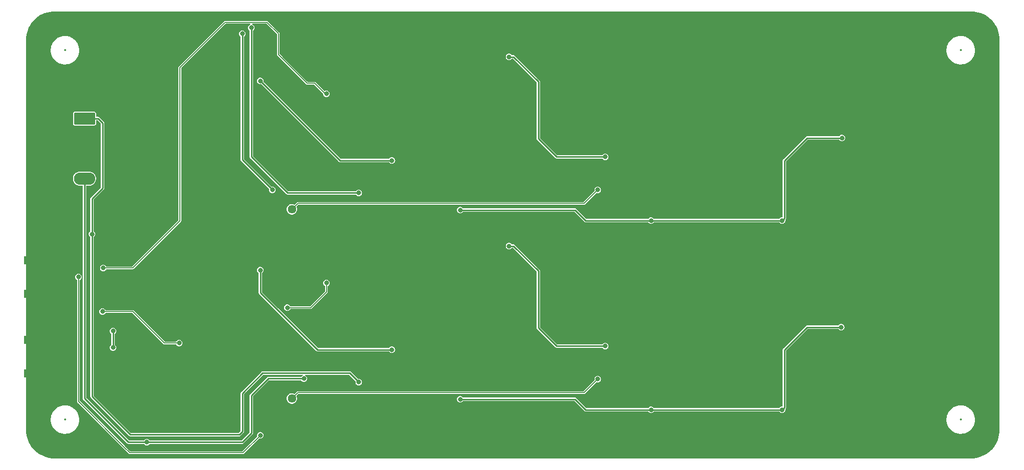
<source format=gbl>
%TF.GenerationSoftware,KiCad,Pcbnew,7.0.10-7.0.10~ubuntu22.04.1*%
%TF.CreationDate,2024-02-23T19:53:56-06:00*%
%TF.ProjectId,aom_driver,616f6d5f-6472-4697-9665-722e6b696361,v1*%
%TF.SameCoordinates,Original*%
%TF.FileFunction,Copper,L4,Bot*%
%TF.FilePolarity,Positive*%
%FSLAX46Y46*%
G04 Gerber Fmt 4.6, Leading zero omitted, Abs format (unit mm)*
G04 Created by KiCad (PCBNEW 7.0.10-7.0.10~ubuntu22.04.1) date 2024-02-23 19:53:56*
%MOMM*%
%LPD*%
G01*
G04 APERTURE LIST*
G04 Aperture macros list*
%AMRoundRect*
0 Rectangle with rounded corners*
0 $1 Rounding radius*
0 $2 $3 $4 $5 $6 $7 $8 $9 X,Y pos of 4 corners*
0 Add a 4 corners polygon primitive as box body*
4,1,4,$2,$3,$4,$5,$6,$7,$8,$9,$2,$3,0*
0 Add four circle primitives for the rounded corners*
1,1,$1+$1,$2,$3*
1,1,$1+$1,$4,$5*
1,1,$1+$1,$6,$7*
1,1,$1+$1,$8,$9*
0 Add four rect primitives between the rounded corners*
20,1,$1+$1,$2,$3,$4,$5,0*
20,1,$1+$1,$4,$5,$6,$7,0*
20,1,$1+$1,$6,$7,$8,$9,0*
20,1,$1+$1,$8,$9,$2,$3,0*%
G04 Aperture macros list end*
%TA.AperFunction,SMDPad,CuDef*%
%ADD10R,4.200000X1.350000*%
%TD*%
%TA.AperFunction,ComponentPad*%
%ADD11C,1.440000*%
%TD*%
%TA.AperFunction,ComponentPad*%
%ADD12C,1.016000*%
%TD*%
%TA.AperFunction,ComponentPad*%
%ADD13RoundRect,0.249999X-1.550001X0.790001X-1.550001X-0.790001X1.550001X-0.790001X1.550001X0.790001X0*%
%TD*%
%TA.AperFunction,ComponentPad*%
%ADD14O,3.600000X2.080000*%
%TD*%
%TA.AperFunction,ViaPad*%
%ADD15C,0.800000*%
%TD*%
%TA.AperFunction,Conductor*%
%ADD16C,0.254000*%
%TD*%
%TA.AperFunction,Conductor*%
%ADD17C,0.152400*%
%TD*%
%ADD18C,0.350000*%
G04 APERTURE END LIST*
D10*
%TO.P,J2,2,Ext*%
%TO.N,GND*%
X70939500Y-103982500D03*
X70939500Y-109632500D03*
%TD*%
D11*
%TO.P,RV1,1,1*%
%TO.N,Net-(U9-SET)*%
X114045500Y-127380500D03*
%TO.P,RV1,2,2*%
%TO.N,GND*%
X111505500Y-127380500D03*
%TO.P,RV1,3,3*%
X108965500Y-127380500D03*
%TD*%
D10*
%TO.P,J1,2,Ext*%
%TO.N,GND*%
X70939500Y-117444500D03*
X70939500Y-123094500D03*
%TD*%
D12*
%TO.P,X2,1,GND*%
%TO.N,GND*%
X196342500Y-83566500D03*
X196342500Y-75946500D03*
X194945500Y-84963500D03*
X194945500Y-82296500D03*
X194945500Y-77216500D03*
X194945500Y-74676500D03*
X194945500Y-72771500D03*
X193802500Y-81026500D03*
X193802500Y-78486500D03*
X193675500Y-83566500D03*
X193675500Y-74168500D03*
X192405500Y-84963500D03*
X192405500Y-72771500D03*
X191135500Y-83566500D03*
X191135500Y-74168500D03*
X190246500Y-78867500D03*
X189865500Y-82423500D03*
X189865500Y-72771500D03*
X188595500Y-74168500D03*
X187325500Y-82423500D03*
X187325500Y-72771500D03*
X186690500Y-79375500D03*
X186690500Y-76835500D03*
X186055500Y-74168500D03*
X185547500Y-83566500D03*
X185547500Y-80645500D03*
X185547500Y-75565500D03*
X184785500Y-84963500D03*
X184785500Y-72771500D03*
X184150500Y-81915500D03*
X184150500Y-74295500D03*
%TD*%
%TO.P,X1,1,GND*%
%TO.N,GND*%
X196342000Y-115570000D03*
X196342000Y-107950000D03*
X194945000Y-116967000D03*
X194945000Y-114300000D03*
X194945000Y-109220000D03*
X194945000Y-106680000D03*
X194945000Y-104775000D03*
X193802000Y-113030000D03*
X193802000Y-110490000D03*
X193675000Y-115570000D03*
X193675000Y-106172000D03*
X192405000Y-116967000D03*
X192405000Y-104775000D03*
X191135000Y-115570000D03*
X191135000Y-106172000D03*
X190246000Y-110871000D03*
X189865000Y-114427000D03*
X189865000Y-104775000D03*
X188595000Y-106172000D03*
X187325000Y-114427000D03*
X187325000Y-104775000D03*
X186690000Y-111379000D03*
X186690000Y-108839000D03*
X186055000Y-106172000D03*
X185547000Y-115570000D03*
X185547000Y-112649000D03*
X185547000Y-107569000D03*
X184785000Y-116967000D03*
X184785000Y-104775000D03*
X184150000Y-113919000D03*
X184150000Y-106299000D03*
%TD*%
D11*
%TO.P,RV2,1,1*%
%TO.N,Net-(U10-SET)*%
X114046000Y-95377000D03*
%TO.P,RV2,2,2*%
%TO.N,GND*%
X111506000Y-95377000D03*
%TO.P,RV2,3,3*%
X108966000Y-95377000D03*
%TD*%
D12*
%TO.P,FL2,1,GND*%
%TO.N,GND*%
X135636500Y-80899500D03*
X135636500Y-72009500D03*
X132461500Y-77724500D03*
X132461500Y-75184500D03*
X129921500Y-77724500D03*
X129921500Y-75184500D03*
X126746500Y-80899500D03*
X126746500Y-72009500D03*
%TD*%
%TO.P,FL1,1,GND*%
%TO.N,GND*%
X135636000Y-112903000D03*
X135636000Y-104013000D03*
X132461000Y-109728000D03*
X132461000Y-107188000D03*
X129921000Y-109728000D03*
X129921000Y-107188000D03*
X126746000Y-112903000D03*
X126746000Y-104013000D03*
%TD*%
D13*
%TO.P,J3,1,Pin_1*%
%TO.N,VDD*%
X78994500Y-80010500D03*
D14*
%TO.P,J3,2,Pin_2*%
%TO.N,GND*%
X78994500Y-85090500D03*
%TO.P,J3,3,Pin_3*%
%TO.N,VEE*%
X78994500Y-90170500D03*
%TD*%
D15*
%TO.N,VDD*%
X196889500Y-97282000D03*
X107188500Y-64643500D03*
X174752000Y-97282500D03*
X174751500Y-129286000D03*
X142493500Y-127507500D03*
X142494000Y-95504000D03*
X125348500Y-124586500D03*
X125349000Y-92583000D03*
X196889000Y-129285500D03*
X207010000Y-83312000D03*
X206883000Y-115315500D03*
X80264500Y-99568000D03*
%TO.N,GND*%
X98806500Y-91313500D03*
X171958000Y-130937000D03*
X98806500Y-77597500D03*
X195326000Y-86614000D03*
X201676000Y-131699000D03*
X101854500Y-101981500D03*
X213868500Y-131699500D03*
X157607500Y-73025500D03*
X141859500Y-83312500D03*
X172720500Y-99695500D03*
X100330500Y-95885500D03*
X214630500Y-71501500D03*
X120142000Y-132461000D03*
X140716500Y-67691500D03*
X213106500Y-118745500D03*
X100330500Y-82169500D03*
X107950500Y-100457500D03*
X141859000Y-115316000D03*
X157607500Y-80645500D03*
X101092500Y-105791500D03*
X120142500Y-68453500D03*
X184785000Y-102870000D03*
X147574000Y-130937000D03*
X141478500Y-68453500D03*
X108712500Y-99695500D03*
X177292000Y-131699000D03*
X91948500Y-121031500D03*
X162814000Y-130937000D03*
X162052500Y-99695500D03*
X102616500Y-93599500D03*
X187960500Y-67691500D03*
X139192500Y-67691500D03*
X207010500Y-68453500D03*
X155194000Y-130937000D03*
X191770500Y-100457500D03*
X135382500Y-66929500D03*
X139192500Y-99695500D03*
X103378500Y-89789500D03*
X101854500Y-82169500D03*
X99568500Y-98171500D03*
X152908000Y-131699000D03*
X184912500Y-99695500D03*
X107950500Y-68453500D03*
X133096500Y-99695500D03*
X197866000Y-130937000D03*
X112522500Y-66929500D03*
X149860500Y-99695500D03*
X191008000Y-131699000D03*
X213868500Y-127127500D03*
X101854500Y-88265500D03*
X145669000Y-101600000D03*
X126238500Y-98933500D03*
X138430500Y-66929500D03*
X141859000Y-112903000D03*
X139572500Y-129412500D03*
X101854500Y-114173500D03*
X182499000Y-102870000D03*
X156718500Y-100457500D03*
X98044500Y-101219500D03*
X214630500Y-68453500D03*
X213106500Y-86741500D03*
X214630500Y-114173500D03*
X181102500Y-66929500D03*
X99568500Y-108839500D03*
X102616500Y-105791500D03*
X197866500Y-66929500D03*
X97282500Y-101981500D03*
X106426000Y-132461000D03*
X182626000Y-132461000D03*
X102616500Y-116459500D03*
X100330500Y-111125500D03*
X109474000Y-130937000D03*
X126238500Y-68453500D03*
X194563000Y-121030000D03*
X92710500Y-121793500D03*
X214630500Y-132461500D03*
X95758500Y-114173500D03*
X115697000Y-110490000D03*
X129286000Y-132461000D03*
X213106500Y-66929500D03*
X170434500Y-66929500D03*
X212344500Y-131699500D03*
X168148500Y-99695500D03*
X123190500Y-98933500D03*
X101854500Y-100457500D03*
X213106500Y-80645500D03*
X144526500Y-100457500D03*
X179578500Y-100457500D03*
X177292500Y-67691500D03*
X182499500Y-75565500D03*
X103378500Y-92837500D03*
X98044500Y-114935500D03*
X168910000Y-130937000D03*
X97282500Y-121793500D03*
X213868500Y-96647500D03*
X106426500Y-100457500D03*
X97282500Y-117221500D03*
X118618500Y-66929500D03*
X194945500Y-70866500D03*
X187198000Y-132461000D03*
X91186500Y-121793500D03*
X121666500Y-66929500D03*
X98044500Y-116459500D03*
X101854500Y-103505500D03*
X205486000Y-132461000D03*
X111760000Y-131699000D03*
X203962000Y-130937000D03*
X183641500Y-125983500D03*
X101854500Y-89789500D03*
X184150000Y-130937000D03*
X161290500Y-100457500D03*
X115570000Y-132461000D03*
X100330500Y-97409500D03*
X213868500Y-108839500D03*
X198247500Y-77216500D03*
X209296500Y-67691500D03*
X210058500Y-98933500D03*
X214630500Y-85217500D03*
X154432000Y-131699000D03*
X101854500Y-105029500D03*
X152146000Y-132461000D03*
X109474500Y-100457500D03*
X153670500Y-66929500D03*
X99568500Y-96647500D03*
X103378500Y-121793500D03*
X98806500Y-88265500D03*
X149098500Y-98933500D03*
X136906500Y-68453500D03*
X203962500Y-98933500D03*
X89662500Y-114173500D03*
X179578500Y-66929500D03*
X124769500Y-115317500D03*
X114046500Y-98933500D03*
X178054500Y-68453500D03*
X198247000Y-106680000D03*
X96520500Y-104267500D03*
X110998000Y-132461000D03*
X155956000Y-131699000D03*
X164338500Y-68453500D03*
X120904500Y-99695500D03*
X210058500Y-100457500D03*
X213106500Y-68453500D03*
X130810500Y-98933500D03*
X158242500Y-66929500D03*
X196342000Y-132461000D03*
X104140500Y-67691500D03*
X189015500Y-127762000D03*
X149098500Y-66929500D03*
X183642000Y-93980000D03*
X103378500Y-100457500D03*
X128524000Y-131699000D03*
X143764500Y-67691500D03*
X176530500Y-68453500D03*
X161290000Y-132461000D03*
X102616500Y-87503500D03*
X106426500Y-66929500D03*
X174244500Y-67691500D03*
X213868500Y-102743500D03*
X137470000Y-121160000D03*
X214630500Y-115697500D03*
X207772000Y-131699000D03*
X213106500Y-77597500D03*
X131572500Y-67691500D03*
X89662500Y-120269500D03*
X152908500Y-67691500D03*
X168148000Y-131699000D03*
X99568500Y-79883500D03*
X127437500Y-82425500D03*
X118166000Y-89029000D03*
X191770500Y-98933500D03*
X92710500Y-114173500D03*
X181102000Y-130937000D03*
X210058500Y-68453500D03*
X141478500Y-100457500D03*
X115697500Y-78486500D03*
X213106500Y-127889500D03*
X97282500Y-120269500D03*
X99568500Y-89027500D03*
X101854500Y-80645500D03*
X102616500Y-131699500D03*
X185674500Y-98933500D03*
X187960500Y-99695500D03*
X126238000Y-132461000D03*
X168910500Y-98933500D03*
X214630500Y-77597500D03*
X186309000Y-118872000D03*
X98806500Y-89789500D03*
X123190500Y-100457500D03*
X155447500Y-120903500D03*
X118618500Y-98933500D03*
X197104500Y-70866500D03*
X186309500Y-86868500D03*
X136906000Y-132461000D03*
X213106500Y-123317500D03*
X161290500Y-66929500D03*
X178054500Y-66929500D03*
X167004500Y-126491500D03*
X127762500Y-98933500D03*
X127000500Y-99695500D03*
X145288500Y-99695500D03*
X117856000Y-131699000D03*
X214630500Y-86741500D03*
X108712500Y-67691500D03*
X99568500Y-110363500D03*
X103378500Y-83693500D03*
X100330500Y-92837500D03*
X95758500Y-109601500D03*
X205486500Y-68453500D03*
X95758500Y-118745500D03*
X137470000Y-110365000D03*
X213106500Y-98933500D03*
X159766500Y-66929500D03*
X90043500Y-118237500D03*
X164338500Y-66929500D03*
X95758500Y-120269500D03*
X175189500Y-90172500D03*
X175768500Y-67691500D03*
X144018000Y-93345000D03*
X124714000Y-132461000D03*
X147574500Y-100457500D03*
X182626500Y-68453500D03*
X117094500Y-98933500D03*
X102616500Y-111887500D03*
X213106500Y-69977500D03*
X171958000Y-132461000D03*
X133858500Y-100457500D03*
X207772500Y-67691500D03*
X103378500Y-97409500D03*
X213106500Y-100457500D03*
X175006500Y-100457500D03*
X192405500Y-70866500D03*
X214630500Y-95885500D03*
X99568500Y-116459500D03*
X102616500Y-92075500D03*
X210820000Y-131699000D03*
X195580500Y-99695500D03*
X213868500Y-92075500D03*
X139954500Y-100457500D03*
X213106500Y-115697500D03*
X101854500Y-77597500D03*
X137668000Y-131699000D03*
X92710500Y-120269500D03*
X175006000Y-132461000D03*
X208534500Y-100457500D03*
X165862500Y-98933500D03*
X131247500Y-70487500D03*
X127762500Y-100457500D03*
X104140500Y-131699500D03*
X100330500Y-89789500D03*
X134620500Y-99695500D03*
X104902500Y-66929500D03*
X86106000Y-109363000D03*
X103378500Y-115697500D03*
X114046500Y-66929500D03*
X187198500Y-68453500D03*
X155194500Y-68453500D03*
X101854500Y-112649500D03*
X184150000Y-132461000D03*
X103378500Y-101981500D03*
X159004500Y-67691500D03*
X162814500Y-98933500D03*
X197866500Y-68453500D03*
X122428500Y-67691500D03*
X110236000Y-131699000D03*
X113284000Y-131699000D03*
X123190000Y-132461000D03*
X100330500Y-100457500D03*
X213106500Y-79121500D03*
X167386500Y-68453500D03*
X166624500Y-99695500D03*
X99568500Y-121031500D03*
X191770000Y-132461000D03*
X160528500Y-99695500D03*
X94996000Y-111887000D03*
X197866000Y-132461000D03*
X124714500Y-66929500D03*
X88392000Y-129667000D03*
X98806500Y-105029500D03*
X159004500Y-99695500D03*
X213868500Y-111887500D03*
X196342500Y-68453500D03*
X213868500Y-93599500D03*
X213106500Y-114173500D03*
X103378500Y-105029500D03*
X206248500Y-99695500D03*
X139573000Y-97409000D03*
X98806500Y-83693500D03*
X213868500Y-95123500D03*
X117094500Y-100457500D03*
X91948500Y-114935500D03*
X139954500Y-66929500D03*
X107188500Y-99695500D03*
X144526500Y-98933500D03*
X81407500Y-124587500D03*
X170434500Y-100457500D03*
X182372000Y-117348000D03*
X155194500Y-98933500D03*
X207010000Y-117348000D03*
X95758500Y-108077500D03*
X183388500Y-99695500D03*
X186436500Y-99695500D03*
X101854500Y-118745500D03*
X190246000Y-130937000D03*
X101854500Y-97409500D03*
X109474500Y-66929500D03*
X182372500Y-85344500D03*
X116332500Y-67691500D03*
X103378500Y-118745500D03*
X207010000Y-132461000D03*
X202438500Y-98933500D03*
X100330500Y-117221500D03*
X147574500Y-98933500D03*
X111760500Y-99695500D03*
X213106500Y-121793500D03*
X184912500Y-67691500D03*
X103378500Y-88265500D03*
X149098500Y-68453500D03*
X102616500Y-130175500D03*
X90845000Y-99618000D03*
X99568500Y-95123500D03*
X120142500Y-98933500D03*
X126238500Y-100457500D03*
X129286500Y-68453500D03*
X104902500Y-68453500D03*
X115570500Y-100457500D03*
X101854500Y-109601500D03*
X193294500Y-100457500D03*
X146050500Y-98933500D03*
X175006500Y-66929500D03*
X100330500Y-86741500D03*
X140716000Y-131699000D03*
X212344500Y-99695500D03*
X112522000Y-130937000D03*
X142240500Y-99695500D03*
X117094500Y-68453500D03*
X111379000Y-81915000D03*
X187198500Y-66929500D03*
X213106500Y-108077500D03*
X155448000Y-88900000D03*
X103378500Y-123317500D03*
X105664500Y-99695500D03*
X200914500Y-98933500D03*
X93472500Y-113411500D03*
X143002500Y-98933500D03*
X193294500Y-68453500D03*
X205486500Y-98933500D03*
X184150500Y-66929500D03*
X166624500Y-67691500D03*
X101854500Y-106553500D03*
X98806500Y-97409500D03*
X90424500Y-121031500D03*
X207010000Y-85344000D03*
X117094500Y-66929500D03*
X173482500Y-98933500D03*
X98806500Y-85217500D03*
X165100500Y-99695500D03*
X98806500Y-101981500D03*
X213868500Y-114935500D03*
X156718000Y-130937000D03*
X123952500Y-67691500D03*
X103378500Y-117221500D03*
X161290500Y-68453500D03*
X186436500Y-67691500D03*
X214630500Y-109601500D03*
X98806500Y-115697500D03*
X214630500Y-127889500D03*
X211582500Y-68453500D03*
X198247000Y-104648000D03*
X138430500Y-100457500D03*
X192532500Y-67691500D03*
X214630500Y-91313500D03*
X117856500Y-67691500D03*
X203200000Y-131699000D03*
X98806500Y-118745500D03*
X114808500Y-99695500D03*
X96520500Y-113411500D03*
X99568500Y-73787500D03*
X101854500Y-85217500D03*
X182499500Y-73279500D03*
X115570500Y-68453500D03*
X141859500Y-74041500D03*
X141478500Y-66929500D03*
X164338500Y-100457500D03*
X205486500Y-100457500D03*
X210058500Y-66929500D03*
X123190500Y-66929500D03*
X192532500Y-99695500D03*
X185674500Y-100457500D03*
X118618500Y-68453500D03*
X175006500Y-98933500D03*
X159766500Y-98933500D03*
X99568500Y-87503500D03*
X110998000Y-130937000D03*
X180340000Y-131699000D03*
X155194000Y-132461000D03*
X99568500Y-90551500D03*
X125151000Y-110365000D03*
X101854500Y-126365500D03*
X213868500Y-110363500D03*
X213868500Y-81407500D03*
X110998500Y-100457500D03*
X157607000Y-107569000D03*
X141859000Y-106045000D03*
X128524500Y-67691500D03*
X148336500Y-69596500D03*
X100330500Y-103505500D03*
X102616500Y-102743500D03*
X94996500Y-113411500D03*
X213106500Y-129413500D03*
X99568500Y-114935500D03*
X118165500Y-121032500D03*
X96520500Y-107315500D03*
X168910500Y-68453500D03*
X155194500Y-66929500D03*
X99568500Y-101219500D03*
X187198500Y-100457500D03*
X169672500Y-67691500D03*
X137470500Y-89156500D03*
X213868500Y-113411500D03*
X131572500Y-99695500D03*
X156718500Y-98933500D03*
X202438500Y-68453500D03*
X133858500Y-68453500D03*
X181864500Y-99695500D03*
X141859000Y-110617000D03*
X213106500Y-109601500D03*
X98806500Y-114173500D03*
X95758500Y-105029500D03*
X103378500Y-86741500D03*
X132334500Y-68453500D03*
X153670500Y-68453500D03*
X148336500Y-67691500D03*
X195325500Y-118617500D03*
X129286000Y-130937000D03*
X101854500Y-129413500D03*
X167315500Y-76456500D03*
X199390500Y-66929500D03*
X101854500Y-132461500D03*
X213868500Y-116459500D03*
X207772500Y-99695500D03*
X120142000Y-130937000D03*
X106426000Y-130937000D03*
X122428000Y-131699000D03*
X139954000Y-132461000D03*
X154432500Y-99695500D03*
X204724500Y-99695500D03*
X213106500Y-106553500D03*
X139954500Y-68453500D03*
X142240000Y-131699000D03*
X126873000Y-84455000D03*
X141859500Y-80899500D03*
X124714000Y-130937000D03*
X172720500Y-67691500D03*
X184912000Y-131699000D03*
X191770500Y-66929500D03*
X116966500Y-104901500D03*
X101092000Y-107315000D03*
X94234500Y-118745500D03*
X127762000Y-130937000D03*
X99568500Y-84455500D03*
X214630500Y-101981500D03*
X190246000Y-132461000D03*
X103378500Y-112649500D03*
X146050500Y-66929500D03*
X167386000Y-130937000D03*
X119380000Y-131699000D03*
X101854500Y-92837500D03*
X161290500Y-98933500D03*
X212344500Y-67691500D03*
X162814500Y-66929500D03*
X214630500Y-121793500D03*
X213106500Y-126365500D03*
X197866500Y-100457500D03*
X102616500Y-78359500D03*
X145288500Y-67691500D03*
X116840000Y-107188000D03*
X110236500Y-67691500D03*
X102616500Y-82931500D03*
X214630500Y-76073500D03*
X136906500Y-98933500D03*
X182372000Y-113030000D03*
X214630500Y-106553500D03*
X214630500Y-105029500D03*
X103378500Y-132461500D03*
X121666500Y-98933500D03*
X107950500Y-66929500D03*
X183388000Y-131699000D03*
X176530000Y-132461000D03*
X112522500Y-98933500D03*
X143383500Y-85090500D03*
X167315500Y-82806500D03*
X175189000Y-122176000D03*
X102616500Y-76835500D03*
X96520500Y-108839500D03*
X98806500Y-106553500D03*
X164338500Y-98933500D03*
X102616500Y-99695500D03*
X200152500Y-99695500D03*
X200914500Y-100457500D03*
X103378500Y-106553500D03*
X165862000Y-130937000D03*
X170434500Y-68453500D03*
X103378500Y-69977500D03*
X103378500Y-71501500D03*
X103378500Y-73025500D03*
X175768500Y-99695500D03*
X210820500Y-99695500D03*
X157607000Y-115062000D03*
X174244500Y-99695500D03*
X154432500Y-67691500D03*
X123952000Y-131699000D03*
X100330500Y-98933500D03*
X179578000Y-132461000D03*
X202438000Y-130937000D03*
X95758500Y-115697500D03*
X200914500Y-68453500D03*
X183515000Y-118872000D03*
X97282500Y-106553500D03*
X157480500Y-99695500D03*
X148336500Y-99695500D03*
X190246500Y-98933500D03*
X170434000Y-132461000D03*
X102616500Y-124079500D03*
X99568500Y-111887500D03*
X95758500Y-106553500D03*
X193294000Y-130937000D03*
X213868500Y-67691500D03*
X213106500Y-124841500D03*
X140716500Y-99695500D03*
X102616500Y-121031500D03*
X213868500Y-125603500D03*
X91186500Y-114173500D03*
X213106500Y-132461500D03*
X130048500Y-99695500D03*
X203200500Y-67691500D03*
X173482500Y-68453500D03*
X124714500Y-68453500D03*
X136144500Y-67691500D03*
X131247000Y-102491000D03*
X194818000Y-130937000D03*
X214630500Y-129413500D03*
X213106500Y-71501500D03*
X208534500Y-66929500D03*
X165862500Y-66929500D03*
X98806500Y-98933500D03*
X149098500Y-100457500D03*
X209296500Y-99695500D03*
X125024000Y-106428000D03*
X183515500Y-86868500D03*
X95758500Y-112649500D03*
X213868500Y-84455500D03*
X138430000Y-130937000D03*
X189484500Y-67691500D03*
X98806500Y-92837500D03*
X131572000Y-131699000D03*
X135382500Y-68453500D03*
X210241000Y-108206000D03*
X177292500Y-99695500D03*
X120142500Y-100457500D03*
X207010500Y-100457500D03*
X157607500Y-75565500D03*
X182499500Y-70866500D03*
X213106500Y-74549500D03*
X100330500Y-76073500D03*
X213106500Y-95885500D03*
X214630500Y-124841500D03*
X147574500Y-66929500D03*
X181102500Y-98933500D03*
X91186500Y-112649500D03*
X189865000Y-102870000D03*
X103378500Y-120269500D03*
X213106500Y-105029500D03*
X196342000Y-130937000D03*
X165100000Y-131699000D03*
X139954500Y-98933500D03*
X213106500Y-92837500D03*
X101854500Y-120269500D03*
X143383000Y-117094000D03*
X109474000Y-132461000D03*
X177094500Y-75567500D03*
X199390500Y-100457500D03*
X99568500Y-113411500D03*
X130048000Y-131699000D03*
X101854500Y-111125500D03*
X101854500Y-69977500D03*
X188722000Y-132461000D03*
X170434000Y-130937000D03*
X107950500Y-98933500D03*
X95758500Y-103505500D03*
X101854500Y-95885500D03*
X171196500Y-67691500D03*
X106426500Y-98933500D03*
X133096500Y-67691500D03*
X135382000Y-130937000D03*
X199390000Y-132461000D03*
X214630500Y-69977500D03*
X199390000Y-130937000D03*
X182626000Y-130937000D03*
X133096000Y-131699000D03*
X187960000Y-131699000D03*
X201676500Y-67691500D03*
X106426500Y-68453500D03*
X150622500Y-98933500D03*
X163576500Y-99695500D03*
X171196500Y-99695500D03*
X175570000Y-107571000D03*
X137668500Y-67691500D03*
X100330500Y-105029500D03*
X156718000Y-132461000D03*
X102616500Y-84455500D03*
X152146500Y-98933500D03*
X185674500Y-66929500D03*
X98806500Y-95885500D03*
X103378500Y-85217500D03*
X101854500Y-130937500D03*
X201676500Y-99695500D03*
X102616500Y-122555500D03*
X102616500Y-95123500D03*
X114173500Y-77470500D03*
X103378500Y-66929500D03*
X167386500Y-66929500D03*
X99568500Y-82931500D03*
X199390500Y-68453500D03*
X102616500Y-101219500D03*
X103378500Y-77597500D03*
X173482000Y-132461000D03*
X136906000Y-130937000D03*
X122301000Y-80264000D03*
X99568500Y-92075500D03*
X165862500Y-100457500D03*
X114046500Y-100457500D03*
X194818500Y-68453500D03*
X165100500Y-67691500D03*
X103378500Y-109601500D03*
X136906500Y-66929500D03*
X98044500Y-117983500D03*
X125095000Y-80137000D03*
X205486000Y-130937000D03*
X188722500Y-98933500D03*
X213106500Y-88265500D03*
X196342500Y-100457500D03*
X180340500Y-99695500D03*
X100330500Y-121793500D03*
X213106500Y-103505500D03*
X207010000Y-130937000D03*
X98044500Y-121031500D03*
X178816500Y-99695500D03*
X171958500Y-68453500D03*
X142240500Y-67691500D03*
X173482000Y-130937000D03*
X116332000Y-131699000D03*
X99568500Y-117983500D03*
X129286500Y-66929500D03*
X143764000Y-131699000D03*
X214630500Y-120269500D03*
X103378500Y-68453500D03*
X179578500Y-98933500D03*
X192532000Y-131699000D03*
X181864000Y-131699000D03*
X185674500Y-68453500D03*
X94996500Y-121031500D03*
X213868500Y-130175500D03*
X151384500Y-67691500D03*
X213106500Y-91313500D03*
X120142500Y-66929500D03*
X96520500Y-116459500D03*
X189865500Y-70866500D03*
X155194500Y-100457500D03*
X213106500Y-85217500D03*
X213868500Y-90551500D03*
X169672000Y-131699000D03*
X94234500Y-120269500D03*
X157480000Y-131699000D03*
X121666000Y-132461000D03*
X200914000Y-132461000D03*
X207010500Y-66929500D03*
X135311500Y-82552500D03*
X167386500Y-100457500D03*
X213106500Y-82169500D03*
X178054000Y-132461000D03*
X99568500Y-99695500D03*
X202438500Y-66929500D03*
X153670000Y-132461000D03*
X179578000Y-130937000D03*
X138430500Y-98933500D03*
X163576000Y-114935000D03*
X121666500Y-100457500D03*
X136144000Y-131699000D03*
X143002000Y-132461000D03*
X214630500Y-108077500D03*
X162052000Y-131699000D03*
X163575500Y-123824500D03*
X149860000Y-131699000D03*
X110998500Y-66929500D03*
X101854500Y-127889500D03*
X188722500Y-68453500D03*
X133858500Y-66929500D03*
X214630500Y-117221500D03*
X102616500Y-125603500D03*
X95758500Y-117221500D03*
X208534500Y-98933500D03*
X210820500Y-67691500D03*
X214630500Y-103505500D03*
X150622500Y-68453500D03*
X104902500Y-130937500D03*
X100330500Y-73025500D03*
X184150500Y-68453500D03*
X146812500Y-99695500D03*
X99568500Y-78359500D03*
X167315000Y-108460000D03*
X145288000Y-131699000D03*
X213868500Y-98171500D03*
X96520500Y-111887500D03*
X103378500Y-79121500D03*
X156718500Y-66929500D03*
X153289000Y-101600000D03*
X213868500Y-73787500D03*
X177094000Y-107571000D03*
X116840500Y-75184500D03*
X90424500Y-114935500D03*
X97282500Y-105029500D03*
X98044500Y-99695500D03*
X203962500Y-68453500D03*
X214630500Y-112649500D03*
X168910000Y-132461000D03*
X127762500Y-68453500D03*
X102616500Y-67691500D03*
X207010500Y-98933500D03*
X191770500Y-68453500D03*
X103378500Y-108077500D03*
X97282500Y-111125500D03*
X101854500Y-79121500D03*
X203962500Y-66929500D03*
X133858000Y-132461000D03*
X147574000Y-132461000D03*
X102616500Y-73787500D03*
X193294500Y-98933500D03*
X185674000Y-132461000D03*
X175570500Y-75567500D03*
X150622500Y-100457500D03*
X114046500Y-68453500D03*
X157480500Y-67691500D03*
X195580000Y-131699000D03*
X113284500Y-67691500D03*
X127000500Y-67691500D03*
X97282500Y-103505500D03*
X112522500Y-100457500D03*
X101854500Y-86741500D03*
X137216000Y-106428000D03*
X101854500Y-66929500D03*
X204724000Y-131699000D03*
X148336000Y-131699000D03*
X99568500Y-105791500D03*
X213868500Y-104267500D03*
X178816500Y-67691500D03*
X182499000Y-107569000D03*
X107950000Y-132461000D03*
X152583500Y-85092500D03*
X101854500Y-91313500D03*
X132334500Y-98933500D03*
X102616500Y-108839500D03*
X109474500Y-68453500D03*
X183388500Y-67691500D03*
X175768000Y-131699000D03*
X214630500Y-74549500D03*
X192531500Y-118617500D03*
X101854500Y-83693500D03*
X112522500Y-68453500D03*
X213868500Y-69215500D03*
X162814500Y-68453500D03*
X102616500Y-128651500D03*
X159004000Y-131699000D03*
X198247500Y-82550000D03*
X126238000Y-130937000D03*
X197104000Y-102870000D03*
X125983500Y-116331500D03*
X102616500Y-113411500D03*
X166624000Y-131699000D03*
X213868500Y-101219500D03*
X92710500Y-117221500D03*
X99568500Y-93599500D03*
X208534000Y-130937000D03*
X204724500Y-67691500D03*
X182372000Y-115189000D03*
X179578500Y-68453500D03*
X130810500Y-66929500D03*
X213868500Y-107315500D03*
X211582500Y-98933500D03*
X213106500Y-83693500D03*
X98806500Y-109601500D03*
X181864500Y-67691500D03*
X122428500Y-99695500D03*
X167005000Y-94488000D03*
X95758500Y-121793500D03*
X86614500Y-116459500D03*
X180340500Y-67691500D03*
X96520500Y-105791500D03*
X134620500Y-67691500D03*
X101092500Y-119507500D03*
X208534000Y-132461000D03*
X98806500Y-121793500D03*
X103378500Y-91313500D03*
X111378500Y-113918500D03*
X98806500Y-111125500D03*
X129286500Y-98933500D03*
X98044000Y-131826000D03*
X141478000Y-132461000D03*
X119761000Y-106680000D03*
X144526000Y-132461000D03*
X145669500Y-69596500D03*
X184785500Y-70866500D03*
X146050500Y-100457500D03*
X96520500Y-102743500D03*
X191770000Y-130937000D03*
X130048500Y-67691500D03*
X136144500Y-99695500D03*
X213868500Y-85979500D03*
X132334500Y-100457500D03*
X213106500Y-97409500D03*
X213868500Y-70739500D03*
X162814000Y-132461000D03*
X100330500Y-120269500D03*
X130810500Y-68453500D03*
X203708000Y-77470000D03*
X149098000Y-132461000D03*
X194818500Y-100457500D03*
X144526500Y-66929500D03*
X144017500Y-125348500D03*
X153670500Y-100457500D03*
X146812500Y-67691500D03*
X95758500Y-101981500D03*
X184150500Y-100457500D03*
X103378500Y-114173500D03*
X101854500Y-68453500D03*
X196342500Y-66929500D03*
X152146500Y-100457500D03*
X100330500Y-83693500D03*
X104902500Y-132461500D03*
X165862500Y-68453500D03*
X214630500Y-82169500D03*
X213868500Y-76835500D03*
X116840000Y-108458000D03*
X187325000Y-102870000D03*
X103378500Y-127889500D03*
X165862000Y-132461000D03*
X91186000Y-91313000D03*
X101854500Y-124841500D03*
X153289500Y-69596500D03*
X123190500Y-68453500D03*
X103378500Y-74549500D03*
X203962000Y-132461000D03*
X213106500Y-117221500D03*
X143002000Y-130937000D03*
X118618000Y-132461000D03*
X121666500Y-68453500D03*
X133858500Y-98933500D03*
X194056500Y-99695500D03*
X214630500Y-88265500D03*
X159766000Y-132461000D03*
X125222000Y-73533000D03*
X188722500Y-100457500D03*
X101854500Y-71501500D03*
X98806500Y-112649500D03*
X161290000Y-130937000D03*
X114808500Y-67691500D03*
X164338000Y-130937000D03*
X198247000Y-114553500D03*
X213106500Y-89789500D03*
X175006500Y-68453500D03*
X96520500Y-110363500D03*
X213868500Y-119507500D03*
X102616500Y-72263500D03*
X162052500Y-67691500D03*
X89154000Y-77724000D03*
X213106500Y-120269500D03*
X181102500Y-100457500D03*
X164338000Y-132461000D03*
X102616500Y-90551500D03*
X139192000Y-131699000D03*
X213106500Y-112649500D03*
X198247500Y-74676500D03*
X145979500Y-85092500D03*
X200914500Y-66929500D03*
X213868500Y-105791500D03*
X195580500Y-67691500D03*
X141478000Y-130937000D03*
X137470500Y-78361500D03*
X197104500Y-67691500D03*
X130810500Y-100457500D03*
X210241500Y-76202500D03*
X96520500Y-117983500D03*
X163576000Y-91821000D03*
X211582500Y-100457500D03*
X128524500Y-99695500D03*
X170434500Y-98933500D03*
X99568500Y-81407500D03*
X127762500Y-66929500D03*
X152908500Y-99695500D03*
X103378500Y-111125500D03*
X144526500Y-68453500D03*
X102616500Y-117983500D03*
X144526000Y-130937000D03*
X139954000Y-130937000D03*
X196342500Y-98933500D03*
X102616500Y-85979500D03*
X199390500Y-98933500D03*
X90043500Y-116967500D03*
X146050000Y-132461000D03*
X214630500Y-100457500D03*
X115570500Y-98933500D03*
X98806500Y-94361500D03*
X213868500Y-89027500D03*
X214630500Y-94361500D03*
X143002500Y-68453500D03*
X98806500Y-76073500D03*
X110998500Y-98933500D03*
X102616500Y-96647500D03*
X211582000Y-130937000D03*
X194818500Y-66929500D03*
X126238500Y-66929500D03*
X86614500Y-118110500D03*
X102616500Y-69215500D03*
X149098000Y-130937000D03*
X187198000Y-130937000D03*
X213868500Y-82931500D03*
X189016000Y-95758500D03*
X213868500Y-87503500D03*
X154940000Y-117094000D03*
X102616500Y-104267500D03*
X119380500Y-67691500D03*
X96520500Y-101219500D03*
X214630500Y-118745500D03*
X213868500Y-117983500D03*
X129286500Y-100457500D03*
X100330500Y-91313500D03*
X103378500Y-124841500D03*
X130810000Y-130937000D03*
X103378500Y-130937500D03*
X110236500Y-99695500D03*
X102616500Y-81407500D03*
X175006000Y-130937000D03*
X132334000Y-130937000D03*
X213868500Y-75311500D03*
X198247500Y-72644500D03*
X92710500Y-112649500D03*
X94234500Y-121793500D03*
X138430000Y-132461000D03*
X188722000Y-130937000D03*
X176530000Y-130937000D03*
X152146500Y-66929500D03*
X171958500Y-98933500D03*
X214630500Y-98933500D03*
X152146500Y-68453500D03*
X192532000Y-86614000D03*
X91948500Y-113411500D03*
X178054500Y-98933500D03*
X214630500Y-89789500D03*
X103378500Y-129413500D03*
X97282500Y-109601500D03*
X127762000Y-132461000D03*
X214630500Y-66929500D03*
X101092500Y-73787500D03*
X213106500Y-76073500D03*
X197104500Y-99695500D03*
X119380500Y-99695500D03*
X162814500Y-100457500D03*
X135311000Y-114556000D03*
X98806500Y-82169500D03*
X112014000Y-70866000D03*
X109474500Y-98933500D03*
X178054000Y-130937000D03*
X194056000Y-131699000D03*
X193294000Y-132461000D03*
X182626500Y-100457500D03*
X101854500Y-123317500D03*
X184150500Y-98933500D03*
X151384000Y-131699000D03*
X102616500Y-127127500D03*
X160528500Y-67691500D03*
X104902500Y-98933500D03*
X90424500Y-113411500D03*
X118491000Y-73406000D03*
X203707500Y-109473500D03*
X193294500Y-66929500D03*
X91186500Y-120269500D03*
X176530500Y-100457500D03*
X103378500Y-80645500D03*
X100330500Y-114173500D03*
X191008500Y-99695500D03*
X138430500Y-68453500D03*
X114173000Y-109474000D03*
X209296000Y-131699000D03*
X100330500Y-112649500D03*
X97282500Y-100457500D03*
X98806500Y-74549500D03*
X214630500Y-97409500D03*
X103378500Y-98933500D03*
X156718500Y-68453500D03*
X167315000Y-114810000D03*
X101092500Y-104267500D03*
X134620000Y-131699000D03*
X101854500Y-117221500D03*
X214630500Y-92837500D03*
X206248000Y-131699000D03*
X159766500Y-68453500D03*
X182626500Y-66929500D03*
X198628500Y-67691500D03*
X211582000Y-132461000D03*
X103378500Y-76073500D03*
X114046000Y-132461000D03*
X146812000Y-131699000D03*
X121285000Y-106553000D03*
X145979000Y-117096000D03*
X200152500Y-67691500D03*
X94234500Y-115697500D03*
X152146000Y-130937000D03*
X116332500Y-99695500D03*
X121666000Y-130937000D03*
X102616500Y-110363500D03*
X132334000Y-132461000D03*
X102616500Y-98171500D03*
X100330500Y-74549500D03*
X124714500Y-100457500D03*
X98044500Y-102743500D03*
X213868500Y-128651500D03*
X125476500Y-99695500D03*
X198628500Y-99695500D03*
X100330500Y-80645500D03*
X101092500Y-75311500D03*
X97282500Y-108077500D03*
X168910500Y-66929500D03*
X98806500Y-86741500D03*
X172720000Y-131699000D03*
X213868500Y-78359500D03*
X213868500Y-122555500D03*
X190246500Y-100457500D03*
X176530500Y-66929500D03*
X99568500Y-104267500D03*
X117094000Y-132461000D03*
X152583000Y-117096000D03*
X118618500Y-100457500D03*
X123952500Y-99695500D03*
X214630500Y-130937500D03*
X101092500Y-121031500D03*
X176530500Y-98933500D03*
X94234500Y-117221500D03*
X182372500Y-83185500D03*
X189484000Y-131699000D03*
X154940500Y-85090500D03*
X120904500Y-67691500D03*
X214630500Y-83693500D03*
X191008500Y-67691500D03*
X171196000Y-131699000D03*
X89662500Y-112649500D03*
X205486500Y-66929500D03*
X163576000Y-131699000D03*
X94234500Y-114173500D03*
X98806500Y-108077500D03*
X178054500Y-100457500D03*
X158242000Y-132461000D03*
X149860500Y-67691500D03*
X124714500Y-98933500D03*
X99568500Y-75311500D03*
X167386500Y-98933500D03*
X160528000Y-131699000D03*
X97282500Y-115697500D03*
X203962500Y-100457500D03*
X137216500Y-74424500D03*
X158242000Y-130937000D03*
X99568500Y-107315500D03*
X112013500Y-102869500D03*
X102616500Y-70739500D03*
X158242500Y-100457500D03*
X200914000Y-130937000D03*
X210058000Y-130937000D03*
X103378500Y-103505500D03*
X127000000Y-131699000D03*
X103378500Y-82169500D03*
X202438500Y-100457500D03*
X100330500Y-79121500D03*
X194818500Y-98933500D03*
X192405000Y-102870000D03*
X103378500Y-95885500D03*
X190246500Y-66929500D03*
X173482500Y-100457500D03*
X101092500Y-102743500D03*
X182499000Y-105283000D03*
X198247500Y-84582500D03*
X102616500Y-79883500D03*
X151384500Y-99695500D03*
X174244000Y-131699000D03*
X213106500Y-111125500D03*
X167386000Y-132461000D03*
X123317000Y-81788000D03*
X187198500Y-98933500D03*
X100330500Y-109601500D03*
X150622500Y-66929500D03*
X103378500Y-94361500D03*
X158242500Y-68453500D03*
X98806500Y-120269500D03*
X163576500Y-82931500D03*
X188722500Y-66929500D03*
X213868500Y-99695500D03*
X133858000Y-130937000D03*
X213868500Y-72263500D03*
X115570500Y-66929500D03*
X101854500Y-74549500D03*
X194056500Y-67691500D03*
X100330500Y-88265500D03*
X148336000Y-101600000D03*
X113284500Y-99695500D03*
X214630500Y-123317500D03*
X104140500Y-99695500D03*
X94996500Y-116459500D03*
X125476500Y-67691500D03*
X141859500Y-78613500D03*
X101854500Y-94361500D03*
X118618000Y-130937000D03*
X143002500Y-100457500D03*
X93472500Y-116459500D03*
X98806500Y-79121500D03*
X137668500Y-99695500D03*
X102616500Y-114935500D03*
X150622000Y-132461000D03*
X213106500Y-130937500D03*
X214630500Y-80645500D03*
X93472500Y-121031500D03*
X100330500Y-77597500D03*
X187325500Y-70866500D03*
X95758500Y-111125500D03*
X141478500Y-98933500D03*
X116840500Y-76454500D03*
X157607000Y-112649000D03*
X159766500Y-100457500D03*
X213868500Y-124079500D03*
X214630500Y-79121500D03*
X146050500Y-68453500D03*
X98806500Y-100457500D03*
X194563500Y-89026500D03*
X147574500Y-68453500D03*
X181102000Y-132461000D03*
X171958500Y-100457500D03*
X182626500Y-98933500D03*
X214630500Y-73025500D03*
X102616500Y-119507500D03*
X104902500Y-100457500D03*
X186436000Y-131699000D03*
X178816000Y-131699000D03*
X198247000Y-109220000D03*
X103378500Y-126365500D03*
X112522000Y-132461000D03*
X197104000Y-131699000D03*
X127437000Y-114429000D03*
X153670000Y-130937000D03*
X97282500Y-118745500D03*
X123190000Y-130937000D03*
X146050000Y-130937000D03*
X208534500Y-68453500D03*
X132334500Y-66929500D03*
X97282500Y-112649500D03*
X114808000Y-131699000D03*
X182372500Y-81026500D03*
X110998500Y-68453500D03*
X125476000Y-131699000D03*
X213868500Y-121031500D03*
X100330500Y-94361500D03*
X203200500Y-99695500D03*
X100330500Y-115697500D03*
X114046000Y-130937000D03*
X169672500Y-99695500D03*
X117094000Y-130937000D03*
X159766000Y-130937000D03*
X143764500Y-99695500D03*
X171958500Y-66929500D03*
X198628000Y-131699000D03*
X157607500Y-83058500D03*
X185674000Y-130937000D03*
X99568500Y-85979500D03*
X173482500Y-66929500D03*
X190246500Y-68453500D03*
X98806500Y-80645500D03*
X181102500Y-68453500D03*
X213106500Y-73025500D03*
X100330500Y-85217500D03*
X101854500Y-98933500D03*
X135382500Y-98933500D03*
X100330500Y-108077500D03*
X136906500Y-100457500D03*
X163576500Y-67691500D03*
X200152000Y-131699000D03*
X189484500Y-99695500D03*
X115570000Y-130937000D03*
X211582500Y-66929500D03*
X198247000Y-116586000D03*
X101854500Y-73025500D03*
X101854500Y-115697500D03*
X213106500Y-94361500D03*
X213868500Y-79883500D03*
X158242500Y-98933500D03*
X155956500Y-99695500D03*
X194945000Y-102870000D03*
X143002500Y-66929500D03*
X168910500Y-100457500D03*
X155956500Y-67691500D03*
X89662500Y-121793500D03*
X117856500Y-99695500D03*
X214630500Y-126365500D03*
X100330500Y-106553500D03*
X130810000Y-132461000D03*
X107950000Y-130937000D03*
X213106500Y-101981500D03*
X150622000Y-130937000D03*
X99568500Y-76835500D03*
X153670500Y-98933500D03*
X101854500Y-121793500D03*
X194818000Y-132461000D03*
X210058000Y-132461000D03*
X135382500Y-100457500D03*
X98806500Y-117221500D03*
X120904000Y-131699000D03*
X168148500Y-67691500D03*
X197866500Y-98933500D03*
X214630500Y-111125500D03*
X157607000Y-105029000D03*
X94234500Y-112649500D03*
X202438000Y-132461000D03*
X102616500Y-89027500D03*
X135382000Y-132461000D03*
X96520500Y-121031500D03*
X206248500Y-67691500D03*
%TO.N,VEE*%
X105664500Y-65659500D03*
X110744000Y-92075000D03*
X89535000Y-134747000D03*
X116078000Y-123996400D03*
%TO.N,/+5V_SW*%
X83820500Y-115951500D03*
X83820500Y-118745500D03*
%TO.N,Net-(J2-In)*%
X108712000Y-133604000D03*
X77978500Y-106807500D03*
X113284000Y-112014000D03*
X82042500Y-112649500D03*
X119888000Y-107823000D03*
X82169000Y-105283500D03*
X119888500Y-75819500D03*
X94996500Y-117983500D03*
%TO.N,/+5V_CH2*%
X130937000Y-87122000D03*
X108712000Y-73660000D03*
%TO.N,/+5V_CH1*%
X130936500Y-119125500D03*
X108711500Y-105663500D03*
%TO.N,/VVA_TUNE_CH2*%
X167005000Y-86487000D03*
X150750500Y-69596500D03*
%TO.N,/VVA_TUNE_CH1*%
X150750000Y-101600000D03*
X167004500Y-118490500D03*
%TO.N,Net-(U9-SET)*%
X165734500Y-124078500D03*
%TO.N,Net-(U10-SET)*%
X165735000Y-92075000D03*
%TD*%
D16*
%TO.N,VDD*%
X163703000Y-129286000D02*
X161924500Y-127507500D01*
X105664000Y-132969000D02*
X105664000Y-126492000D01*
X196888500Y-129286000D02*
X196889000Y-129285500D01*
X80264500Y-127000500D02*
X86741500Y-133477500D01*
X123825000Y-123063000D02*
X125348500Y-124586500D01*
X201099500Y-115315500D02*
X197287000Y-119128000D01*
X174752000Y-97282500D02*
X196889000Y-97282500D01*
X109093000Y-123063000D02*
X123825000Y-123063000D01*
X107188500Y-64643500D02*
X107188500Y-86487500D01*
X207010000Y-83312000D02*
X201100000Y-83312000D01*
X197287500Y-96884000D02*
X196889500Y-97282000D01*
X206883000Y-115315500D02*
X201099500Y-115315500D01*
X105155500Y-133477500D02*
X105664000Y-132969000D01*
X82042500Y-80772500D02*
X82042500Y-91821500D01*
X197287000Y-128887500D02*
X196889000Y-129285500D01*
X82042500Y-91821500D02*
X80264500Y-93599500D01*
X80264500Y-93599500D02*
X80264500Y-99568000D01*
X78994500Y-80010500D02*
X81280500Y-80010500D01*
X86741500Y-133477500D02*
X105155500Y-133477500D01*
X197287000Y-119128000D02*
X197287000Y-128887500D01*
X163703500Y-97282500D02*
X161925000Y-95504000D01*
X161924500Y-127507500D02*
X142493500Y-127507500D01*
X161925000Y-95504000D02*
X142494000Y-95504000D01*
X197287500Y-87124500D02*
X197287500Y-96884000D01*
X174751500Y-129286000D02*
X196888500Y-129286000D01*
X80264500Y-99568000D02*
X80264500Y-127000500D01*
X174752000Y-97282500D02*
X163703500Y-97282500D01*
X105664000Y-126492000D02*
X109093000Y-123063000D01*
X113284000Y-92583000D02*
X125349000Y-92583000D01*
X196889000Y-97282500D02*
X196889500Y-97282000D01*
X81280500Y-80010500D02*
X82042500Y-80772500D01*
X107188500Y-86487500D02*
X113284000Y-92583000D01*
X201100000Y-83312000D02*
X197287500Y-87124500D01*
X174751500Y-129286000D02*
X163703000Y-129286000D01*
%TO.N,VEE*%
X110064600Y-123996400D02*
X116078000Y-123996400D01*
X105664000Y-134747000D02*
X107188000Y-133223000D01*
X105664500Y-86995000D02*
X105664500Y-65659500D01*
X86106500Y-134493500D02*
X86360000Y-134747000D01*
X110744000Y-92075000D02*
X110744000Y-92074500D01*
X110744000Y-92074500D02*
X105664500Y-86995000D01*
X86106500Y-134493500D02*
X78994500Y-127381500D01*
X78994500Y-127381500D02*
X78994500Y-90170500D01*
X86360000Y-134747000D02*
X89535000Y-134747000D01*
X107188000Y-133223000D02*
X107188000Y-126873000D01*
X89535000Y-134747000D02*
X105664000Y-134747000D01*
X107188000Y-126873000D02*
X110064600Y-123996400D01*
%TO.N,/+5V_SW*%
X83820500Y-118745500D02*
X83820500Y-115951500D01*
D17*
%TO.N,Net-(J2-In)*%
X86614000Y-136525000D02*
X92837000Y-136525000D01*
X85725000Y-135636000D02*
X86614000Y-136525000D01*
X105791000Y-136525000D02*
X108712000Y-133604000D01*
X77978500Y-127889500D02*
X77978500Y-106807500D01*
X82169000Y-105283500D02*
X87121500Y-105283500D01*
X117221000Y-112014000D02*
X113284000Y-112014000D01*
X116586500Y-74041500D02*
X117856500Y-74041500D01*
X92837000Y-136525000D02*
X105664000Y-136525000D01*
X95123500Y-97281500D02*
X95123500Y-71374500D01*
X95123500Y-71374500D02*
X102743500Y-63754500D01*
X117856500Y-74041500D02*
X119634500Y-75819500D01*
X119888000Y-107823000D02*
X119888000Y-109347000D01*
X119888000Y-109347000D02*
X117729000Y-111506000D01*
X109855500Y-63754500D02*
X111760500Y-65659500D01*
X102743500Y-63754500D02*
X109855500Y-63754500D01*
X117729000Y-111506000D02*
X117221000Y-112014000D01*
X92456500Y-117983500D02*
X87122500Y-112649500D01*
X111760500Y-65659500D02*
X111760500Y-69215500D01*
X85725000Y-135636000D02*
X77978500Y-127889500D01*
X87122500Y-112649500D02*
X82042500Y-112649500D01*
X119634500Y-75819500D02*
X119888500Y-75819500D01*
X87121500Y-105283500D02*
X95123500Y-97281500D01*
X111760500Y-69215500D02*
X116586500Y-74041500D01*
X105664000Y-136525000D02*
X105791000Y-136525000D01*
X94996500Y-117983500D02*
X92456500Y-117983500D01*
D16*
%TO.N,/+5V_CH2*%
X108712000Y-73660000D02*
X122174000Y-87122000D01*
X122174000Y-87122000D02*
X130937000Y-87122000D01*
%TO.N,/+5V_CH1*%
X108711500Y-105663500D02*
X108711500Y-109473500D01*
X108711500Y-109473500D02*
X118363500Y-119125500D01*
X118363500Y-119125500D02*
X130936500Y-119125500D01*
%TO.N,/VVA_TUNE_CH2*%
X151511500Y-69596500D02*
X150750500Y-69596500D01*
X155702500Y-83439500D02*
X155702500Y-73787500D01*
X167005000Y-86487000D02*
X158750000Y-86487000D01*
X150749500Y-69597500D02*
X150750500Y-69596500D01*
X158750000Y-86487000D02*
X155702500Y-83439500D01*
X155702500Y-73787500D02*
X151511500Y-69596500D01*
%TO.N,/VVA_TUNE_CH1*%
X155702000Y-115443000D02*
X155702000Y-105791000D01*
X167004500Y-118490500D02*
X158749500Y-118490500D01*
X158749500Y-118490500D02*
X155702000Y-115443000D01*
X155702000Y-105791000D02*
X151511000Y-101600000D01*
X150749000Y-101601000D02*
X150750000Y-101600000D01*
X151511000Y-101600000D02*
X150750000Y-101600000D01*
D17*
%TO.N,Net-(U9-SET)*%
X163448500Y-126364500D02*
X115061500Y-126364500D01*
X115061500Y-126364500D02*
X114045500Y-127380500D01*
X165734500Y-124078500D02*
X163448500Y-126364500D01*
%TO.N,Net-(U10-SET)*%
X165735000Y-92075000D02*
X163449000Y-94361000D01*
X163449000Y-94361000D02*
X115062000Y-94361000D01*
X115062000Y-94361000D02*
X114046000Y-95377000D01*
%TD*%
%TA.AperFunction,Conductor*%
%TO.N,GND*%
G36*
X228856149Y-61896072D02*
G01*
X229267779Y-61914043D01*
X229274299Y-61914613D01*
X229681223Y-61968186D01*
X229687649Y-61969320D01*
X230088326Y-62058148D01*
X230094646Y-62059842D01*
X230486054Y-62183253D01*
X230492219Y-62185496D01*
X230623841Y-62240015D01*
X230871382Y-62342550D01*
X230877310Y-62345315D01*
X231241338Y-62534816D01*
X231247019Y-62538096D01*
X231593140Y-62758599D01*
X231598514Y-62762362D01*
X231924101Y-63012195D01*
X231929126Y-63016412D01*
X232099765Y-63172773D01*
X232231702Y-63293670D01*
X232236335Y-63298303D01*
X232513587Y-63600873D01*
X232517804Y-63605898D01*
X232767637Y-63931485D01*
X232771400Y-63936859D01*
X232991903Y-64282980D01*
X232995183Y-64288661D01*
X233184680Y-64652680D01*
X233187453Y-64658626D01*
X233344503Y-65037780D01*
X233346746Y-65043945D01*
X233470157Y-65435353D01*
X233471855Y-65441690D01*
X233560676Y-65842333D01*
X233561816Y-65848793D01*
X233615385Y-66255692D01*
X233615956Y-66262228D01*
X233633928Y-66673850D01*
X233634000Y-66677130D01*
X233634000Y-132713869D01*
X233633928Y-132717149D01*
X233615956Y-133128771D01*
X233615385Y-133135307D01*
X233561816Y-133542206D01*
X233560676Y-133548666D01*
X233471855Y-133949309D01*
X233470157Y-133955646D01*
X233346746Y-134347054D01*
X233344503Y-134353219D01*
X233187453Y-134732373D01*
X233184680Y-134738319D01*
X232995183Y-135102338D01*
X232991903Y-135108019D01*
X232771400Y-135454140D01*
X232767637Y-135459514D01*
X232517804Y-135785101D01*
X232513587Y-135790126D01*
X232236335Y-136092696D01*
X232231696Y-136097335D01*
X231929126Y-136374587D01*
X231924101Y-136378804D01*
X231598514Y-136628637D01*
X231593140Y-136632400D01*
X231247019Y-136852903D01*
X231241338Y-136856183D01*
X230877319Y-137045680D01*
X230871373Y-137048453D01*
X230492219Y-137205503D01*
X230486054Y-137207746D01*
X230094646Y-137331157D01*
X230088309Y-137332855D01*
X229687666Y-137421676D01*
X229681206Y-137422816D01*
X229274307Y-137476385D01*
X229267771Y-137476956D01*
X228856149Y-137494928D01*
X228852869Y-137495000D01*
X73916131Y-137495000D01*
X73912851Y-137494928D01*
X73501228Y-137476956D01*
X73494692Y-137476385D01*
X73087793Y-137422816D01*
X73081333Y-137421676D01*
X72680690Y-137332855D01*
X72674353Y-137331157D01*
X72282945Y-137207746D01*
X72276780Y-137205503D01*
X71897626Y-137048453D01*
X71891680Y-137045680D01*
X71527661Y-136856183D01*
X71521980Y-136852903D01*
X71175859Y-136632400D01*
X71170485Y-136628637D01*
X70844898Y-136378804D01*
X70839873Y-136374587D01*
X70644853Y-136195886D01*
X70537297Y-136097329D01*
X70532670Y-136092702D01*
X70305380Y-135844657D01*
X70255412Y-135790126D01*
X70251195Y-135785101D01*
X70001362Y-135459514D01*
X69997599Y-135454140D01*
X69777096Y-135108019D01*
X69773816Y-135102338D01*
X69735529Y-135028789D01*
X69584315Y-134738310D01*
X69581550Y-134732382D01*
X69424496Y-134353219D01*
X69422253Y-134347054D01*
X69298842Y-133955646D01*
X69297148Y-133949326D01*
X69208320Y-133548649D01*
X69207186Y-133542223D01*
X69153613Y-133135299D01*
X69153043Y-133128771D01*
X69152095Y-133107062D01*
X69135072Y-132717149D01*
X69135000Y-132713869D01*
X69135000Y-130860282D01*
X73284287Y-130860282D01*
X73294183Y-131168851D01*
X73294185Y-131168870D01*
X73343460Y-131473655D01*
X73431305Y-131769634D01*
X73431307Y-131769641D01*
X73556282Y-132051962D01*
X73716332Y-132315980D01*
X73716338Y-132315988D01*
X73908837Y-132557376D01*
X74130622Y-132772163D01*
X74378051Y-132956824D01*
X74378069Y-132956836D01*
X74647073Y-133108336D01*
X74647075Y-133108336D01*
X74647079Y-133108339D01*
X74855079Y-133192549D01*
X74933260Y-133224201D01*
X74933261Y-133224201D01*
X74933263Y-133224202D01*
X75231913Y-133302518D01*
X75538126Y-133342000D01*
X75538128Y-133342000D01*
X75769592Y-133342000D01*
X75769599Y-133342000D01*
X75831652Y-133338016D01*
X76000604Y-133327169D01*
X76000607Y-133327168D01*
X76000614Y-133327168D01*
X76303668Y-133268149D01*
X76596687Y-133170860D01*
X76874859Y-133036899D01*
X77133617Y-132868466D01*
X77368712Y-132668327D01*
X77576284Y-132439768D01*
X77752924Y-132186541D01*
X77895731Y-131912805D01*
X78002362Y-131623055D01*
X78071065Y-131322048D01*
X78100712Y-131014727D01*
X78090816Y-130706137D01*
X78041540Y-130401347D01*
X77953693Y-130105360D01*
X77828717Y-129823037D01*
X77668664Y-129559014D01*
X77565648Y-129429836D01*
X77476162Y-129317623D01*
X77254377Y-129102836D01*
X77006948Y-128918175D01*
X77006930Y-128918163D01*
X76737926Y-128766663D01*
X76451739Y-128650798D01*
X76284153Y-128606852D01*
X76153087Y-128572482D01*
X75846874Y-128533000D01*
X75615401Y-128533000D01*
X75615396Y-128533000D01*
X75615370Y-128533001D01*
X75384395Y-128547830D01*
X75384384Y-128547832D01*
X75081336Y-128606850D01*
X75081327Y-128606852D01*
X74788321Y-128704137D01*
X74788310Y-128704141D01*
X74510145Y-128838098D01*
X74510136Y-128838103D01*
X74251385Y-129006531D01*
X74016287Y-129206673D01*
X73808719Y-129435228D01*
X73808714Y-129435234D01*
X73632077Y-129688456D01*
X73632073Y-129688463D01*
X73489271Y-129962189D01*
X73382638Y-130251943D01*
X73313935Y-130552952D01*
X73284287Y-130860282D01*
X69135000Y-130860282D01*
X69135000Y-106807500D01*
X77420829Y-106807500D01*
X77439831Y-106951836D01*
X77495543Y-107086336D01*
X77495544Y-107086338D01*
X77495545Y-107086339D01*
X77584166Y-107201833D01*
X77656061Y-107256999D01*
X77699664Y-107290457D01*
X77702974Y-107291828D01*
X77740901Y-107326577D01*
X77749400Y-107361305D01*
X77749400Y-127881539D01*
X77749297Y-127885475D01*
X77747165Y-127926138D01*
X77756033Y-127949240D01*
X77759383Y-127960550D01*
X77764530Y-127984763D01*
X77764531Y-127984765D01*
X77769608Y-127991753D01*
X77778973Y-128009001D01*
X77782069Y-128017066D01*
X77799564Y-128034561D01*
X77807226Y-128043531D01*
X77821776Y-128063556D01*
X77821778Y-128063558D01*
X77829259Y-128067877D01*
X77844830Y-128079826D01*
X85528568Y-135763564D01*
X86446368Y-136681365D01*
X86449078Y-136684220D01*
X86476330Y-136714486D01*
X86498935Y-136724550D01*
X86509304Y-136730180D01*
X86530064Y-136743662D01*
X86538593Y-136745013D01*
X86557416Y-136750588D01*
X86565303Y-136754100D01*
X86590053Y-136754100D01*
X86601816Y-136755025D01*
X86626259Y-136758897D01*
X86631399Y-136757519D01*
X86634602Y-136756662D01*
X86654063Y-136754100D01*
X92788303Y-136754100D01*
X105615303Y-136754100D01*
X105783040Y-136754100D01*
X105786976Y-136754203D01*
X105827639Y-136756334D01*
X105850738Y-136747466D01*
X105862057Y-136744114D01*
X105864184Y-136743662D01*
X105886265Y-136738969D01*
X105893250Y-136733893D01*
X105910499Y-136724527D01*
X105918564Y-136721432D01*
X105936070Y-136703925D01*
X105945029Y-136696272D01*
X105965058Y-136681722D01*
X105969376Y-136674240D01*
X105981323Y-136658671D01*
X108482398Y-134157596D01*
X108529017Y-134135857D01*
X108564353Y-134141297D01*
X108567664Y-134142669D01*
X108712000Y-134161671D01*
X108856336Y-134142669D01*
X108990836Y-134086957D01*
X109106333Y-133998333D01*
X109194957Y-133882836D01*
X109250669Y-133748336D01*
X109269671Y-133604000D01*
X109250669Y-133459664D01*
X109194957Y-133325165D01*
X109180250Y-133305998D01*
X109106333Y-133209666D01*
X108990839Y-133121045D01*
X108990838Y-133121044D01*
X108990836Y-133121043D01*
X108901445Y-133084016D01*
X108856337Y-133065331D01*
X108712000Y-133046329D01*
X108567662Y-133065331D01*
X108483025Y-133100390D01*
X108438337Y-133118901D01*
X108433163Y-133121044D01*
X108433162Y-133121044D01*
X108317666Y-133209666D01*
X108229044Y-133325162D01*
X108229044Y-133325163D01*
X108229043Y-133325164D01*
X108229043Y-133325165D01*
X108222070Y-133342000D01*
X108173331Y-133459662D01*
X108173331Y-133459664D01*
X108154329Y-133604000D01*
X108173331Y-133748336D01*
X108173332Y-133748338D01*
X108174705Y-133751654D01*
X108176945Y-133803045D01*
X108158401Y-133833601D01*
X105718129Y-136273874D01*
X105671509Y-136295614D01*
X105664955Y-136295900D01*
X86740044Y-136295900D01*
X86691706Y-136278307D01*
X86686870Y-136273874D01*
X85867357Y-135454359D01*
X85867334Y-135454338D01*
X78229626Y-127816629D01*
X78207886Y-127770009D01*
X78207600Y-127763455D01*
X78207600Y-107361305D01*
X78225193Y-107312967D01*
X78254025Y-107291828D01*
X78257336Y-107290457D01*
X78372833Y-107201833D01*
X78461457Y-107086336D01*
X78517169Y-106951836D01*
X78536171Y-106807500D01*
X78517169Y-106663164D01*
X78461457Y-106528665D01*
X78461455Y-106528662D01*
X78372833Y-106413166D01*
X78257339Y-106324545D01*
X78257338Y-106324544D01*
X78257336Y-106324543D01*
X78170391Y-106288529D01*
X78122837Y-106268831D01*
X77978500Y-106249829D01*
X77834162Y-106268831D01*
X77699663Y-106324544D01*
X77699662Y-106324544D01*
X77584166Y-106413166D01*
X77495544Y-106528662D01*
X77495544Y-106528663D01*
X77439831Y-106663162D01*
X77439831Y-106663164D01*
X77420829Y-106807500D01*
X69135000Y-106807500D01*
X69135000Y-90281039D01*
X77041600Y-90281039D01*
X77075451Y-90462132D01*
X77082222Y-90498352D01*
X77162087Y-90704503D01*
X77278464Y-90892458D01*
X77278464Y-90892459D01*
X77278465Y-90892460D01*
X77278467Y-90892463D01*
X77427405Y-91055841D01*
X77427409Y-91055844D01*
X77427410Y-91055845D01*
X77603831Y-91189071D01*
X77801727Y-91287611D01*
X77801730Y-91287613D01*
X78014362Y-91348112D01*
X78014363Y-91348112D01*
X78014366Y-91348113D01*
X78095392Y-91355621D01*
X78179336Y-91363400D01*
X78179342Y-91363400D01*
X78639400Y-91363400D01*
X78687738Y-91380993D01*
X78713458Y-91425542D01*
X78714600Y-91438600D01*
X78714600Y-127323573D01*
X78712710Y-127335156D01*
X78713444Y-127335259D01*
X78712481Y-127342158D01*
X78714520Y-127386239D01*
X78714600Y-127389712D01*
X78714600Y-127407435D01*
X78714839Y-127408716D01*
X78716035Y-127419036D01*
X78717314Y-127446690D01*
X78717315Y-127446694D01*
X78721809Y-127456872D01*
X78726934Y-127473422D01*
X78728978Y-127484358D01*
X78728981Y-127484365D01*
X78743551Y-127507896D01*
X78748408Y-127517110D01*
X78759583Y-127542421D01*
X78759584Y-127542422D01*
X78767450Y-127550288D01*
X78778209Y-127563870D01*
X78784067Y-127573330D01*
X78784069Y-127573333D01*
X78784070Y-127573334D01*
X78784072Y-127573336D01*
X78806154Y-127590011D01*
X78814010Y-127596848D01*
X86121120Y-134903958D01*
X86127976Y-134913483D01*
X86128566Y-134913038D01*
X86132765Y-134918598D01*
X86132766Y-134918599D01*
X86151136Y-134935346D01*
X86165377Y-134948328D01*
X86167868Y-134950706D01*
X86174592Y-134957430D01*
X86180420Y-134963258D01*
X86181467Y-134963975D01*
X86189642Y-134970449D01*
X86202221Y-134981916D01*
X86210099Y-134989098D01*
X86220475Y-134993117D01*
X86235805Y-135001197D01*
X86244984Y-135007486D01*
X86271919Y-135013820D01*
X86281867Y-135016901D01*
X86307678Y-135026900D01*
X86318803Y-135026900D01*
X86336019Y-135028897D01*
X86336534Y-135029018D01*
X86346849Y-135031444D01*
X86374256Y-135027620D01*
X86384646Y-135026900D01*
X89015775Y-135026900D01*
X89064113Y-135044493D01*
X89075435Y-135056321D01*
X89140666Y-135141333D01*
X89256160Y-135229954D01*
X89256164Y-135229957D01*
X89390664Y-135285669D01*
X89535000Y-135304671D01*
X89679336Y-135285669D01*
X89813836Y-135229957D01*
X89929333Y-135141333D01*
X89994565Y-135056320D01*
X90037949Y-135028683D01*
X90054225Y-135026900D01*
X105606074Y-135026900D01*
X105617658Y-135028789D01*
X105617761Y-135028056D01*
X105624657Y-135029018D01*
X105624659Y-135029017D01*
X105624660Y-135029018D01*
X105668740Y-135026980D01*
X105672213Y-135026900D01*
X105689933Y-135026900D01*
X105689935Y-135026900D01*
X105691191Y-135026664D01*
X105701535Y-135025463D01*
X105729193Y-135024185D01*
X105739370Y-135019690D01*
X105755923Y-135014564D01*
X105766863Y-135012520D01*
X105790404Y-134997942D01*
X105799597Y-134993096D01*
X105824922Y-134981916D01*
X105832791Y-134974045D01*
X105846373Y-134963287D01*
X105855833Y-134957431D01*
X105872517Y-134935337D01*
X105879340Y-134927497D01*
X107344960Y-133461877D01*
X107354483Y-133455029D01*
X107354035Y-133454436D01*
X107359594Y-133450236D01*
X107359599Y-133450234D01*
X107389320Y-133417630D01*
X107391697Y-133415141D01*
X107404258Y-133402581D01*
X107404981Y-133401524D01*
X107411457Y-133393348D01*
X107422170Y-133381597D01*
X107430098Y-133372901D01*
X107434117Y-133362523D01*
X107442197Y-133347194D01*
X107448486Y-133338016D01*
X107454822Y-133311074D01*
X107457899Y-133301136D01*
X107467900Y-133275322D01*
X107467900Y-133264192D01*
X107469897Y-133246975D01*
X107472443Y-133236151D01*
X107468620Y-133208750D01*
X107467900Y-133198361D01*
X107467900Y-130860282D01*
X224668287Y-130860282D01*
X224678183Y-131168851D01*
X224678185Y-131168870D01*
X224727460Y-131473655D01*
X224815305Y-131769634D01*
X224815307Y-131769641D01*
X224940282Y-132051962D01*
X225100332Y-132315980D01*
X225100338Y-132315988D01*
X225292837Y-132557376D01*
X225514622Y-132772163D01*
X225762051Y-132956824D01*
X225762069Y-132956836D01*
X226031073Y-133108336D01*
X226031075Y-133108336D01*
X226031079Y-133108339D01*
X226239079Y-133192549D01*
X226317260Y-133224201D01*
X226317261Y-133224201D01*
X226317263Y-133224202D01*
X226615913Y-133302518D01*
X226922126Y-133342000D01*
X226922128Y-133342000D01*
X227153592Y-133342000D01*
X227153599Y-133342000D01*
X227215652Y-133338016D01*
X227384604Y-133327169D01*
X227384607Y-133327168D01*
X227384614Y-133327168D01*
X227687668Y-133268149D01*
X227980687Y-133170860D01*
X228258859Y-133036899D01*
X228517617Y-132868466D01*
X228752712Y-132668327D01*
X228960284Y-132439768D01*
X229136924Y-132186541D01*
X229279731Y-131912805D01*
X229386362Y-131623055D01*
X229455065Y-131322048D01*
X229484712Y-131014727D01*
X229474816Y-130706137D01*
X229425540Y-130401347D01*
X229337693Y-130105360D01*
X229212717Y-129823037D01*
X229052664Y-129559014D01*
X228949648Y-129429836D01*
X228860162Y-129317623D01*
X228638377Y-129102836D01*
X228390948Y-128918175D01*
X228390930Y-128918163D01*
X228121926Y-128766663D01*
X227835739Y-128650798D01*
X227668153Y-128606852D01*
X227537087Y-128572482D01*
X227230874Y-128533000D01*
X226999401Y-128533000D01*
X226999396Y-128533000D01*
X226999370Y-128533001D01*
X226768395Y-128547830D01*
X226768384Y-128547832D01*
X226465336Y-128606850D01*
X226465327Y-128606852D01*
X226172321Y-128704137D01*
X226172310Y-128704141D01*
X225894145Y-128838098D01*
X225894136Y-128838103D01*
X225635385Y-129006531D01*
X225400287Y-129206673D01*
X225192719Y-129435228D01*
X225192714Y-129435234D01*
X225016077Y-129688456D01*
X225016073Y-129688463D01*
X224873271Y-129962189D01*
X224766638Y-130251943D01*
X224697935Y-130552952D01*
X224668287Y-130860282D01*
X107467900Y-130860282D01*
X107467900Y-127380500D01*
X113167792Y-127380500D01*
X113186972Y-127562987D01*
X113243671Y-127737491D01*
X113243674Y-127737498D01*
X113335416Y-127896400D01*
X113335417Y-127896402D01*
X113458200Y-128032766D01*
X113606642Y-128140615D01*
X113606645Y-128140616D01*
X113606646Y-128140617D01*
X113774273Y-128215250D01*
X113953755Y-128253400D01*
X113953757Y-128253400D01*
X114137243Y-128253400D01*
X114137245Y-128253400D01*
X114316727Y-128215250D01*
X114484354Y-128140617D01*
X114577662Y-128072825D01*
X114632799Y-128032766D01*
X114632801Y-128032764D01*
X114755581Y-127896404D01*
X114847326Y-127737496D01*
X114904028Y-127562986D01*
X114909860Y-127507500D01*
X141935829Y-127507500D01*
X141940426Y-127542422D01*
X141954831Y-127651836D01*
X142010543Y-127786336D01*
X142010544Y-127786338D01*
X142010545Y-127786339D01*
X142099166Y-127901833D01*
X142168149Y-127954765D01*
X142214664Y-127990457D01*
X142349164Y-128046169D01*
X142493500Y-128065171D01*
X142637836Y-128046169D01*
X142772336Y-127990457D01*
X142887833Y-127901833D01*
X142953065Y-127816820D01*
X142996449Y-127789183D01*
X143012725Y-127787400D01*
X161777414Y-127787400D01*
X161825752Y-127804993D01*
X161830588Y-127809426D01*
X163464120Y-129442958D01*
X163470976Y-129452483D01*
X163471566Y-129452038D01*
X163475765Y-129457598D01*
X163508377Y-129487328D01*
X163510868Y-129489706D01*
X163523420Y-129502258D01*
X163524467Y-129502975D01*
X163532642Y-129509449D01*
X163550452Y-129525685D01*
X163553099Y-129528098D01*
X163563475Y-129532117D01*
X163578805Y-129540197D01*
X163587984Y-129546486D01*
X163614919Y-129552820D01*
X163624867Y-129555901D01*
X163650678Y-129565900D01*
X163661803Y-129565900D01*
X163679019Y-129567897D01*
X163681083Y-129568382D01*
X163689849Y-129570444D01*
X163717256Y-129566620D01*
X163727646Y-129565900D01*
X174232275Y-129565900D01*
X174280613Y-129583493D01*
X174291935Y-129595321D01*
X174357166Y-129680333D01*
X174472008Y-129768454D01*
X174472664Y-129768957D01*
X174607164Y-129824669D01*
X174751500Y-129843671D01*
X174895836Y-129824669D01*
X175030336Y-129768957D01*
X175145833Y-129680333D01*
X175211065Y-129595320D01*
X175254449Y-129567683D01*
X175270725Y-129565900D01*
X196370158Y-129565900D01*
X196418496Y-129583493D01*
X196429818Y-129595321D01*
X196494666Y-129679833D01*
X196610160Y-129768454D01*
X196610164Y-129768457D01*
X196744664Y-129824169D01*
X196889000Y-129843171D01*
X197033336Y-129824169D01*
X197167836Y-129768457D01*
X197283333Y-129679833D01*
X197371957Y-129564336D01*
X197427669Y-129429836D01*
X197446671Y-129285500D01*
X197433018Y-129181796D01*
X197444152Y-129131577D01*
X197454471Y-129120406D01*
X197453902Y-129119887D01*
X197469447Y-129102834D01*
X197488352Y-129082095D01*
X197490688Y-129079648D01*
X197503258Y-129067080D01*
X197503975Y-129066032D01*
X197510449Y-129057856D01*
X197529098Y-129037401D01*
X197533114Y-129027030D01*
X197541201Y-129011689D01*
X197547486Y-129002516D01*
X197553822Y-128975570D01*
X197556900Y-128965631D01*
X197566900Y-128939822D01*
X197566900Y-128928696D01*
X197568897Y-128911479D01*
X197571444Y-128900651D01*
X197567620Y-128873243D01*
X197566900Y-128862854D01*
X197566900Y-119275086D01*
X197584493Y-119226748D01*
X197588926Y-119221912D01*
X201193413Y-115617426D01*
X201240033Y-115595686D01*
X201246587Y-115595400D01*
X206363775Y-115595400D01*
X206412113Y-115612993D01*
X206423433Y-115624819D01*
X206440405Y-115646937D01*
X206488666Y-115709833D01*
X206604160Y-115798454D01*
X206604164Y-115798457D01*
X206738664Y-115854169D01*
X206883000Y-115873171D01*
X207027336Y-115854169D01*
X207161836Y-115798457D01*
X207277333Y-115709833D01*
X207365957Y-115594336D01*
X207421669Y-115459836D01*
X207440671Y-115315500D01*
X207421669Y-115171164D01*
X207365957Y-115036665D01*
X207365140Y-115035600D01*
X207277333Y-114921166D01*
X207161839Y-114832545D01*
X207161838Y-114832544D01*
X207161836Y-114832543D01*
X207074891Y-114796529D01*
X207027337Y-114776831D01*
X206883000Y-114757829D01*
X206738662Y-114776831D01*
X206604163Y-114832544D01*
X206604162Y-114832544D01*
X206488666Y-114921166D01*
X206423435Y-115006179D01*
X206380051Y-115033817D01*
X206363775Y-115035600D01*
X201157424Y-115035600D01*
X201145842Y-115033710D01*
X201145740Y-115034445D01*
X201138843Y-115033482D01*
X201097698Y-115035384D01*
X201094771Y-115035520D01*
X201091301Y-115035600D01*
X201073560Y-115035600D01*
X201072295Y-115035837D01*
X201061952Y-115037037D01*
X201034305Y-115038315D01*
X201034304Y-115038315D01*
X201024123Y-115042810D01*
X201007576Y-115047934D01*
X200996639Y-115049978D01*
X200996634Y-115049980D01*
X200973105Y-115064549D01*
X200963896Y-115069404D01*
X200938576Y-115080584D01*
X200930706Y-115088454D01*
X200917130Y-115099207D01*
X200907672Y-115105064D01*
X200907666Y-115105069D01*
X200890984Y-115127158D01*
X200884150Y-115135010D01*
X197130038Y-118889122D01*
X197120515Y-118895979D01*
X197120960Y-118896568D01*
X197115401Y-118900765D01*
X197085669Y-118933379D01*
X197083275Y-118935886D01*
X197070740Y-118948422D01*
X197070737Y-118948425D01*
X197070011Y-118949486D01*
X197063553Y-118957638D01*
X197044904Y-118978096D01*
X197044900Y-118978102D01*
X197040879Y-118988480D01*
X197032802Y-119003803D01*
X197026514Y-119012982D01*
X197026513Y-119012985D01*
X197020177Y-119039924D01*
X197017098Y-119049869D01*
X197007100Y-119075678D01*
X197007100Y-119086803D01*
X197005103Y-119104018D01*
X197002556Y-119114847D01*
X197002556Y-119114850D01*
X197006379Y-119142254D01*
X197007100Y-119152644D01*
X197007100Y-128657627D01*
X196989507Y-128705965D01*
X196944958Y-128731685D01*
X196922086Y-128732184D01*
X196889001Y-128727829D01*
X196889000Y-128727829D01*
X196855920Y-128732184D01*
X196744662Y-128746831D01*
X196610163Y-128802544D01*
X196610162Y-128802544D01*
X196494667Y-128891166D01*
X196473948Y-128918169D01*
X196429052Y-128976679D01*
X196385670Y-129004317D01*
X196369393Y-129006100D01*
X175270725Y-129006100D01*
X175222387Y-128988507D01*
X175211065Y-128976679D01*
X175145833Y-128891666D01*
X175030339Y-128803045D01*
X175030338Y-128803044D01*
X175030336Y-128803043D01*
X174942503Y-128766661D01*
X174895837Y-128747331D01*
X174751500Y-128728329D01*
X174607162Y-128747331D01*
X174472663Y-128803044D01*
X174472662Y-128803044D01*
X174357166Y-128891666D01*
X174291935Y-128976679D01*
X174248551Y-129004317D01*
X174232275Y-129006100D01*
X163850087Y-129006100D01*
X163801749Y-128988507D01*
X163796913Y-128984074D01*
X162163379Y-127350541D01*
X162156527Y-127341015D01*
X162155934Y-127341463D01*
X162151733Y-127335900D01*
X162119121Y-127306170D01*
X162116629Y-127303791D01*
X162104080Y-127291242D01*
X162104078Y-127291240D01*
X162103019Y-127290515D01*
X162094853Y-127284047D01*
X162074401Y-127265402D01*
X162064025Y-127261382D01*
X162048692Y-127253300D01*
X162039516Y-127247014D01*
X162039515Y-127247013D01*
X162039514Y-127247013D01*
X162012572Y-127240676D01*
X162002626Y-127237596D01*
X161976822Y-127227600D01*
X161965697Y-127227600D01*
X161948481Y-127225603D01*
X161937651Y-127223056D01*
X161937649Y-127223056D01*
X161910244Y-127226879D01*
X161899854Y-127227600D01*
X143012725Y-127227600D01*
X142964387Y-127210007D01*
X142953065Y-127198179D01*
X142887833Y-127113166D01*
X142772339Y-127024545D01*
X142772338Y-127024544D01*
X142772336Y-127024543D01*
X142685391Y-126988529D01*
X142637837Y-126968831D01*
X142493500Y-126949829D01*
X142349162Y-126968831D01*
X142281470Y-126996871D01*
X142217174Y-127023504D01*
X142214663Y-127024544D01*
X142214662Y-127024544D01*
X142099166Y-127113166D01*
X142010544Y-127228662D01*
X142010544Y-127228663D01*
X141954831Y-127363162D01*
X141935829Y-127507500D01*
X114909860Y-127507500D01*
X114923208Y-127380500D01*
X114904028Y-127198014D01*
X114880920Y-127126896D01*
X114847328Y-127023508D01*
X114847327Y-127023506D01*
X114847324Y-127023501D01*
X114831948Y-126996869D01*
X114823016Y-126946212D01*
X114843898Y-126906097D01*
X115134372Y-126615625D01*
X115180992Y-126593886D01*
X115187546Y-126593600D01*
X163440540Y-126593600D01*
X163444476Y-126593703D01*
X163485139Y-126595834D01*
X163508238Y-126586966D01*
X163519557Y-126583614D01*
X163522474Y-126582994D01*
X163543765Y-126578469D01*
X163550750Y-126573393D01*
X163567999Y-126564027D01*
X163576064Y-126560932D01*
X163593570Y-126543425D01*
X163602529Y-126535772D01*
X163622558Y-126521222D01*
X163626876Y-126513740D01*
X163638823Y-126498171D01*
X165504898Y-124632096D01*
X165551517Y-124610357D01*
X165586853Y-124615797D01*
X165590164Y-124617169D01*
X165734500Y-124636171D01*
X165878836Y-124617169D01*
X166013336Y-124561457D01*
X166128833Y-124472833D01*
X166217457Y-124357336D01*
X166273169Y-124222836D01*
X166292171Y-124078500D01*
X166273169Y-123934164D01*
X166217457Y-123799665D01*
X166206948Y-123785969D01*
X166128833Y-123684166D01*
X166013339Y-123595545D01*
X166013338Y-123595544D01*
X166013336Y-123595543D01*
X165926391Y-123559529D01*
X165878837Y-123539831D01*
X165734500Y-123520829D01*
X165590162Y-123539831D01*
X165455663Y-123595544D01*
X165455662Y-123595544D01*
X165340166Y-123684166D01*
X165251544Y-123799662D01*
X165251544Y-123799663D01*
X165195831Y-123934162D01*
X165184342Y-124021432D01*
X165176829Y-124078500D01*
X165195831Y-124222836D01*
X165195832Y-124222838D01*
X165197205Y-124226154D01*
X165199445Y-124277545D01*
X165180901Y-124308101D01*
X163375629Y-126113374D01*
X163329009Y-126135114D01*
X163322455Y-126135400D01*
X115069460Y-126135400D01*
X115065524Y-126135297D01*
X115024862Y-126133165D01*
X115001754Y-126142035D01*
X114990446Y-126145384D01*
X114966236Y-126150530D01*
X114966234Y-126150531D01*
X114959248Y-126155607D01*
X114942002Y-126164971D01*
X114933939Y-126168066D01*
X114933934Y-126168069D01*
X114916431Y-126185571D01*
X114907465Y-126193229D01*
X114887442Y-126207777D01*
X114887440Y-126207780D01*
X114883122Y-126215259D01*
X114871173Y-126230830D01*
X114519008Y-126582994D01*
X114472388Y-126604733D01*
X114435248Y-126598518D01*
X114316730Y-126545751D01*
X114316728Y-126545750D01*
X114316727Y-126545750D01*
X114137245Y-126507600D01*
X113953755Y-126507600D01*
X113864014Y-126526675D01*
X113774271Y-126545750D01*
X113606642Y-126620384D01*
X113458200Y-126728233D01*
X113335417Y-126864597D01*
X113335416Y-126864599D01*
X113243674Y-127023501D01*
X113243671Y-127023508D01*
X113186972Y-127198012D01*
X113167792Y-127380500D01*
X107467900Y-127380500D01*
X107467900Y-127020086D01*
X107485493Y-126971748D01*
X107489926Y-126966912D01*
X110158512Y-124298326D01*
X110205132Y-124276586D01*
X110211686Y-124276300D01*
X115558775Y-124276300D01*
X115607113Y-124293893D01*
X115618433Y-124305719D01*
X115620261Y-124308101D01*
X115683666Y-124390733D01*
X115750693Y-124442164D01*
X115799164Y-124479357D01*
X115933664Y-124535069D01*
X116078000Y-124554071D01*
X116222336Y-124535069D01*
X116356836Y-124479357D01*
X116472333Y-124390733D01*
X116560957Y-124275236D01*
X116616669Y-124140736D01*
X116635671Y-123996400D01*
X116616669Y-123852064D01*
X116560957Y-123717565D01*
X116560140Y-123716500D01*
X116472333Y-123602066D01*
X116356839Y-123513445D01*
X116356838Y-123513444D01*
X116356836Y-123513443D01*
X116294386Y-123487575D01*
X116256462Y-123452823D01*
X116249748Y-123401823D01*
X116277386Y-123358440D01*
X116323165Y-123342900D01*
X123677914Y-123342900D01*
X123726252Y-123360493D01*
X123731088Y-123364926D01*
X124783432Y-124417271D01*
X124805172Y-124463891D01*
X124804815Y-124480259D01*
X124790829Y-124586500D01*
X124809831Y-124730836D01*
X124865543Y-124865336D01*
X124865544Y-124865338D01*
X124865545Y-124865339D01*
X124954166Y-124980833D01*
X125069660Y-125069454D01*
X125069664Y-125069457D01*
X125204164Y-125125169D01*
X125348500Y-125144171D01*
X125492836Y-125125169D01*
X125627336Y-125069457D01*
X125742833Y-124980833D01*
X125831457Y-124865336D01*
X125887169Y-124730836D01*
X125906171Y-124586500D01*
X125887169Y-124442164D01*
X125831457Y-124307665D01*
X125831455Y-124307662D01*
X125742833Y-124192166D01*
X125627339Y-124103545D01*
X125627338Y-124103544D01*
X125627336Y-124103543D01*
X125540391Y-124067529D01*
X125492837Y-124047831D01*
X125370163Y-124031681D01*
X125348500Y-124028829D01*
X125348499Y-124028829D01*
X125242259Y-124042815D01*
X125192038Y-124031681D01*
X125179270Y-124021432D01*
X124063879Y-122906041D01*
X124057027Y-122896515D01*
X124056434Y-122896963D01*
X124052233Y-122891400D01*
X124019621Y-122861670D01*
X124017129Y-122859291D01*
X124004580Y-122846742D01*
X124004578Y-122846740D01*
X124003519Y-122846015D01*
X123995353Y-122839547D01*
X123974901Y-122820902D01*
X123964525Y-122816882D01*
X123949192Y-122808800D01*
X123940016Y-122802514D01*
X123940015Y-122802513D01*
X123940014Y-122802513D01*
X123913072Y-122796176D01*
X123903126Y-122793096D01*
X123877322Y-122783100D01*
X123866197Y-122783100D01*
X123848981Y-122781103D01*
X123838151Y-122778556D01*
X123838149Y-122778556D01*
X123810744Y-122782379D01*
X123800354Y-122783100D01*
X109150924Y-122783100D01*
X109139342Y-122781210D01*
X109139240Y-122781945D01*
X109132343Y-122780982D01*
X109091198Y-122782884D01*
X109088271Y-122783020D01*
X109084801Y-122783100D01*
X109067060Y-122783100D01*
X109065795Y-122783337D01*
X109055452Y-122784537D01*
X109027805Y-122785815D01*
X109027804Y-122785815D01*
X109017623Y-122790310D01*
X109001076Y-122795434D01*
X108990139Y-122797478D01*
X108990134Y-122797480D01*
X108966605Y-122812049D01*
X108957396Y-122816904D01*
X108932076Y-122828084D01*
X108924206Y-122835954D01*
X108910630Y-122846707D01*
X108901172Y-122852564D01*
X108901166Y-122852569D01*
X108884484Y-122874658D01*
X108877650Y-122882510D01*
X105507038Y-126253122D01*
X105497515Y-126259979D01*
X105497960Y-126260568D01*
X105492401Y-126264765D01*
X105462669Y-126297379D01*
X105460275Y-126299886D01*
X105447740Y-126312422D01*
X105447737Y-126312425D01*
X105447011Y-126313486D01*
X105440553Y-126321638D01*
X105421904Y-126342096D01*
X105421900Y-126342102D01*
X105417879Y-126352480D01*
X105409802Y-126367803D01*
X105403514Y-126376982D01*
X105403513Y-126376985D01*
X105397177Y-126403924D01*
X105394098Y-126413869D01*
X105384100Y-126439678D01*
X105384100Y-126450803D01*
X105382103Y-126468018D01*
X105379556Y-126478847D01*
X105379556Y-126478850D01*
X105383379Y-126506254D01*
X105384100Y-126516644D01*
X105384100Y-132821912D01*
X105366507Y-132870250D01*
X105362075Y-132875086D01*
X105061588Y-133175574D01*
X105014967Y-133197314D01*
X105008413Y-133197600D01*
X86888586Y-133197600D01*
X86840248Y-133180007D01*
X86835412Y-133175574D01*
X80566426Y-126906588D01*
X80544686Y-126859968D01*
X80544400Y-126853414D01*
X80544400Y-118745500D01*
X83262829Y-118745500D01*
X83281831Y-118889837D01*
X83286358Y-118900765D01*
X83337543Y-119024336D01*
X83337544Y-119024338D01*
X83337545Y-119024339D01*
X83426166Y-119139833D01*
X83533134Y-119221912D01*
X83541664Y-119228457D01*
X83676164Y-119284169D01*
X83820500Y-119303171D01*
X83964836Y-119284169D01*
X84099336Y-119228457D01*
X84214833Y-119139833D01*
X84303457Y-119024336D01*
X84359169Y-118889836D01*
X84378171Y-118745500D01*
X84359169Y-118601164D01*
X84303457Y-118466665D01*
X84303455Y-118466662D01*
X84214833Y-118351166D01*
X84129821Y-118285934D01*
X84102182Y-118242550D01*
X84100400Y-118226274D01*
X84100400Y-116470724D01*
X84117993Y-116422386D01*
X84129817Y-116411067D01*
X84214833Y-116345833D01*
X84303457Y-116230336D01*
X84359169Y-116095836D01*
X84378171Y-115951500D01*
X84359169Y-115807164D01*
X84303457Y-115672665D01*
X84303455Y-115672662D01*
X84214833Y-115557166D01*
X84099339Y-115468545D01*
X84099338Y-115468544D01*
X84099336Y-115468543D01*
X84012391Y-115432529D01*
X83964837Y-115412831D01*
X83820500Y-115393829D01*
X83676162Y-115412831D01*
X83541663Y-115468544D01*
X83541662Y-115468544D01*
X83426166Y-115557166D01*
X83337544Y-115672662D01*
X83337544Y-115672663D01*
X83281831Y-115807162D01*
X83281831Y-115807164D01*
X83262829Y-115951500D01*
X83281831Y-116095836D01*
X83337543Y-116230336D01*
X83426167Y-116345833D01*
X83511179Y-116411064D01*
X83538817Y-116454447D01*
X83540600Y-116470724D01*
X83540600Y-118226275D01*
X83523007Y-118274613D01*
X83511179Y-118285935D01*
X83426166Y-118351166D01*
X83337544Y-118466662D01*
X83337544Y-118466663D01*
X83281831Y-118601162D01*
X83262829Y-118745500D01*
X80544400Y-118745500D01*
X80544400Y-112649500D01*
X81484829Y-112649500D01*
X81503831Y-112793836D01*
X81559543Y-112928336D01*
X81559544Y-112928337D01*
X81559545Y-112928339D01*
X81648166Y-113043833D01*
X81763660Y-113132454D01*
X81763664Y-113132457D01*
X81898164Y-113188169D01*
X82042500Y-113207171D01*
X82186836Y-113188169D01*
X82321336Y-113132457D01*
X82436833Y-113043833D01*
X82525457Y-112928336D01*
X82526831Y-112925019D01*
X82561585Y-112887095D01*
X82596306Y-112878600D01*
X86996456Y-112878600D01*
X87044794Y-112896193D01*
X87049630Y-112900626D01*
X92288859Y-118139855D01*
X92291569Y-118142710D01*
X92318830Y-118172986D01*
X92341436Y-118183051D01*
X92351804Y-118188681D01*
X92371497Y-118201469D01*
X92372563Y-118202161D01*
X92381091Y-118203511D01*
X92399912Y-118209087D01*
X92407802Y-118212600D01*
X92407803Y-118212600D01*
X92432553Y-118212600D01*
X92444317Y-118213525D01*
X92468758Y-118217397D01*
X92475778Y-118215515D01*
X92477100Y-118215162D01*
X92496561Y-118212600D01*
X94442694Y-118212600D01*
X94491032Y-118230193D01*
X94512169Y-118259019D01*
X94513543Y-118262336D01*
X94530271Y-118284137D01*
X94602166Y-118377833D01*
X94717660Y-118466454D01*
X94717664Y-118466457D01*
X94852164Y-118522169D01*
X94996500Y-118541171D01*
X95140836Y-118522169D01*
X95275336Y-118466457D01*
X95390833Y-118377833D01*
X95479457Y-118262336D01*
X95535169Y-118127836D01*
X95554171Y-117983500D01*
X95535169Y-117839164D01*
X95479457Y-117704665D01*
X95479455Y-117704662D01*
X95390833Y-117589166D01*
X95275339Y-117500545D01*
X95275338Y-117500544D01*
X95275336Y-117500543D01*
X95188391Y-117464529D01*
X95140837Y-117444831D01*
X94996500Y-117425829D01*
X94852162Y-117444831D01*
X94717663Y-117500544D01*
X94717662Y-117500544D01*
X94602166Y-117589166D01*
X94513544Y-117704662D01*
X94513539Y-117704671D01*
X94512171Y-117707976D01*
X94477420Y-117745902D01*
X94442695Y-117754400D01*
X92582544Y-117754400D01*
X92534206Y-117736807D01*
X92529370Y-117732374D01*
X87290130Y-112493133D01*
X87287420Y-112490278D01*
X87260169Y-112460013D01*
X87237558Y-112449945D01*
X87227192Y-112444317D01*
X87206436Y-112430839D01*
X87206433Y-112430838D01*
X87197901Y-112429486D01*
X87179087Y-112423912D01*
X87171198Y-112420400D01*
X87171197Y-112420400D01*
X87146446Y-112420400D01*
X87134683Y-112419474D01*
X87119389Y-112417051D01*
X87110243Y-112415603D01*
X87110241Y-112415603D01*
X87101900Y-112417838D01*
X87082439Y-112420400D01*
X82596305Y-112420400D01*
X82547967Y-112402807D01*
X82526829Y-112373976D01*
X82525460Y-112370671D01*
X82525455Y-112370662D01*
X82436833Y-112255166D01*
X82321339Y-112166545D01*
X82321338Y-112166544D01*
X82321336Y-112166543D01*
X82234391Y-112130529D01*
X82186837Y-112110831D01*
X82042500Y-112091829D01*
X81898162Y-112110831D01*
X81763663Y-112166544D01*
X81763662Y-112166544D01*
X81648166Y-112255166D01*
X81559544Y-112370662D01*
X81559544Y-112370663D01*
X81503831Y-112505162D01*
X81503831Y-112505164D01*
X81484829Y-112649500D01*
X80544400Y-112649500D01*
X80544400Y-105283500D01*
X81611329Y-105283500D01*
X81630331Y-105427837D01*
X81635461Y-105440221D01*
X81686043Y-105562336D01*
X81686044Y-105562337D01*
X81686045Y-105562339D01*
X81774666Y-105677833D01*
X81886718Y-105763813D01*
X81890164Y-105766457D01*
X82024664Y-105822169D01*
X82169000Y-105841171D01*
X82313336Y-105822169D01*
X82447836Y-105766457D01*
X82563333Y-105677833D01*
X82574331Y-105663500D01*
X108153829Y-105663500D01*
X108172831Y-105807837D01*
X108185053Y-105837342D01*
X108228543Y-105942336D01*
X108317167Y-106057833D01*
X108402179Y-106123064D01*
X108429817Y-106166447D01*
X108431600Y-106182724D01*
X108431600Y-109415573D01*
X108429710Y-109427156D01*
X108430444Y-109427259D01*
X108429481Y-109434158D01*
X108431520Y-109478239D01*
X108431600Y-109481712D01*
X108431600Y-109499435D01*
X108431839Y-109500716D01*
X108433035Y-109511036D01*
X108434314Y-109538690D01*
X108434315Y-109538694D01*
X108438809Y-109548872D01*
X108443934Y-109565422D01*
X108445978Y-109576358D01*
X108445981Y-109576365D01*
X108460551Y-109599896D01*
X108465408Y-109609110D01*
X108476583Y-109634421D01*
X108476584Y-109634422D01*
X108484450Y-109642288D01*
X108495209Y-109655870D01*
X108501067Y-109665330D01*
X108501069Y-109665333D01*
X108501070Y-109665334D01*
X108501072Y-109665336D01*
X108523154Y-109682011D01*
X108531010Y-109688848D01*
X118124621Y-119282460D01*
X118131476Y-119291983D01*
X118132066Y-119291538D01*
X118136265Y-119297098D01*
X118168865Y-119326817D01*
X118171356Y-119329195D01*
X118183918Y-119341757D01*
X118183922Y-119341760D01*
X118184983Y-119342487D01*
X118193142Y-119348948D01*
X118213599Y-119367598D01*
X118213600Y-119367598D01*
X118213601Y-119367599D01*
X118217683Y-119369180D01*
X118223969Y-119371615D01*
X118239303Y-119379697D01*
X118248484Y-119385986D01*
X118275428Y-119392323D01*
X118285367Y-119395401D01*
X118311178Y-119405400D01*
X118322308Y-119405400D01*
X118339522Y-119407396D01*
X118350349Y-119409943D01*
X118377751Y-119406120D01*
X118388139Y-119405400D01*
X130417275Y-119405400D01*
X130465613Y-119422993D01*
X130476935Y-119434821D01*
X130542166Y-119519833D01*
X130657660Y-119608454D01*
X130657664Y-119608457D01*
X130792164Y-119664169D01*
X130936500Y-119683171D01*
X131080836Y-119664169D01*
X131215336Y-119608457D01*
X131330833Y-119519833D01*
X131419457Y-119404336D01*
X131475169Y-119269836D01*
X131494171Y-119125500D01*
X131475169Y-118981164D01*
X131419457Y-118846665D01*
X131417272Y-118843817D01*
X131330833Y-118731166D01*
X131215339Y-118642545D01*
X131215338Y-118642544D01*
X131215336Y-118642543D01*
X131115434Y-118601162D01*
X131080837Y-118586831D01*
X130936500Y-118567829D01*
X130792162Y-118586831D01*
X130657663Y-118642544D01*
X130657662Y-118642544D01*
X130542166Y-118731166D01*
X130476935Y-118816179D01*
X130433551Y-118843817D01*
X130417275Y-118845600D01*
X118510586Y-118845600D01*
X118462248Y-118828007D01*
X118457412Y-118823574D01*
X111647838Y-112014000D01*
X112726329Y-112014000D01*
X112745331Y-112158337D01*
X112748730Y-112166543D01*
X112801043Y-112292836D01*
X112801044Y-112292837D01*
X112801045Y-112292839D01*
X112889666Y-112408333D01*
X112996460Y-112490278D01*
X113005164Y-112496957D01*
X113139664Y-112552669D01*
X113284000Y-112571671D01*
X113428336Y-112552669D01*
X113562836Y-112496957D01*
X113678333Y-112408333D01*
X113766957Y-112292836D01*
X113768331Y-112289519D01*
X113803085Y-112251595D01*
X113837806Y-112243100D01*
X117213040Y-112243100D01*
X117216976Y-112243203D01*
X117257639Y-112245334D01*
X117280738Y-112236466D01*
X117292057Y-112233114D01*
X117316265Y-112227969D01*
X117323250Y-112222893D01*
X117340499Y-112213527D01*
X117348564Y-112210432D01*
X117366070Y-112192925D01*
X117375029Y-112185272D01*
X117395058Y-112170722D01*
X117399376Y-112163240D01*
X117411320Y-112147674D01*
X117908024Y-111650972D01*
X117908023Y-111650972D01*
X120044383Y-109514612D01*
X120047199Y-109511939D01*
X120077486Y-109484670D01*
X120087556Y-109462050D01*
X120093174Y-109451702D01*
X120106661Y-109430936D01*
X120108011Y-109422407D01*
X120113585Y-109403590D01*
X120117100Y-109395697D01*
X120117100Y-109370946D01*
X120118026Y-109359180D01*
X120121897Y-109334742D01*
X120119666Y-109326414D01*
X120119662Y-109326398D01*
X120117100Y-109306938D01*
X120117100Y-108376805D01*
X120134693Y-108328467D01*
X120163525Y-108307328D01*
X120166836Y-108305957D01*
X120282333Y-108217333D01*
X120370957Y-108101836D01*
X120426669Y-107967336D01*
X120445671Y-107823000D01*
X120426669Y-107678664D01*
X120370957Y-107544165D01*
X120370955Y-107544162D01*
X120282333Y-107428666D01*
X120166839Y-107340045D01*
X120166838Y-107340044D01*
X120166836Y-107340043D01*
X120050433Y-107291827D01*
X120032337Y-107284331D01*
X119888000Y-107265329D01*
X119743662Y-107284331D01*
X119609163Y-107340044D01*
X119609162Y-107340044D01*
X119493666Y-107428666D01*
X119405044Y-107544162D01*
X119405044Y-107544163D01*
X119349331Y-107678662D01*
X119349331Y-107678664D01*
X119330329Y-107823000D01*
X119349331Y-107967336D01*
X119405043Y-108101836D01*
X119405044Y-108101838D01*
X119405045Y-108101839D01*
X119493666Y-108217333D01*
X119565561Y-108272499D01*
X119609164Y-108305957D01*
X119612474Y-108307328D01*
X119650401Y-108342077D01*
X119658900Y-108376805D01*
X119658900Y-109220954D01*
X119641307Y-109269292D01*
X119636874Y-109274128D01*
X117590857Y-111320145D01*
X117148129Y-111762874D01*
X117101509Y-111784614D01*
X117094955Y-111784900D01*
X113837805Y-111784900D01*
X113789467Y-111767307D01*
X113768329Y-111738476D01*
X113766960Y-111735171D01*
X113766955Y-111735162D01*
X113678333Y-111619666D01*
X113562839Y-111531045D01*
X113562838Y-111531044D01*
X113562836Y-111531043D01*
X113475891Y-111495029D01*
X113428337Y-111475331D01*
X113284000Y-111456329D01*
X113139662Y-111475331D01*
X113005163Y-111531044D01*
X113005162Y-111531044D01*
X112889666Y-111619666D01*
X112801044Y-111735162D01*
X112801044Y-111735163D01*
X112745331Y-111869662D01*
X112726329Y-112014000D01*
X111647838Y-112014000D01*
X109013426Y-109379588D01*
X108991686Y-109332968D01*
X108991400Y-109326414D01*
X108991400Y-106182724D01*
X109008993Y-106134386D01*
X109020817Y-106123067D01*
X109105833Y-106057833D01*
X109194457Y-105942336D01*
X109250169Y-105807836D01*
X109269171Y-105663500D01*
X109250169Y-105519164D01*
X109194457Y-105384665D01*
X109194455Y-105384662D01*
X109105833Y-105269166D01*
X108990339Y-105180545D01*
X108990338Y-105180544D01*
X108990336Y-105180543D01*
X108890434Y-105139162D01*
X108855837Y-105124831D01*
X108711500Y-105105829D01*
X108567162Y-105124831D01*
X108432663Y-105180544D01*
X108432662Y-105180544D01*
X108317166Y-105269166D01*
X108228544Y-105384662D01*
X108228544Y-105384663D01*
X108172831Y-105519162D01*
X108153829Y-105663500D01*
X82574331Y-105663500D01*
X82651957Y-105562336D01*
X82653331Y-105559019D01*
X82688085Y-105521095D01*
X82722806Y-105512600D01*
X87113540Y-105512600D01*
X87117476Y-105512703D01*
X87158139Y-105514834D01*
X87181238Y-105505966D01*
X87192557Y-105502614D01*
X87216765Y-105497469D01*
X87223750Y-105492393D01*
X87240999Y-105483027D01*
X87249064Y-105479932D01*
X87266570Y-105462425D01*
X87275529Y-105454772D01*
X87295558Y-105440222D01*
X87299876Y-105432740D01*
X87311823Y-105417171D01*
X91128994Y-101600000D01*
X150192329Y-101600000D01*
X150211331Y-101744336D01*
X150267043Y-101878836D01*
X150267044Y-101878838D01*
X150267045Y-101878839D01*
X150355666Y-101994333D01*
X150471160Y-102082954D01*
X150471164Y-102082957D01*
X150605664Y-102138669D01*
X150750000Y-102157671D01*
X150894336Y-102138669D01*
X151028836Y-102082957D01*
X151144333Y-101994333D01*
X151209565Y-101909320D01*
X151252949Y-101881683D01*
X151269225Y-101879900D01*
X151363914Y-101879900D01*
X151412252Y-101897493D01*
X151417088Y-101901926D01*
X155400074Y-105884912D01*
X155421814Y-105931532D01*
X155422100Y-105938086D01*
X155422100Y-115385073D01*
X155420210Y-115396656D01*
X155420944Y-115396759D01*
X155419981Y-115403658D01*
X155422020Y-115447739D01*
X155422100Y-115451212D01*
X155422100Y-115468935D01*
X155422339Y-115470216D01*
X155423535Y-115480536D01*
X155424814Y-115508190D01*
X155424815Y-115508194D01*
X155429309Y-115518372D01*
X155434434Y-115534922D01*
X155436478Y-115545858D01*
X155436481Y-115545865D01*
X155451051Y-115569396D01*
X155455908Y-115578610D01*
X155467083Y-115603921D01*
X155467084Y-115603922D01*
X155474950Y-115611788D01*
X155485709Y-115625370D01*
X155491567Y-115634830D01*
X155491569Y-115634833D01*
X155491570Y-115634834D01*
X155491572Y-115634836D01*
X155513654Y-115651511D01*
X155521510Y-115658348D01*
X158510620Y-118647458D01*
X158517476Y-118656983D01*
X158518066Y-118656538D01*
X158522265Y-118662098D01*
X158554877Y-118691828D01*
X158557368Y-118694206D01*
X158569920Y-118706758D01*
X158570967Y-118707475D01*
X158579142Y-118713949D01*
X158596952Y-118730185D01*
X158599599Y-118732598D01*
X158609975Y-118736617D01*
X158625305Y-118744697D01*
X158634484Y-118750986D01*
X158661419Y-118757320D01*
X158671367Y-118760401D01*
X158697178Y-118770400D01*
X158708303Y-118770400D01*
X158725519Y-118772397D01*
X158727583Y-118772882D01*
X158736349Y-118774944D01*
X158763756Y-118771120D01*
X158774146Y-118770400D01*
X166485275Y-118770400D01*
X166533613Y-118787993D01*
X166544935Y-118799821D01*
X166610166Y-118884833D01*
X166705048Y-118957638D01*
X166725664Y-118973457D01*
X166860164Y-119029169D01*
X167004500Y-119048171D01*
X167148836Y-119029169D01*
X167283336Y-118973457D01*
X167398833Y-118884833D01*
X167487457Y-118769336D01*
X167543169Y-118634836D01*
X167562171Y-118490500D01*
X167543169Y-118346164D01*
X167487457Y-118211665D01*
X167481200Y-118203510D01*
X167398833Y-118096166D01*
X167283339Y-118007545D01*
X167283338Y-118007544D01*
X167283336Y-118007543D01*
X167196391Y-117971529D01*
X167148837Y-117951831D01*
X167004500Y-117932829D01*
X166860162Y-117951831D01*
X166725663Y-118007544D01*
X166725662Y-118007544D01*
X166610166Y-118096166D01*
X166544935Y-118181179D01*
X166501551Y-118208817D01*
X166485275Y-118210600D01*
X158896587Y-118210600D01*
X158848249Y-118193007D01*
X158843413Y-118188574D01*
X156003926Y-115349087D01*
X155982186Y-115302467D01*
X155981900Y-115295913D01*
X155981900Y-105848923D01*
X155983790Y-105837342D01*
X155983055Y-105837240D01*
X155984017Y-105830343D01*
X155981980Y-105786272D01*
X155981900Y-105782799D01*
X155981900Y-105765068D01*
X155981900Y-105765065D01*
X155981663Y-105763801D01*
X155980462Y-105753454D01*
X155979185Y-105725807D01*
X155974692Y-105715631D01*
X155969565Y-105699075D01*
X155967520Y-105688139D01*
X155967520Y-105688138D01*
X155967520Y-105688137D01*
X155952945Y-105664599D01*
X155948094Y-105655395D01*
X155936916Y-105630079D01*
X155936916Y-105630078D01*
X155929046Y-105622208D01*
X155918285Y-105608622D01*
X155912431Y-105599167D01*
X155890345Y-105582488D01*
X155882490Y-105575652D01*
X151749879Y-101443041D01*
X151743027Y-101433515D01*
X151742434Y-101433963D01*
X151738233Y-101428400D01*
X151705621Y-101398670D01*
X151703129Y-101396291D01*
X151690580Y-101383742D01*
X151690578Y-101383740D01*
X151689519Y-101383015D01*
X151681353Y-101376547D01*
X151660901Y-101357902D01*
X151650525Y-101353882D01*
X151635192Y-101345800D01*
X151626016Y-101339514D01*
X151626015Y-101339513D01*
X151626014Y-101339513D01*
X151599072Y-101333176D01*
X151589126Y-101330096D01*
X151563322Y-101320100D01*
X151552197Y-101320100D01*
X151534981Y-101318103D01*
X151524151Y-101315556D01*
X151524149Y-101315556D01*
X151496744Y-101319379D01*
X151486354Y-101320100D01*
X151269225Y-101320100D01*
X151220887Y-101302507D01*
X151209565Y-101290679D01*
X151144333Y-101205666D01*
X151028839Y-101117045D01*
X151028838Y-101117044D01*
X151028836Y-101117043D01*
X150941891Y-101081029D01*
X150894337Y-101061331D01*
X150750000Y-101042329D01*
X150605662Y-101061331D01*
X150471163Y-101117044D01*
X150471162Y-101117044D01*
X150355666Y-101205666D01*
X150267044Y-101321162D01*
X150267044Y-101321163D01*
X150211331Y-101455662D01*
X150211331Y-101455664D01*
X150192329Y-101600000D01*
X91128994Y-101600000D01*
X95279883Y-97449112D01*
X95282699Y-97446439D01*
X95312986Y-97419170D01*
X95323055Y-97396553D01*
X95328677Y-97386198D01*
X95342162Y-97365436D01*
X95343513Y-97356900D01*
X95349088Y-97338082D01*
X95352600Y-97330197D01*
X95352600Y-97305447D01*
X95353526Y-97293682D01*
X95355376Y-97282000D01*
X95357397Y-97269242D01*
X95356919Y-97267460D01*
X95355162Y-97260898D01*
X95352600Y-97241438D01*
X95352600Y-95377000D01*
X113168292Y-95377000D01*
X113187472Y-95559487D01*
X113244171Y-95733991D01*
X113244174Y-95733998D01*
X113335916Y-95892900D01*
X113335917Y-95892902D01*
X113458700Y-96029266D01*
X113607142Y-96137115D01*
X113607145Y-96137116D01*
X113607146Y-96137117D01*
X113774773Y-96211750D01*
X113954255Y-96249900D01*
X113954257Y-96249900D01*
X114137743Y-96249900D01*
X114137745Y-96249900D01*
X114317227Y-96211750D01*
X114484854Y-96137117D01*
X114588697Y-96061671D01*
X114633299Y-96029266D01*
X114633301Y-96029264D01*
X114756081Y-95892904D01*
X114847826Y-95733996D01*
X114904528Y-95559486D01*
X114910360Y-95504000D01*
X141936329Y-95504000D01*
X141955331Y-95648336D01*
X142011043Y-95782836D01*
X142011044Y-95782838D01*
X142011045Y-95782839D01*
X142099666Y-95898333D01*
X142215160Y-95986954D01*
X142215164Y-95986957D01*
X142349664Y-96042669D01*
X142494000Y-96061671D01*
X142638336Y-96042669D01*
X142772836Y-95986957D01*
X142888333Y-95898333D01*
X142953565Y-95813320D01*
X142996949Y-95785683D01*
X143013225Y-95783900D01*
X161777914Y-95783900D01*
X161826252Y-95801493D01*
X161831088Y-95805926D01*
X163464620Y-97439458D01*
X163471476Y-97448983D01*
X163472066Y-97448538D01*
X163476265Y-97454098D01*
X163508877Y-97483828D01*
X163511368Y-97486206D01*
X163523920Y-97498758D01*
X163524967Y-97499475D01*
X163533142Y-97505949D01*
X163550952Y-97522185D01*
X163553599Y-97524598D01*
X163563975Y-97528617D01*
X163579305Y-97536697D01*
X163588484Y-97542986D01*
X163615419Y-97549320D01*
X163625367Y-97552401D01*
X163651178Y-97562400D01*
X163662303Y-97562400D01*
X163679519Y-97564397D01*
X163681583Y-97564882D01*
X163690349Y-97566944D01*
X163717756Y-97563120D01*
X163728146Y-97562400D01*
X174232775Y-97562400D01*
X174281113Y-97579993D01*
X174292435Y-97591821D01*
X174357666Y-97676833D01*
X174472508Y-97764954D01*
X174473164Y-97765457D01*
X174607664Y-97821169D01*
X174752000Y-97840171D01*
X174896336Y-97821169D01*
X175030836Y-97765457D01*
X175146333Y-97676833D01*
X175211565Y-97591820D01*
X175254949Y-97564183D01*
X175271225Y-97562400D01*
X196370658Y-97562400D01*
X196418996Y-97579993D01*
X196430318Y-97591821D01*
X196495166Y-97676333D01*
X196610660Y-97764954D01*
X196610664Y-97764957D01*
X196745164Y-97820669D01*
X196889500Y-97839671D01*
X197033836Y-97820669D01*
X197168336Y-97764957D01*
X197283833Y-97676333D01*
X197372457Y-97560836D01*
X197428169Y-97426336D01*
X197447171Y-97282000D01*
X197433518Y-97178296D01*
X197444652Y-97128077D01*
X197454971Y-97116906D01*
X197454402Y-97116387D01*
X197464581Y-97105219D01*
X197488852Y-97078595D01*
X197491188Y-97076148D01*
X197503758Y-97063580D01*
X197504475Y-97062532D01*
X197510949Y-97054356D01*
X197529598Y-97033901D01*
X197533614Y-97023530D01*
X197541701Y-97008189D01*
X197547986Y-96999016D01*
X197554322Y-96972070D01*
X197557400Y-96962131D01*
X197567400Y-96936322D01*
X197567400Y-96925196D01*
X197569397Y-96907979D01*
X197571944Y-96897151D01*
X197568120Y-96869743D01*
X197567400Y-96859354D01*
X197567400Y-87271586D01*
X197584993Y-87223248D01*
X197589426Y-87218412D01*
X201193913Y-83613926D01*
X201240533Y-83592186D01*
X201247087Y-83591900D01*
X206490775Y-83591900D01*
X206539113Y-83609493D01*
X206550433Y-83621319D01*
X206567405Y-83643437D01*
X206615666Y-83706333D01*
X206731160Y-83794954D01*
X206731164Y-83794957D01*
X206865664Y-83850669D01*
X207010000Y-83869671D01*
X207154336Y-83850669D01*
X207288836Y-83794957D01*
X207404333Y-83706333D01*
X207492957Y-83590836D01*
X207548669Y-83456336D01*
X207567671Y-83312000D01*
X207548669Y-83167664D01*
X207492957Y-83033165D01*
X207492140Y-83032100D01*
X207404333Y-82917666D01*
X207288839Y-82829045D01*
X207288838Y-82829044D01*
X207288836Y-82829043D01*
X207201891Y-82793029D01*
X207154337Y-82773331D01*
X207010000Y-82754329D01*
X206865662Y-82773331D01*
X206731163Y-82829044D01*
X206731162Y-82829044D01*
X206615666Y-82917666D01*
X206550435Y-83002679D01*
X206507051Y-83030317D01*
X206490775Y-83032100D01*
X201157924Y-83032100D01*
X201146342Y-83030210D01*
X201146240Y-83030945D01*
X201139343Y-83029982D01*
X201098198Y-83031884D01*
X201095271Y-83032020D01*
X201091801Y-83032100D01*
X201074060Y-83032100D01*
X201072795Y-83032337D01*
X201062452Y-83033537D01*
X201034805Y-83034815D01*
X201034804Y-83034815D01*
X201024623Y-83039310D01*
X201008076Y-83044434D01*
X200997139Y-83046478D01*
X200997134Y-83046480D01*
X200973605Y-83061049D01*
X200964396Y-83065904D01*
X200939076Y-83077084D01*
X200931206Y-83084954D01*
X200917630Y-83095707D01*
X200908172Y-83101564D01*
X200908166Y-83101569D01*
X200891484Y-83123658D01*
X200884650Y-83131510D01*
X197130538Y-86885622D01*
X197121015Y-86892479D01*
X197121460Y-86893068D01*
X197115901Y-86897265D01*
X197086169Y-86929879D01*
X197083775Y-86932386D01*
X197071240Y-86944922D01*
X197071237Y-86944925D01*
X197070511Y-86945986D01*
X197064053Y-86954138D01*
X197045404Y-86974596D01*
X197045400Y-86974602D01*
X197041379Y-86984980D01*
X197033302Y-87000303D01*
X197027014Y-87009482D01*
X197027013Y-87009485D01*
X197020677Y-87036424D01*
X197017598Y-87046369D01*
X197007600Y-87072178D01*
X197007600Y-87083303D01*
X197005603Y-87100518D01*
X197003056Y-87111347D01*
X197003056Y-87111350D01*
X197006879Y-87138754D01*
X197007600Y-87149144D01*
X197007600Y-96654127D01*
X196990007Y-96702465D01*
X196945458Y-96728185D01*
X196922586Y-96728684D01*
X196889501Y-96724329D01*
X196889500Y-96724329D01*
X196856420Y-96728684D01*
X196745162Y-96743331D01*
X196610663Y-96799044D01*
X196610662Y-96799044D01*
X196495167Y-96887666D01*
X196479581Y-96907979D01*
X196429552Y-96973179D01*
X196386170Y-97000817D01*
X196369893Y-97002600D01*
X175271225Y-97002600D01*
X175222887Y-96985007D01*
X175211565Y-96973179D01*
X175146333Y-96888166D01*
X175030839Y-96799545D01*
X175030838Y-96799544D01*
X175030836Y-96799543D01*
X174943891Y-96763529D01*
X174896337Y-96743831D01*
X174752000Y-96724829D01*
X174607662Y-96743831D01*
X174473163Y-96799544D01*
X174473162Y-96799544D01*
X174357666Y-96888166D01*
X174292435Y-96973179D01*
X174249051Y-97000817D01*
X174232775Y-97002600D01*
X163850587Y-97002600D01*
X163802249Y-96985007D01*
X163797413Y-96980574D01*
X162163879Y-95347041D01*
X162157027Y-95337515D01*
X162156434Y-95337963D01*
X162152233Y-95332400D01*
X162119621Y-95302670D01*
X162117129Y-95300291D01*
X162104580Y-95287742D01*
X162104578Y-95287740D01*
X162103519Y-95287015D01*
X162095353Y-95280547D01*
X162074901Y-95261902D01*
X162064525Y-95257882D01*
X162049192Y-95249800D01*
X162040016Y-95243514D01*
X162040015Y-95243513D01*
X162040014Y-95243513D01*
X162013072Y-95237176D01*
X162003126Y-95234096D01*
X161977322Y-95224100D01*
X161966197Y-95224100D01*
X161948981Y-95222103D01*
X161938151Y-95219556D01*
X161938149Y-95219556D01*
X161910744Y-95223379D01*
X161900354Y-95224100D01*
X143013225Y-95224100D01*
X142964887Y-95206507D01*
X142953565Y-95194679D01*
X142888333Y-95109666D01*
X142772839Y-95021045D01*
X142772838Y-95021044D01*
X142772836Y-95021043D01*
X142685891Y-94985029D01*
X142638337Y-94965331D01*
X142494000Y-94946329D01*
X142349662Y-94965331D01*
X142281970Y-94993371D01*
X142217674Y-95020004D01*
X142215163Y-95021044D01*
X142215162Y-95021044D01*
X142099666Y-95109666D01*
X142011044Y-95225162D01*
X142011044Y-95225163D01*
X141955331Y-95359662D01*
X141936329Y-95504000D01*
X114910360Y-95504000D01*
X114923708Y-95377000D01*
X114904528Y-95194514D01*
X114885627Y-95136344D01*
X114847828Y-95020008D01*
X114847827Y-95020006D01*
X114847824Y-95020001D01*
X114832448Y-94993369D01*
X114823516Y-94942712D01*
X114844398Y-94902597D01*
X115134872Y-94612125D01*
X115181492Y-94590386D01*
X115188046Y-94590100D01*
X163441040Y-94590100D01*
X163444976Y-94590203D01*
X163485639Y-94592334D01*
X163508738Y-94583466D01*
X163520057Y-94580114D01*
X163522974Y-94579494D01*
X163544265Y-94574969D01*
X163551250Y-94569893D01*
X163568499Y-94560527D01*
X163576564Y-94557432D01*
X163594070Y-94539925D01*
X163603029Y-94532272D01*
X163623058Y-94517722D01*
X163627376Y-94510240D01*
X163639323Y-94494671D01*
X165505398Y-92628596D01*
X165552017Y-92606857D01*
X165587353Y-92612297D01*
X165590664Y-92613669D01*
X165735000Y-92632671D01*
X165879336Y-92613669D01*
X166013836Y-92557957D01*
X166129333Y-92469333D01*
X166217957Y-92353836D01*
X166273669Y-92219336D01*
X166292671Y-92075000D01*
X166273669Y-91930664D01*
X166217957Y-91796165D01*
X166165336Y-91727587D01*
X166129333Y-91680666D01*
X166013839Y-91592045D01*
X166013838Y-91592044D01*
X166013836Y-91592043D01*
X165926891Y-91556029D01*
X165879337Y-91536331D01*
X165735000Y-91517329D01*
X165590662Y-91536331D01*
X165456163Y-91592044D01*
X165456162Y-91592044D01*
X165340666Y-91680666D01*
X165252044Y-91796162D01*
X165252044Y-91796163D01*
X165196331Y-91930662D01*
X165195560Y-91936518D01*
X165177329Y-92075000D01*
X165196331Y-92219336D01*
X165196332Y-92219338D01*
X165197705Y-92222654D01*
X165199945Y-92274045D01*
X165181401Y-92304601D01*
X163376129Y-94109874D01*
X163329509Y-94131614D01*
X163322955Y-94131900D01*
X115069960Y-94131900D01*
X115066024Y-94131797D01*
X115025362Y-94129665D01*
X115002254Y-94138535D01*
X114990946Y-94141884D01*
X114966736Y-94147030D01*
X114966734Y-94147031D01*
X114959748Y-94152107D01*
X114942502Y-94161471D01*
X114934439Y-94164566D01*
X114934434Y-94164569D01*
X114916931Y-94182071D01*
X114907965Y-94189729D01*
X114887942Y-94204277D01*
X114887940Y-94204280D01*
X114883622Y-94211759D01*
X114871673Y-94227330D01*
X114519508Y-94579494D01*
X114472888Y-94601233D01*
X114435748Y-94595018D01*
X114317230Y-94542251D01*
X114317228Y-94542250D01*
X114317227Y-94542250D01*
X114137745Y-94504100D01*
X113954255Y-94504100D01*
X113864514Y-94523175D01*
X113774771Y-94542250D01*
X113607142Y-94616884D01*
X113458700Y-94724733D01*
X113335917Y-94861097D01*
X113335916Y-94861099D01*
X113244174Y-95020001D01*
X113244171Y-95020008D01*
X113187472Y-95194512D01*
X113168292Y-95377000D01*
X95352600Y-95377000D01*
X95352600Y-71500544D01*
X95370193Y-71452206D01*
X95374626Y-71447370D01*
X101162496Y-65659500D01*
X105106829Y-65659500D01*
X105125831Y-65803836D01*
X105181543Y-65938336D01*
X105181544Y-65938338D01*
X105181545Y-65938339D01*
X105266459Y-66049001D01*
X105270167Y-66053833D01*
X105355179Y-66119064D01*
X105382817Y-66162447D01*
X105384600Y-66178724D01*
X105384600Y-86937073D01*
X105382710Y-86948656D01*
X105383444Y-86948759D01*
X105382481Y-86955658D01*
X105384520Y-86999739D01*
X105384600Y-87003212D01*
X105384600Y-87020935D01*
X105384839Y-87022216D01*
X105386035Y-87032536D01*
X105387314Y-87060190D01*
X105387315Y-87060194D01*
X105391809Y-87070372D01*
X105396934Y-87086922D01*
X105398978Y-87097858D01*
X105398981Y-87097865D01*
X105413551Y-87121396D01*
X105418408Y-87130610D01*
X105429583Y-87155921D01*
X105429584Y-87155922D01*
X105437450Y-87163788D01*
X105448209Y-87177370D01*
X105454067Y-87186830D01*
X105454069Y-87186833D01*
X105454070Y-87186834D01*
X105454072Y-87186836D01*
X105476154Y-87203511D01*
X105484010Y-87210348D01*
X110178990Y-91905328D01*
X110200730Y-91951948D01*
X110200373Y-91968317D01*
X110186329Y-92074999D01*
X110205331Y-92219337D01*
X110206705Y-92222654D01*
X110261043Y-92353836D01*
X110261044Y-92353838D01*
X110261045Y-92353839D01*
X110349666Y-92469333D01*
X110465160Y-92557954D01*
X110465164Y-92557957D01*
X110599664Y-92613669D01*
X110744000Y-92632671D01*
X110888336Y-92613669D01*
X111022836Y-92557957D01*
X111138333Y-92469333D01*
X111226957Y-92353836D01*
X111282669Y-92219336D01*
X111301671Y-92075000D01*
X111282669Y-91930664D01*
X111226957Y-91796165D01*
X111174336Y-91727587D01*
X111138333Y-91680666D01*
X111022839Y-91592045D01*
X111022838Y-91592044D01*
X111022836Y-91592043D01*
X110935891Y-91556029D01*
X110888337Y-91536331D01*
X110840224Y-91529997D01*
X110744000Y-91517329D01*
X110743998Y-91517329D01*
X110638200Y-91531256D01*
X110587980Y-91520121D01*
X110575212Y-91509873D01*
X105966426Y-86901087D01*
X105944686Y-86854467D01*
X105944400Y-86847913D01*
X105944400Y-66178724D01*
X105961993Y-66130386D01*
X105973817Y-66119067D01*
X106058833Y-66053833D01*
X106147457Y-65938336D01*
X106203169Y-65803836D01*
X106222171Y-65659500D01*
X106203169Y-65515164D01*
X106147457Y-65380665D01*
X106147455Y-65380662D01*
X106058833Y-65265166D01*
X105943339Y-65176545D01*
X105943338Y-65176544D01*
X105943336Y-65176543D01*
X105852545Y-65138936D01*
X105808837Y-65120831D01*
X105664500Y-65101829D01*
X105520162Y-65120831D01*
X105385663Y-65176544D01*
X105385662Y-65176544D01*
X105270166Y-65265166D01*
X105181544Y-65380662D01*
X105181544Y-65380663D01*
X105125831Y-65515162D01*
X105106829Y-65659500D01*
X101162496Y-65659500D01*
X102816370Y-64005626D01*
X102862990Y-63983886D01*
X102869544Y-63983600D01*
X106958787Y-63983600D01*
X107007125Y-64001193D01*
X107032845Y-64045742D01*
X107023912Y-64096400D01*
X106987566Y-64128274D01*
X106909665Y-64160543D01*
X106909663Y-64160544D01*
X106909662Y-64160544D01*
X106794166Y-64249166D01*
X106705544Y-64364662D01*
X106705544Y-64364663D01*
X106649831Y-64499162D01*
X106649831Y-64499164D01*
X106630829Y-64643500D01*
X106649831Y-64787836D01*
X106705543Y-64922336D01*
X106794167Y-65037833D01*
X106879179Y-65103064D01*
X106906817Y-65146447D01*
X106908600Y-65162724D01*
X106908600Y-86429573D01*
X106906710Y-86441156D01*
X106907444Y-86441259D01*
X106906481Y-86448158D01*
X106908520Y-86492239D01*
X106908600Y-86495712D01*
X106908600Y-86513435D01*
X106908839Y-86514716D01*
X106910035Y-86525036D01*
X106911314Y-86552690D01*
X106911315Y-86552694D01*
X106915809Y-86562872D01*
X106920934Y-86579422D01*
X106922978Y-86590358D01*
X106922981Y-86590365D01*
X106937551Y-86613896D01*
X106942408Y-86623110D01*
X106953583Y-86648421D01*
X106953584Y-86648422D01*
X106961450Y-86656288D01*
X106972209Y-86669870D01*
X106978067Y-86679330D01*
X106978069Y-86679333D01*
X106978070Y-86679334D01*
X106978072Y-86679336D01*
X107000154Y-86696011D01*
X107008010Y-86702848D01*
X113045120Y-92739958D01*
X113051976Y-92749483D01*
X113052566Y-92749038D01*
X113056765Y-92754598D01*
X113089377Y-92784328D01*
X113091868Y-92786706D01*
X113104420Y-92799258D01*
X113105467Y-92799975D01*
X113113642Y-92806449D01*
X113131452Y-92822685D01*
X113134099Y-92825098D01*
X113144475Y-92829117D01*
X113159805Y-92837197D01*
X113168984Y-92843486D01*
X113195919Y-92849820D01*
X113205867Y-92852901D01*
X113231678Y-92862900D01*
X113242803Y-92862900D01*
X113260019Y-92864897D01*
X113262083Y-92865382D01*
X113270849Y-92867444D01*
X113298256Y-92863620D01*
X113308646Y-92862900D01*
X124829775Y-92862900D01*
X124878113Y-92880493D01*
X124889435Y-92892321D01*
X124954666Y-92977333D01*
X125070160Y-93065954D01*
X125070164Y-93065957D01*
X125204664Y-93121669D01*
X125349000Y-93140671D01*
X125493336Y-93121669D01*
X125627836Y-93065957D01*
X125743333Y-92977333D01*
X125831957Y-92861836D01*
X125887669Y-92727336D01*
X125906671Y-92583000D01*
X125887669Y-92438664D01*
X125831957Y-92304165D01*
X125829772Y-92301317D01*
X125743333Y-92188666D01*
X125627839Y-92100045D01*
X125627838Y-92100044D01*
X125627836Y-92100043D01*
X125532084Y-92060381D01*
X125493337Y-92044331D01*
X125349000Y-92025329D01*
X125204662Y-92044331D01*
X125070163Y-92100044D01*
X125070162Y-92100044D01*
X124954666Y-92188666D01*
X124889435Y-92273679D01*
X124846051Y-92301317D01*
X124829775Y-92303100D01*
X113431087Y-92303100D01*
X113382749Y-92285507D01*
X113377913Y-92281074D01*
X107490426Y-86393587D01*
X107468686Y-86346967D01*
X107468400Y-86340413D01*
X107468400Y-73660000D01*
X108154329Y-73660000D01*
X108173331Y-73804337D01*
X108185553Y-73833842D01*
X108229043Y-73938836D01*
X108229044Y-73938838D01*
X108229045Y-73938839D01*
X108317666Y-74054333D01*
X108433160Y-74142954D01*
X108433164Y-74142957D01*
X108567664Y-74198669D01*
X108712000Y-74217671D01*
X108818240Y-74203684D01*
X108868460Y-74214818D01*
X108881229Y-74225067D01*
X121935120Y-87278958D01*
X121941976Y-87288483D01*
X121942566Y-87288038D01*
X121946765Y-87293598D01*
X121979377Y-87323328D01*
X121981868Y-87325706D01*
X121994420Y-87338258D01*
X121995467Y-87338975D01*
X122003642Y-87345449D01*
X122021452Y-87361685D01*
X122024099Y-87364098D01*
X122034475Y-87368117D01*
X122049805Y-87376197D01*
X122058984Y-87382486D01*
X122085919Y-87388820D01*
X122095867Y-87391901D01*
X122121678Y-87401900D01*
X122132803Y-87401900D01*
X122150019Y-87403897D01*
X122152083Y-87404382D01*
X122160849Y-87406444D01*
X122188256Y-87402620D01*
X122198646Y-87401900D01*
X130417775Y-87401900D01*
X130466113Y-87419493D01*
X130477435Y-87431321D01*
X130542666Y-87516333D01*
X130658160Y-87604954D01*
X130658164Y-87604957D01*
X130792664Y-87660669D01*
X130937000Y-87679671D01*
X131081336Y-87660669D01*
X131215836Y-87604957D01*
X131331333Y-87516333D01*
X131419957Y-87400836D01*
X131475669Y-87266336D01*
X131494671Y-87122000D01*
X131475669Y-86977664D01*
X131419957Y-86843165D01*
X131417772Y-86840317D01*
X131331333Y-86727666D01*
X131215839Y-86639045D01*
X131215838Y-86639044D01*
X131215836Y-86639043D01*
X131128891Y-86603029D01*
X131081337Y-86583331D01*
X130937000Y-86564329D01*
X130792662Y-86583331D01*
X130658163Y-86639044D01*
X130658162Y-86639044D01*
X130542666Y-86727666D01*
X130477435Y-86812679D01*
X130434051Y-86840317D01*
X130417775Y-86842100D01*
X122321086Y-86842100D01*
X122272748Y-86824507D01*
X122267912Y-86820074D01*
X109277067Y-73829229D01*
X109255327Y-73782609D01*
X109255684Y-73766239D01*
X109256299Y-73761568D01*
X109269671Y-73660000D01*
X109250669Y-73515664D01*
X109194957Y-73381165D01*
X109194955Y-73381162D01*
X109106333Y-73265666D01*
X108990839Y-73177045D01*
X108990838Y-73177044D01*
X108990836Y-73177043D01*
X108903891Y-73141029D01*
X108856337Y-73121331D01*
X108712000Y-73102329D01*
X108567662Y-73121331D01*
X108433163Y-73177044D01*
X108433162Y-73177044D01*
X108317666Y-73265666D01*
X108229044Y-73381162D01*
X108229044Y-73381163D01*
X108173331Y-73515662D01*
X108154329Y-73660000D01*
X107468400Y-73660000D01*
X107468400Y-65162724D01*
X107485993Y-65114386D01*
X107497817Y-65103067D01*
X107582833Y-65037833D01*
X107671457Y-64922336D01*
X107727169Y-64787836D01*
X107746171Y-64643500D01*
X107727169Y-64499164D01*
X107671457Y-64364665D01*
X107613138Y-64288661D01*
X107582833Y-64249166D01*
X107467339Y-64160545D01*
X107467338Y-64160544D01*
X107467336Y-64160543D01*
X107389435Y-64128275D01*
X107351511Y-64093523D01*
X107344797Y-64042523D01*
X107372435Y-63999140D01*
X107418214Y-63983600D01*
X109729456Y-63983600D01*
X109777794Y-64001193D01*
X109782630Y-64005626D01*
X111509374Y-65732370D01*
X111531114Y-65778990D01*
X111531400Y-65785544D01*
X111531400Y-69207539D01*
X111531297Y-69211475D01*
X111529165Y-69252138D01*
X111538033Y-69275240D01*
X111541383Y-69286550D01*
X111546530Y-69310763D01*
X111546531Y-69310765D01*
X111551542Y-69317663D01*
X111551608Y-69317753D01*
X111560971Y-69334998D01*
X111564068Y-69343064D01*
X111564069Y-69343066D01*
X111581564Y-69360561D01*
X111589226Y-69369531D01*
X111603776Y-69389556D01*
X111603778Y-69389558D01*
X111611259Y-69393877D01*
X111626830Y-69405826D01*
X116418859Y-74197855D01*
X116421569Y-74200710D01*
X116448830Y-74230986D01*
X116471434Y-74241050D01*
X116481802Y-74246680D01*
X116502561Y-74260161D01*
X116502564Y-74260162D01*
X116511093Y-74261513D01*
X116529916Y-74267088D01*
X116537803Y-74270600D01*
X116562553Y-74270600D01*
X116574316Y-74271525D01*
X116598759Y-74275397D01*
X116603899Y-74274019D01*
X116607102Y-74273162D01*
X116626563Y-74270600D01*
X117730456Y-74270600D01*
X117778794Y-74288193D01*
X117783630Y-74292626D01*
X119315858Y-75824855D01*
X119337240Y-75868212D01*
X119349830Y-75963834D01*
X119349831Y-75963836D01*
X119405543Y-76098336D01*
X119405544Y-76098338D01*
X119405545Y-76098339D01*
X119494166Y-76213833D01*
X119609660Y-76302454D01*
X119609664Y-76302457D01*
X119744164Y-76358169D01*
X119888500Y-76377171D01*
X120032836Y-76358169D01*
X120167336Y-76302457D01*
X120282833Y-76213833D01*
X120371457Y-76098336D01*
X120427169Y-75963836D01*
X120446171Y-75819500D01*
X120427169Y-75675164D01*
X120371457Y-75540665D01*
X120371455Y-75540662D01*
X120282833Y-75425166D01*
X120167339Y-75336545D01*
X120167338Y-75336544D01*
X120167336Y-75336543D01*
X120080391Y-75300529D01*
X120032837Y-75280831D01*
X119888500Y-75261829D01*
X119744162Y-75280831D01*
X119609666Y-75336542D01*
X119609659Y-75336546D01*
X119586089Y-75354631D01*
X119537029Y-75370097D01*
X119489506Y-75350410D01*
X119487139Y-75348143D01*
X118024130Y-73885133D01*
X118021420Y-73882278D01*
X117994169Y-73852013D01*
X117971558Y-73841945D01*
X117961192Y-73836317D01*
X117940436Y-73822839D01*
X117940433Y-73822838D01*
X117931901Y-73821486D01*
X117913087Y-73815912D01*
X117905198Y-73812400D01*
X117905197Y-73812400D01*
X117880446Y-73812400D01*
X117868683Y-73811474D01*
X117853389Y-73809051D01*
X117844243Y-73807603D01*
X117844241Y-73807603D01*
X117835900Y-73809838D01*
X117816439Y-73812400D01*
X116712544Y-73812400D01*
X116664206Y-73794807D01*
X116659370Y-73790374D01*
X112465497Y-69596500D01*
X150192829Y-69596500D01*
X150211831Y-69740836D01*
X150267543Y-69875336D01*
X150267544Y-69875338D01*
X150267545Y-69875339D01*
X150356166Y-69990833D01*
X150463738Y-70073375D01*
X150471664Y-70079457D01*
X150606164Y-70135169D01*
X150750500Y-70154171D01*
X150894836Y-70135169D01*
X151029336Y-70079457D01*
X151144833Y-69990833D01*
X151210065Y-69905820D01*
X151253449Y-69878183D01*
X151269725Y-69876400D01*
X151364414Y-69876400D01*
X151412752Y-69893993D01*
X151417588Y-69898426D01*
X155400574Y-73881412D01*
X155422314Y-73928032D01*
X155422600Y-73934586D01*
X155422600Y-83381573D01*
X155420710Y-83393156D01*
X155421444Y-83393259D01*
X155420481Y-83400158D01*
X155422520Y-83444239D01*
X155422600Y-83447712D01*
X155422600Y-83465435D01*
X155422839Y-83466716D01*
X155424035Y-83477036D01*
X155425314Y-83504690D01*
X155425315Y-83504694D01*
X155429809Y-83514872D01*
X155434934Y-83531422D01*
X155436978Y-83542358D01*
X155436981Y-83542365D01*
X155451551Y-83565896D01*
X155456408Y-83575110D01*
X155467583Y-83600421D01*
X155467584Y-83600422D01*
X155475450Y-83608288D01*
X155486209Y-83621870D01*
X155492067Y-83631330D01*
X155492069Y-83631333D01*
X155492070Y-83631334D01*
X155492072Y-83631336D01*
X155514154Y-83648011D01*
X155522010Y-83654848D01*
X158511120Y-86643958D01*
X158517976Y-86653483D01*
X158518566Y-86653038D01*
X158522765Y-86658598D01*
X158555377Y-86688328D01*
X158557868Y-86690706D01*
X158566316Y-86699154D01*
X158570420Y-86703258D01*
X158571467Y-86703975D01*
X158579642Y-86710449D01*
X158597452Y-86726685D01*
X158600099Y-86729098D01*
X158610475Y-86733117D01*
X158625805Y-86741197D01*
X158634984Y-86747486D01*
X158661919Y-86753820D01*
X158671867Y-86756901D01*
X158697678Y-86766900D01*
X158708803Y-86766900D01*
X158726019Y-86768897D01*
X158728083Y-86769382D01*
X158736849Y-86771444D01*
X158764256Y-86767620D01*
X158774646Y-86766900D01*
X166485775Y-86766900D01*
X166534113Y-86784493D01*
X166545435Y-86796321D01*
X166610666Y-86881333D01*
X166705548Y-86954138D01*
X166726164Y-86969957D01*
X166860664Y-87025669D01*
X167005000Y-87044671D01*
X167149336Y-87025669D01*
X167283836Y-86969957D01*
X167399333Y-86881333D01*
X167487957Y-86765836D01*
X167543669Y-86631336D01*
X167562671Y-86487000D01*
X167543669Y-86342664D01*
X167487957Y-86208165D01*
X167485772Y-86205317D01*
X167399333Y-86092666D01*
X167283839Y-86004045D01*
X167283838Y-86004044D01*
X167283836Y-86004043D01*
X167196891Y-85968029D01*
X167149337Y-85948331D01*
X167005000Y-85929329D01*
X166860662Y-85948331D01*
X166726163Y-86004044D01*
X166726162Y-86004044D01*
X166610666Y-86092666D01*
X166545435Y-86177679D01*
X166502051Y-86205317D01*
X166485775Y-86207100D01*
X158897087Y-86207100D01*
X158848749Y-86189507D01*
X158843913Y-86185074D01*
X156004426Y-83345587D01*
X155982686Y-83298967D01*
X155982400Y-83292413D01*
X155982400Y-73845423D01*
X155984290Y-73833842D01*
X155983555Y-73833740D01*
X155984517Y-73826843D01*
X155984269Y-73821486D01*
X155982479Y-73782771D01*
X155982400Y-73779299D01*
X155982400Y-73761568D01*
X155982400Y-73761565D01*
X155982163Y-73760301D01*
X155980962Y-73749954D01*
X155979685Y-73722307D01*
X155975192Y-73712131D01*
X155970065Y-73695575D01*
X155968020Y-73684639D01*
X155968020Y-73684638D01*
X155968020Y-73684637D01*
X155953445Y-73661099D01*
X155948594Y-73651895D01*
X155937416Y-73626579D01*
X155937416Y-73626578D01*
X155929546Y-73618708D01*
X155918785Y-73605122D01*
X155912931Y-73595667D01*
X155890845Y-73578988D01*
X155882990Y-73572152D01*
X151750379Y-69439541D01*
X151743527Y-69430015D01*
X151742934Y-69430463D01*
X151738733Y-69424900D01*
X151706121Y-69395170D01*
X151703629Y-69392791D01*
X151691080Y-69380242D01*
X151691078Y-69380240D01*
X151690019Y-69379515D01*
X151681853Y-69373047D01*
X151661401Y-69354402D01*
X151651025Y-69350382D01*
X151635692Y-69342300D01*
X151626516Y-69336014D01*
X151626515Y-69336013D01*
X151626514Y-69336013D01*
X151599572Y-69329676D01*
X151589626Y-69326596D01*
X151563822Y-69316600D01*
X151552697Y-69316600D01*
X151535481Y-69314603D01*
X151524651Y-69312056D01*
X151524649Y-69312056D01*
X151497244Y-69315879D01*
X151486854Y-69316600D01*
X151269725Y-69316600D01*
X151221387Y-69299007D01*
X151210065Y-69287179D01*
X151144833Y-69202166D01*
X151029339Y-69113545D01*
X151029338Y-69113544D01*
X151029336Y-69113543D01*
X150942391Y-69077529D01*
X150894837Y-69057831D01*
X150750500Y-69038829D01*
X150606162Y-69057831D01*
X150471663Y-69113544D01*
X150471662Y-69113544D01*
X150356166Y-69202166D01*
X150267544Y-69317662D01*
X150267544Y-69317663D01*
X150211831Y-69452162D01*
X150211831Y-69452164D01*
X150192829Y-69596500D01*
X112465497Y-69596500D01*
X112011626Y-69142629D01*
X111989886Y-69096009D01*
X111989600Y-69089455D01*
X111989600Y-68376282D01*
X224668287Y-68376282D01*
X224678183Y-68684851D01*
X224678185Y-68684870D01*
X224727460Y-68989655D01*
X224815305Y-69285634D01*
X224815307Y-69285641D01*
X224940282Y-69567962D01*
X225100332Y-69831980D01*
X225100336Y-69831986D01*
X225134909Y-69875339D01*
X225292837Y-70073376D01*
X225514622Y-70288163D01*
X225762051Y-70472824D01*
X225762069Y-70472836D01*
X226031073Y-70624336D01*
X226031075Y-70624336D01*
X226031079Y-70624339D01*
X226185512Y-70686862D01*
X226317260Y-70740201D01*
X226317261Y-70740201D01*
X226317263Y-70740202D01*
X226615913Y-70818518D01*
X226922126Y-70858000D01*
X226922128Y-70858000D01*
X227153592Y-70858000D01*
X227153599Y-70858000D01*
X227193149Y-70855460D01*
X227384604Y-70843169D01*
X227384607Y-70843168D01*
X227384614Y-70843168D01*
X227687668Y-70784149D01*
X227980687Y-70686860D01*
X228258859Y-70552899D01*
X228517617Y-70384466D01*
X228752712Y-70184327D01*
X228960284Y-69955768D01*
X229136924Y-69702541D01*
X229279731Y-69428805D01*
X229386362Y-69139055D01*
X229455065Y-68838048D01*
X229484712Y-68530727D01*
X229474816Y-68222137D01*
X229425540Y-67917347D01*
X229337693Y-67621360D01*
X229212717Y-67339037D01*
X229052664Y-67075014D01*
X228953948Y-66951228D01*
X228860162Y-66833623D01*
X228638377Y-66618836D01*
X228390948Y-66434175D01*
X228390930Y-66434163D01*
X228121926Y-66282663D01*
X227835739Y-66166798D01*
X227668153Y-66122852D01*
X227537087Y-66088482D01*
X227230874Y-66049000D01*
X226999401Y-66049000D01*
X226999396Y-66049000D01*
X226999370Y-66049001D01*
X226768395Y-66063830D01*
X226768384Y-66063832D01*
X226465336Y-66122850D01*
X226465327Y-66122852D01*
X226172321Y-66220137D01*
X226172310Y-66220141D01*
X225894145Y-66354098D01*
X225894136Y-66354103D01*
X225635385Y-66522531D01*
X225400287Y-66722673D01*
X225192719Y-66951228D01*
X225192714Y-66951234D01*
X225016077Y-67204456D01*
X225016073Y-67204463D01*
X224873271Y-67478189D01*
X224766638Y-67767943D01*
X224697935Y-68068952D01*
X224668287Y-68376282D01*
X111989600Y-68376282D01*
X111989600Y-65667466D01*
X111989703Y-65663530D01*
X111991834Y-65622861D01*
X111982963Y-65599753D01*
X111979614Y-65588443D01*
X111974469Y-65564237D01*
X111974469Y-65564235D01*
X111969387Y-65557241D01*
X111960026Y-65539997D01*
X111956932Y-65531936D01*
X111956930Y-65531934D01*
X111956930Y-65531933D01*
X111939432Y-65514435D01*
X111931768Y-65505463D01*
X111917221Y-65485440D01*
X111909742Y-65481123D01*
X111894168Y-65469172D01*
X110023130Y-63598133D01*
X110020420Y-63595278D01*
X109993169Y-63565013D01*
X109970558Y-63554945D01*
X109960192Y-63549317D01*
X109939436Y-63535839D01*
X109939433Y-63535838D01*
X109930901Y-63534486D01*
X109912087Y-63528912D01*
X109904198Y-63525400D01*
X109904197Y-63525400D01*
X109879446Y-63525400D01*
X109867683Y-63524474D01*
X109852389Y-63522051D01*
X109843243Y-63520603D01*
X109843241Y-63520603D01*
X109834900Y-63522838D01*
X109815439Y-63525400D01*
X102751460Y-63525400D01*
X102747524Y-63525297D01*
X102706861Y-63523165D01*
X102706860Y-63523165D01*
X102683752Y-63532035D01*
X102672445Y-63535384D01*
X102648235Y-63540530D01*
X102641248Y-63545607D01*
X102624002Y-63554971D01*
X102615939Y-63558066D01*
X102615934Y-63558069D01*
X102598431Y-63575571D01*
X102589465Y-63583229D01*
X102569442Y-63597777D01*
X102569440Y-63597780D01*
X102565122Y-63605259D01*
X102553173Y-63620829D01*
X94967131Y-71206870D01*
X94964278Y-71209578D01*
X94934014Y-71236829D01*
X94934012Y-71236833D01*
X94923946Y-71259439D01*
X94918321Y-71269800D01*
X94904838Y-71290565D01*
X94903486Y-71299099D01*
X94897914Y-71317909D01*
X94894400Y-71325803D01*
X94894400Y-71350553D01*
X94893474Y-71362318D01*
X94889603Y-71386756D01*
X94889603Y-71386757D01*
X94891837Y-71395094D01*
X94894400Y-71414559D01*
X94894400Y-97155455D01*
X94876807Y-97203793D01*
X94872374Y-97208629D01*
X87048629Y-105032374D01*
X87002009Y-105054114D01*
X86995455Y-105054400D01*
X82722805Y-105054400D01*
X82674467Y-105036807D01*
X82653329Y-105007976D01*
X82651960Y-105004671D01*
X82651955Y-105004662D01*
X82563333Y-104889166D01*
X82447839Y-104800545D01*
X82447838Y-104800544D01*
X82447836Y-104800543D01*
X82360891Y-104764529D01*
X82313337Y-104744831D01*
X82169000Y-104725829D01*
X82024662Y-104744831D01*
X81890163Y-104800544D01*
X81890162Y-104800544D01*
X81774666Y-104889166D01*
X81686044Y-105004662D01*
X81686044Y-105004663D01*
X81630331Y-105139162D01*
X81611329Y-105283500D01*
X80544400Y-105283500D01*
X80544400Y-100087224D01*
X80561993Y-100038886D01*
X80573817Y-100027567D01*
X80658833Y-99962333D01*
X80747457Y-99846836D01*
X80803169Y-99712336D01*
X80822171Y-99568000D01*
X80803169Y-99423664D01*
X80747457Y-99289165D01*
X80747455Y-99289162D01*
X80658833Y-99173666D01*
X80573821Y-99108434D01*
X80546182Y-99065050D01*
X80544400Y-99048774D01*
X80544400Y-93746585D01*
X80561993Y-93698247D01*
X80566415Y-93693422D01*
X82199458Y-92060378D01*
X82208986Y-92053527D01*
X82208538Y-92052933D01*
X82214095Y-92048735D01*
X82214099Y-92048734D01*
X82243852Y-92016095D01*
X82246188Y-92013648D01*
X82258758Y-92001080D01*
X82259475Y-92000032D01*
X82265949Y-91991856D01*
X82284598Y-91971401D01*
X82288614Y-91961030D01*
X82296701Y-91945689D01*
X82302986Y-91936516D01*
X82309322Y-91909570D01*
X82312400Y-91899631D01*
X82322400Y-91873822D01*
X82322400Y-91862696D01*
X82324397Y-91845479D01*
X82326944Y-91834651D01*
X82323120Y-91807243D01*
X82322400Y-91796854D01*
X82322400Y-80830425D01*
X82324290Y-80818841D01*
X82323556Y-80818739D01*
X82324518Y-80811842D01*
X82322480Y-80767759D01*
X82322400Y-80764286D01*
X82322400Y-80746570D01*
X82322400Y-80746565D01*
X82322162Y-80745296D01*
X82320963Y-80734966D01*
X82319685Y-80707307D01*
X82315192Y-80697131D01*
X82310065Y-80680575D01*
X82308020Y-80669637D01*
X82293449Y-80646105D01*
X82288600Y-80636905D01*
X82277417Y-80611578D01*
X82269543Y-80603704D01*
X82258786Y-80590123D01*
X82252931Y-80580667D01*
X82230849Y-80563991D01*
X82222994Y-80557155D01*
X81519379Y-79853541D01*
X81512524Y-79844012D01*
X81511932Y-79844460D01*
X81507733Y-79838899D01*
X81475121Y-79809169D01*
X81472630Y-79806791D01*
X81460080Y-79794242D01*
X81459019Y-79793515D01*
X81450855Y-79787049D01*
X81430401Y-79768402D01*
X81420025Y-79764382D01*
X81404692Y-79756300D01*
X81395516Y-79750014D01*
X81395515Y-79750013D01*
X81395514Y-79750013D01*
X81368572Y-79743676D01*
X81358626Y-79740596D01*
X81332822Y-79730600D01*
X81321697Y-79730600D01*
X81304481Y-79728603D01*
X81293651Y-79726056D01*
X81293649Y-79726056D01*
X81266244Y-79729879D01*
X81255854Y-79730600D01*
X81022599Y-79730600D01*
X80974261Y-79713007D01*
X80948541Y-79668458D01*
X80947399Y-79655400D01*
X80947399Y-79188797D01*
X80947398Y-79188785D01*
X80932458Y-79094446D01*
X80874514Y-78980726D01*
X80784273Y-78890485D01*
X80670556Y-78832543D01*
X80670558Y-78832543D01*
X80623382Y-78825071D01*
X80576209Y-78817600D01*
X80576207Y-78817600D01*
X77412797Y-78817600D01*
X77412785Y-78817601D01*
X77318446Y-78832541D01*
X77204726Y-78890485D01*
X77114485Y-78980726D01*
X77056543Y-79094442D01*
X77041600Y-79188788D01*
X77041600Y-80832202D01*
X77041601Y-80832214D01*
X77056541Y-80926553D01*
X77114485Y-81040273D01*
X77204726Y-81130514D01*
X77204728Y-81130515D01*
X77204729Y-81130516D01*
X77318442Y-81188456D01*
X77318444Y-81188457D01*
X77412791Y-81203400D01*
X80576208Y-81203399D01*
X80584385Y-81202103D01*
X80670553Y-81188458D01*
X80670554Y-81188457D01*
X80670556Y-81188457D01*
X80784271Y-81130516D01*
X80874516Y-81040271D01*
X80932457Y-80926556D01*
X80947400Y-80832209D01*
X80947400Y-80365600D01*
X80964993Y-80317262D01*
X81009542Y-80291542D01*
X81022600Y-80290400D01*
X81133414Y-80290400D01*
X81181752Y-80307993D01*
X81186588Y-80312426D01*
X81740574Y-80866412D01*
X81762314Y-80913032D01*
X81762600Y-80919586D01*
X81762600Y-91674413D01*
X81745007Y-91722751D01*
X81740574Y-91727587D01*
X80107538Y-93360622D01*
X80098015Y-93367479D01*
X80098460Y-93368068D01*
X80092901Y-93372265D01*
X80063169Y-93404879D01*
X80060775Y-93407386D01*
X80048240Y-93419922D01*
X80048237Y-93419925D01*
X80047511Y-93420986D01*
X80041053Y-93429138D01*
X80022404Y-93449596D01*
X80022400Y-93449602D01*
X80018379Y-93459980D01*
X80010302Y-93475303D01*
X80004014Y-93484482D01*
X80004013Y-93484485D01*
X79997677Y-93511424D01*
X79994598Y-93521369D01*
X79984600Y-93547178D01*
X79984600Y-93558303D01*
X79982603Y-93575518D01*
X79980056Y-93586347D01*
X79980056Y-93586350D01*
X79983879Y-93613754D01*
X79984600Y-93624144D01*
X79984600Y-99048775D01*
X79967007Y-99097113D01*
X79955179Y-99108435D01*
X79870166Y-99173666D01*
X79781544Y-99289162D01*
X79781544Y-99289163D01*
X79725831Y-99423662D01*
X79725831Y-99423664D01*
X79706829Y-99568000D01*
X79725831Y-99712336D01*
X79781543Y-99846836D01*
X79870167Y-99962333D01*
X79955179Y-100027564D01*
X79982817Y-100070947D01*
X79984600Y-100087224D01*
X79984600Y-126942573D01*
X79982710Y-126954156D01*
X79983444Y-126954259D01*
X79982481Y-126961158D01*
X79984520Y-127005239D01*
X79984600Y-127008712D01*
X79984600Y-127026435D01*
X79984839Y-127027716D01*
X79986035Y-127038036D01*
X79987314Y-127065690D01*
X79987315Y-127065694D01*
X79991809Y-127075872D01*
X79996934Y-127092422D01*
X79998978Y-127103358D01*
X79998981Y-127103365D01*
X80013551Y-127126896D01*
X80018408Y-127136110D01*
X80029583Y-127161421D01*
X80029584Y-127161422D01*
X80037450Y-127169288D01*
X80048209Y-127182870D01*
X80054067Y-127192330D01*
X80054069Y-127192333D01*
X80054070Y-127192334D01*
X80054072Y-127192336D01*
X80076154Y-127209011D01*
X80084010Y-127215848D01*
X86502621Y-133634460D01*
X86509476Y-133643983D01*
X86510066Y-133643538D01*
X86514265Y-133649098D01*
X86546865Y-133678817D01*
X86549356Y-133681195D01*
X86556091Y-133687930D01*
X86561918Y-133693757D01*
X86561922Y-133693760D01*
X86562983Y-133694487D01*
X86571142Y-133700948D01*
X86591599Y-133719598D01*
X86591600Y-133719598D01*
X86591601Y-133719599D01*
X86595683Y-133721180D01*
X86601969Y-133723615D01*
X86617303Y-133731697D01*
X86626484Y-133737986D01*
X86653428Y-133744323D01*
X86663367Y-133747401D01*
X86689178Y-133757400D01*
X86700308Y-133757400D01*
X86717522Y-133759396D01*
X86728349Y-133761943D01*
X86755751Y-133758120D01*
X86766139Y-133757400D01*
X105097574Y-133757400D01*
X105109158Y-133759289D01*
X105109261Y-133758556D01*
X105116157Y-133759518D01*
X105116159Y-133759517D01*
X105116160Y-133759518D01*
X105160240Y-133757480D01*
X105163713Y-133757400D01*
X105181433Y-133757400D01*
X105181435Y-133757400D01*
X105182691Y-133757164D01*
X105193035Y-133755963D01*
X105220693Y-133754685D01*
X105230870Y-133750190D01*
X105247423Y-133745064D01*
X105258363Y-133743020D01*
X105281904Y-133728442D01*
X105291097Y-133723596D01*
X105316422Y-133712416D01*
X105324291Y-133704545D01*
X105337873Y-133693787D01*
X105347333Y-133687931D01*
X105364018Y-133665835D01*
X105370842Y-133657994D01*
X105820958Y-133207878D01*
X105830486Y-133201027D01*
X105830038Y-133200433D01*
X105835595Y-133196235D01*
X105835599Y-133196234D01*
X105865352Y-133163595D01*
X105867688Y-133161148D01*
X105880258Y-133148580D01*
X105880975Y-133147532D01*
X105887449Y-133139356D01*
X105906098Y-133118901D01*
X105910114Y-133108530D01*
X105918201Y-133093189D01*
X105924486Y-133084016D01*
X105930822Y-133057070D01*
X105933900Y-133047131D01*
X105943900Y-133021322D01*
X105943900Y-133010195D01*
X105945897Y-132992978D01*
X105948444Y-132982150D01*
X105944620Y-132954742D01*
X105943900Y-132944353D01*
X105943900Y-126639086D01*
X105961493Y-126590748D01*
X105965926Y-126585912D01*
X109186913Y-123364926D01*
X109233533Y-123343186D01*
X109240087Y-123342900D01*
X115832836Y-123342900D01*
X115881174Y-123360493D01*
X115906894Y-123405042D01*
X115897961Y-123455700D01*
X115861615Y-123487574D01*
X115799165Y-123513443D01*
X115799163Y-123513444D01*
X115799162Y-123513444D01*
X115683666Y-123602066D01*
X115618435Y-123687079D01*
X115575051Y-123714717D01*
X115558775Y-123716500D01*
X110122526Y-123716500D01*
X110110941Y-123714610D01*
X110110839Y-123715344D01*
X110103942Y-123714381D01*
X110059860Y-123716420D01*
X110056387Y-123716500D01*
X110038665Y-123716500D01*
X110037865Y-123716649D01*
X110037385Y-123716739D01*
X110027065Y-123717935D01*
X109999406Y-123719215D01*
X109999404Y-123719215D01*
X109989223Y-123723710D01*
X109972677Y-123728834D01*
X109961738Y-123730879D01*
X109961733Y-123730881D01*
X109938208Y-123745447D01*
X109928998Y-123750302D01*
X109903678Y-123761482D01*
X109903677Y-123761483D01*
X109895802Y-123769357D01*
X109882225Y-123780111D01*
X109872767Y-123785967D01*
X109856087Y-123808054D01*
X109849252Y-123815907D01*
X107031038Y-126634122D01*
X107021515Y-126640979D01*
X107021960Y-126641568D01*
X107016401Y-126645765D01*
X106986669Y-126678379D01*
X106984275Y-126680886D01*
X106971740Y-126693422D01*
X106971737Y-126693425D01*
X106971011Y-126694486D01*
X106964553Y-126702638D01*
X106945904Y-126723096D01*
X106945900Y-126723102D01*
X106941879Y-126733480D01*
X106933802Y-126748803D01*
X106927514Y-126757982D01*
X106927513Y-126757985D01*
X106921177Y-126784924D01*
X106918098Y-126794869D01*
X106908100Y-126820678D01*
X106908100Y-126831803D01*
X106906103Y-126849018D01*
X106903556Y-126859847D01*
X106903556Y-126859850D01*
X106907379Y-126887254D01*
X106908100Y-126897644D01*
X106908100Y-133075914D01*
X106890507Y-133124252D01*
X106886074Y-133129088D01*
X105570088Y-134445074D01*
X105523468Y-134466814D01*
X105516914Y-134467100D01*
X90054225Y-134467100D01*
X90005887Y-134449507D01*
X89994565Y-134437679D01*
X89929333Y-134352666D01*
X89813839Y-134264045D01*
X89813838Y-134264044D01*
X89813836Y-134264043D01*
X89726891Y-134228029D01*
X89679337Y-134208331D01*
X89535000Y-134189329D01*
X89390662Y-134208331D01*
X89256163Y-134264044D01*
X89256162Y-134264044D01*
X89140666Y-134352666D01*
X89075435Y-134437679D01*
X89032051Y-134465317D01*
X89015775Y-134467100D01*
X86507086Y-134467100D01*
X86458748Y-134449507D01*
X86453912Y-134445074D01*
X86351994Y-134343156D01*
X86351994Y-134343155D01*
X79296426Y-127287587D01*
X79274686Y-127240967D01*
X79274400Y-127234413D01*
X79274400Y-91438600D01*
X79291993Y-91390262D01*
X79336542Y-91364542D01*
X79349600Y-91363400D01*
X79809664Y-91363400D01*
X79887044Y-91356229D01*
X79974634Y-91348113D01*
X79974638Y-91348112D01*
X80187269Y-91287613D01*
X80187271Y-91287612D01*
X80385172Y-91189069D01*
X80561595Y-91055841D01*
X80710533Y-90892463D01*
X80826915Y-90704499D01*
X80906778Y-90498351D01*
X80947400Y-90281039D01*
X80947400Y-90059961D01*
X80906778Y-89842649D01*
X80826915Y-89636501D01*
X80710533Y-89448537D01*
X80561595Y-89285159D01*
X80561590Y-89285155D01*
X80561589Y-89285154D01*
X80385168Y-89151928D01*
X80187272Y-89053388D01*
X80187269Y-89053386D01*
X79974637Y-88992887D01*
X79974638Y-88992887D01*
X79809664Y-88977600D01*
X79809658Y-88977600D01*
X78179342Y-88977600D01*
X78179336Y-88977600D01*
X78014361Y-88992887D01*
X77801730Y-89053386D01*
X77801727Y-89053388D01*
X77603831Y-89151928D01*
X77427410Y-89285154D01*
X77278464Y-89448540D01*
X77278464Y-89448541D01*
X77162087Y-89636496D01*
X77082222Y-89842647D01*
X77082222Y-89842649D01*
X77041600Y-90059961D01*
X77041600Y-90281039D01*
X69135000Y-90281039D01*
X69135000Y-68376282D01*
X73284287Y-68376282D01*
X73294183Y-68684851D01*
X73294185Y-68684870D01*
X73343460Y-68989655D01*
X73431305Y-69285634D01*
X73431307Y-69285641D01*
X73556282Y-69567962D01*
X73716332Y-69831980D01*
X73716336Y-69831986D01*
X73750909Y-69875339D01*
X73908837Y-70073376D01*
X74130622Y-70288163D01*
X74378051Y-70472824D01*
X74378069Y-70472836D01*
X74647073Y-70624336D01*
X74647075Y-70624336D01*
X74647079Y-70624339D01*
X74801512Y-70686862D01*
X74933260Y-70740201D01*
X74933261Y-70740201D01*
X74933263Y-70740202D01*
X75231913Y-70818518D01*
X75538126Y-70858000D01*
X75538128Y-70858000D01*
X75769592Y-70858000D01*
X75769599Y-70858000D01*
X75809149Y-70855460D01*
X76000604Y-70843169D01*
X76000607Y-70843168D01*
X76000614Y-70843168D01*
X76303668Y-70784149D01*
X76596687Y-70686860D01*
X76874859Y-70552899D01*
X77133617Y-70384466D01*
X77368712Y-70184327D01*
X77576284Y-69955768D01*
X77752924Y-69702541D01*
X77895731Y-69428805D01*
X78002362Y-69139055D01*
X78071065Y-68838048D01*
X78100712Y-68530727D01*
X78090816Y-68222137D01*
X78041540Y-67917347D01*
X77953693Y-67621360D01*
X77828717Y-67339037D01*
X77668664Y-67075014D01*
X77569948Y-66951228D01*
X77476162Y-66833623D01*
X77254377Y-66618836D01*
X77006948Y-66434175D01*
X77006930Y-66434163D01*
X76737926Y-66282663D01*
X76451739Y-66166798D01*
X76284153Y-66122852D01*
X76153087Y-66088482D01*
X75846874Y-66049000D01*
X75615401Y-66049000D01*
X75615396Y-66049000D01*
X75615370Y-66049001D01*
X75384395Y-66063830D01*
X75384384Y-66063832D01*
X75081336Y-66122850D01*
X75081327Y-66122852D01*
X74788321Y-66220137D01*
X74788310Y-66220141D01*
X74510145Y-66354098D01*
X74510136Y-66354103D01*
X74251385Y-66522531D01*
X74016287Y-66722673D01*
X73808719Y-66951228D01*
X73808714Y-66951234D01*
X73632077Y-67204456D01*
X73632073Y-67204463D01*
X73489271Y-67478189D01*
X73382638Y-67767943D01*
X73313935Y-68068952D01*
X73284287Y-68376282D01*
X69135000Y-68376282D01*
X69135000Y-66677130D01*
X69135072Y-66673850D01*
X69136216Y-66647656D01*
X69153043Y-66262218D01*
X69153614Y-66255692D01*
X69207186Y-65848772D01*
X69208319Y-65842354D01*
X69297149Y-65441667D01*
X69298842Y-65435353D01*
X69422253Y-65043945D01*
X69424496Y-65037780D01*
X69472313Y-64922339D01*
X69581554Y-64658608D01*
X69584310Y-64652698D01*
X69773822Y-64288649D01*
X69777089Y-64282991D01*
X69997605Y-63936849D01*
X70001355Y-63931494D01*
X70251197Y-63605895D01*
X70255412Y-63600873D01*
X70278597Y-63575571D01*
X70532681Y-63298285D01*
X70537285Y-63293681D01*
X70839875Y-63016410D01*
X70844898Y-63012195D01*
X71170494Y-62762355D01*
X71175849Y-62758605D01*
X71521991Y-62538089D01*
X71527649Y-62534822D01*
X71891698Y-62345310D01*
X71897608Y-62342554D01*
X72276782Y-62185494D01*
X72282945Y-62183253D01*
X72674353Y-62059842D01*
X72680667Y-62058149D01*
X73081354Y-61969319D01*
X73087772Y-61968186D01*
X73494702Y-61914613D01*
X73501218Y-61914043D01*
X73912851Y-61896072D01*
X73916131Y-61896000D01*
X73962095Y-61896000D01*
X228806905Y-61896000D01*
X228852869Y-61896000D01*
X228856149Y-61896072D01*
G37*
%TD.AperFunction*%
%TD*%
D18*
X196889500Y-97282000D03*
X107188500Y-64643500D03*
X174752000Y-97282500D03*
X174751500Y-129286000D03*
X142493500Y-127507500D03*
X142494000Y-95504000D03*
X125348500Y-124586500D03*
X125349000Y-92583000D03*
X196889000Y-129285500D03*
X207010000Y-83312000D03*
X206883000Y-115315500D03*
X80264500Y-99568000D03*
X98806500Y-91313500D03*
X171958000Y-130937000D03*
X98806500Y-77597500D03*
X195326000Y-86614000D03*
X201676000Y-131699000D03*
X101854500Y-101981500D03*
X213868500Y-131699500D03*
X157607500Y-73025500D03*
X141859500Y-83312500D03*
X172720500Y-99695500D03*
X100330500Y-95885500D03*
X214630500Y-71501500D03*
X120142000Y-132461000D03*
X140716500Y-67691500D03*
X213106500Y-118745500D03*
X100330500Y-82169500D03*
X107950500Y-100457500D03*
X141859000Y-115316000D03*
X157607500Y-80645500D03*
X101092500Y-105791500D03*
X120142500Y-68453500D03*
X184785000Y-102870000D03*
X147574000Y-130937000D03*
X141478500Y-68453500D03*
X108712500Y-99695500D03*
X177292000Y-131699000D03*
X91948500Y-121031500D03*
X162814000Y-130937000D03*
X162052500Y-99695500D03*
X102616500Y-93599500D03*
X187960500Y-67691500D03*
X139192500Y-67691500D03*
X207010500Y-68453500D03*
X155194000Y-130937000D03*
X191770500Y-100457500D03*
X135382500Y-66929500D03*
X139192500Y-99695500D03*
X103378500Y-89789500D03*
X101854500Y-82169500D03*
X99568500Y-98171500D03*
X152908000Y-131699000D03*
X184912500Y-99695500D03*
X107950500Y-68453500D03*
X133096500Y-99695500D03*
X197866000Y-130937000D03*
X112522500Y-66929500D03*
X149860500Y-99695500D03*
X191008000Y-131699000D03*
X213868500Y-127127500D03*
X101854500Y-88265500D03*
X145669000Y-101600000D03*
X126238500Y-98933500D03*
X138430500Y-66929500D03*
X141859000Y-112903000D03*
X139572500Y-129412500D03*
X101854500Y-114173500D03*
X182499000Y-102870000D03*
X156718500Y-100457500D03*
X98044500Y-101219500D03*
X214630500Y-68453500D03*
X213106500Y-86741500D03*
X214630500Y-114173500D03*
X181102500Y-66929500D03*
X99568500Y-108839500D03*
X102616500Y-105791500D03*
X197866500Y-66929500D03*
X97282500Y-101981500D03*
X106426000Y-132461000D03*
X182626000Y-132461000D03*
X102616500Y-116459500D03*
X100330500Y-111125500D03*
X109474000Y-130937000D03*
X126238500Y-68453500D03*
X194563000Y-121030000D03*
X92710500Y-121793500D03*
X214630500Y-132461500D03*
X95758500Y-114173500D03*
X115697000Y-110490000D03*
X129286000Y-132461000D03*
X213106500Y-66929500D03*
X170434500Y-66929500D03*
X212344500Y-131699500D03*
X168148500Y-99695500D03*
X123190500Y-98933500D03*
X101854500Y-100457500D03*
X213106500Y-80645500D03*
X144526500Y-100457500D03*
X179578500Y-100457500D03*
X177292500Y-67691500D03*
X182499500Y-75565500D03*
X103378500Y-92837500D03*
X98044500Y-114935500D03*
X168910000Y-130937000D03*
X97282500Y-121793500D03*
X213868500Y-96647500D03*
X106426500Y-100457500D03*
X97282500Y-117221500D03*
X118618500Y-66929500D03*
X194945500Y-70866500D03*
X187198000Y-132461000D03*
X91186500Y-121793500D03*
X121666500Y-66929500D03*
X98044500Y-116459500D03*
X101854500Y-103505500D03*
X205486000Y-132461000D03*
X111760000Y-131699000D03*
X203962000Y-130937000D03*
X183641500Y-125983500D03*
X101854500Y-89789500D03*
X184150000Y-130937000D03*
X161290500Y-100457500D03*
X115570000Y-132461000D03*
X100330500Y-97409500D03*
X213868500Y-108839500D03*
X198247500Y-77216500D03*
X209296500Y-67691500D03*
X210058500Y-98933500D03*
X214630500Y-85217500D03*
X154432000Y-131699000D03*
X101854500Y-105029500D03*
X152146000Y-132461000D03*
X109474500Y-100457500D03*
X153670500Y-66929500D03*
X99568500Y-96647500D03*
X103378500Y-121793500D03*
X98806500Y-88265500D03*
X149098500Y-98933500D03*
X136906500Y-68453500D03*
X203962500Y-98933500D03*
X89662500Y-114173500D03*
X179578500Y-66929500D03*
X124769500Y-115317500D03*
X114046500Y-98933500D03*
X178054500Y-68453500D03*
X198247000Y-106680000D03*
X96520500Y-104267500D03*
X110998000Y-132461000D03*
X155956000Y-131699000D03*
X164338500Y-68453500D03*
X120904500Y-99695500D03*
X210058500Y-100457500D03*
X213106500Y-68453500D03*
X130810500Y-98933500D03*
X158242500Y-66929500D03*
X196342000Y-132461000D03*
X104140500Y-67691500D03*
X189015500Y-127762000D03*
X149098500Y-66929500D03*
X183642000Y-93980000D03*
X103378500Y-100457500D03*
X128524000Y-131699000D03*
X143764500Y-67691500D03*
X176530500Y-68453500D03*
X161290000Y-132461000D03*
X102616500Y-87503500D03*
X106426500Y-66929500D03*
X174244500Y-67691500D03*
X213868500Y-102743500D03*
X137470000Y-121160000D03*
X214630500Y-115697500D03*
X207772000Y-131699000D03*
X213106500Y-77597500D03*
X131572500Y-67691500D03*
X89662500Y-120269500D03*
X152908500Y-67691500D03*
X168148000Y-131699000D03*
X99568500Y-79883500D03*
X127437500Y-82425500D03*
X118166000Y-89029000D03*
X191770500Y-98933500D03*
X92710500Y-114173500D03*
X181102000Y-130937000D03*
X210058500Y-68453500D03*
X141478500Y-100457500D03*
X115697500Y-78486500D03*
X213106500Y-127889500D03*
X97282500Y-120269500D03*
X99568500Y-89027500D03*
X101854500Y-80645500D03*
X102616500Y-131699500D03*
X185674500Y-98933500D03*
X187960500Y-99695500D03*
X126238000Y-132461000D03*
X168910500Y-98933500D03*
X214630500Y-77597500D03*
X186309000Y-118872000D03*
X98806500Y-89789500D03*
X123190500Y-100457500D03*
X155447500Y-120903500D03*
X118618500Y-98933500D03*
X197104500Y-70866500D03*
X186309500Y-86868500D03*
X136906000Y-132461000D03*
X213106500Y-123317500D03*
X161290500Y-66929500D03*
X178054500Y-66929500D03*
X167004500Y-126491500D03*
X127762500Y-98933500D03*
X127000500Y-99695500D03*
X145288500Y-99695500D03*
X117856000Y-131699000D03*
X214630500Y-86741500D03*
X108712500Y-67691500D03*
X99568500Y-110363500D03*
X103378500Y-83693500D03*
X100330500Y-92837500D03*
X95758500Y-109601500D03*
X205486500Y-68453500D03*
X95758500Y-118745500D03*
X137470000Y-110365000D03*
X213106500Y-98933500D03*
X159766500Y-66929500D03*
X90043500Y-118237500D03*
X164338500Y-66929500D03*
X95758500Y-120269500D03*
X175189500Y-90172500D03*
X175768500Y-67691500D03*
X144018000Y-93345000D03*
X124714000Y-132461000D03*
X147574500Y-100457500D03*
X182626500Y-68453500D03*
X117094500Y-98933500D03*
X102616500Y-111887500D03*
X213106500Y-69977500D03*
X171958000Y-132461000D03*
X133858500Y-100457500D03*
X207772500Y-67691500D03*
X103378500Y-97409500D03*
X213106500Y-100457500D03*
X175006500Y-100457500D03*
X192405500Y-70866500D03*
X214630500Y-95885500D03*
X99568500Y-116459500D03*
X102616500Y-92075500D03*
X210820000Y-131699000D03*
X195580500Y-99695500D03*
X213868500Y-92075500D03*
X139954500Y-100457500D03*
X213106500Y-115697500D03*
X101854500Y-77597500D03*
X137668000Y-131699000D03*
X92710500Y-120269500D03*
X175006000Y-132461000D03*
X208534500Y-100457500D03*
X165862500Y-98933500D03*
X131247500Y-70487500D03*
X127762500Y-100457500D03*
X104140500Y-131699500D03*
X100330500Y-89789500D03*
X134620500Y-99695500D03*
X104902500Y-66929500D03*
X86106000Y-109363000D03*
X103378500Y-115697500D03*
X114046500Y-66929500D03*
X187198500Y-68453500D03*
X155194500Y-68453500D03*
X101854500Y-112649500D03*
X184150000Y-132461000D03*
X103378500Y-101981500D03*
X159004500Y-67691500D03*
X162814500Y-98933500D03*
X197866500Y-68453500D03*
X122428500Y-67691500D03*
X110236000Y-131699000D03*
X113284000Y-131699000D03*
X123190000Y-132461000D03*
X100330500Y-100457500D03*
X213106500Y-79121500D03*
X167386500Y-68453500D03*
X166624500Y-99695500D03*
X99568500Y-121031500D03*
X191770000Y-132461000D03*
X160528500Y-99695500D03*
X94996000Y-111887000D03*
X197866000Y-132461000D03*
X124714500Y-66929500D03*
X88392000Y-129667000D03*
X98806500Y-105029500D03*
X159004500Y-99695500D03*
X213868500Y-111887500D03*
X196342500Y-68453500D03*
X213868500Y-93599500D03*
X213106500Y-114173500D03*
X103378500Y-105029500D03*
X206248500Y-99695500D03*
X139573000Y-97409000D03*
X98806500Y-83693500D03*
X213868500Y-95123500D03*
X117094500Y-100457500D03*
X91948500Y-114935500D03*
X139954500Y-66929500D03*
X107188500Y-99695500D03*
X144526500Y-98933500D03*
X81407500Y-124587500D03*
X170434500Y-100457500D03*
X182372000Y-117348000D03*
X155194500Y-98933500D03*
X207010000Y-117348000D03*
X95758500Y-108077500D03*
X183388500Y-99695500D03*
X186436500Y-99695500D03*
X101854500Y-118745500D03*
X190246000Y-130937000D03*
X101854500Y-97409500D03*
X109474500Y-66929500D03*
X182372500Y-85344500D03*
X116332500Y-67691500D03*
X103378500Y-118745500D03*
X207010000Y-132461000D03*
X202438500Y-98933500D03*
X100330500Y-117221500D03*
X147574500Y-98933500D03*
X111760500Y-99695500D03*
X213106500Y-121793500D03*
X184912500Y-67691500D03*
X103378500Y-88265500D03*
X149098500Y-68453500D03*
X102616500Y-130175500D03*
X90845000Y-99618000D03*
X99568500Y-95123500D03*
X120142500Y-98933500D03*
X126238500Y-100457500D03*
X129286500Y-68453500D03*
X104902500Y-68453500D03*
X115570500Y-100457500D03*
X101854500Y-109601500D03*
X193294500Y-100457500D03*
X146050500Y-98933500D03*
X175006500Y-66929500D03*
X100330500Y-86741500D03*
X140716000Y-131699000D03*
X212344500Y-99695500D03*
X112522000Y-130937000D03*
X142240500Y-99695500D03*
X117094500Y-68453500D03*
X111379000Y-81915000D03*
X187198500Y-66929500D03*
X213106500Y-108077500D03*
X155448000Y-88900000D03*
X103378500Y-123317500D03*
X105664500Y-99695500D03*
X200914500Y-98933500D03*
X93472500Y-113411500D03*
X143002500Y-98933500D03*
X193294500Y-68453500D03*
X205486500Y-98933500D03*
X184150500Y-66929500D03*
X166624500Y-67691500D03*
X101854500Y-106553500D03*
X98806500Y-97409500D03*
X90424500Y-121031500D03*
X207010000Y-85344000D03*
X117094500Y-66929500D03*
X173482500Y-98933500D03*
X98806500Y-85217500D03*
X165100500Y-99695500D03*
X98806500Y-101981500D03*
X213868500Y-114935500D03*
X156718000Y-130937000D03*
X123952500Y-67691500D03*
X103378500Y-117221500D03*
X161290500Y-68453500D03*
X186436500Y-67691500D03*
X214630500Y-109601500D03*
X98806500Y-115697500D03*
X214630500Y-127889500D03*
X211582500Y-68453500D03*
X198247000Y-104648000D03*
X138430500Y-100457500D03*
X192532500Y-67691500D03*
X214630500Y-91313500D03*
X117856500Y-67691500D03*
X203200000Y-131699000D03*
X98806500Y-118745500D03*
X114808500Y-99695500D03*
X96520500Y-113411500D03*
X99568500Y-73787500D03*
X101854500Y-85217500D03*
X182499500Y-73279500D03*
X115570500Y-68453500D03*
X141859500Y-74041500D03*
X141478500Y-66929500D03*
X164338500Y-100457500D03*
X205486500Y-100457500D03*
X210058500Y-66929500D03*
X123190500Y-66929500D03*
X192532500Y-99695500D03*
X185674500Y-100457500D03*
X118618500Y-68453500D03*
X175006500Y-98933500D03*
X159766500Y-98933500D03*
X99568500Y-87503500D03*
X110998000Y-130937000D03*
X180340000Y-131699000D03*
X155194000Y-132461000D03*
X99568500Y-90551500D03*
X125151000Y-110365000D03*
X101854500Y-126365500D03*
X213868500Y-110363500D03*
X213868500Y-81407500D03*
X110998500Y-100457500D03*
X157607000Y-107569000D03*
X141859000Y-106045000D03*
X128524500Y-67691500D03*
X148336500Y-69596500D03*
X100330500Y-103505500D03*
X102616500Y-102743500D03*
X94996500Y-113411500D03*
X213106500Y-129413500D03*
X99568500Y-114935500D03*
X118165500Y-121032500D03*
X96520500Y-107315500D03*
X168910500Y-68453500D03*
X155194500Y-66929500D03*
X99568500Y-101219500D03*
X187198500Y-100457500D03*
X169672500Y-67691500D03*
X137470500Y-89156500D03*
X213868500Y-113411500D03*
X131572500Y-99695500D03*
X156718500Y-98933500D03*
X202438500Y-68453500D03*
X133858500Y-68453500D03*
X181864500Y-99695500D03*
X141859000Y-110617000D03*
X213106500Y-109601500D03*
X98806500Y-114173500D03*
X95758500Y-105029500D03*
X103378500Y-86741500D03*
X132334500Y-68453500D03*
X153670500Y-68453500D03*
X148336500Y-67691500D03*
X195325500Y-118617500D03*
X129286000Y-130937000D03*
X101854500Y-129413500D03*
X167315500Y-76456500D03*
X199390500Y-66929500D03*
X101854500Y-132461500D03*
X213868500Y-116459500D03*
X207772500Y-99695500D03*
X120142000Y-130937000D03*
X106426000Y-130937000D03*
X122428000Y-131699000D03*
X139954000Y-132461000D03*
X154432500Y-99695500D03*
X204724500Y-99695500D03*
X213106500Y-106553500D03*
X139954500Y-68453500D03*
X142240000Y-131699000D03*
X126873000Y-84455000D03*
X141859500Y-80899500D03*
X124714000Y-130937000D03*
X172720500Y-67691500D03*
X184912000Y-131699000D03*
X191770500Y-66929500D03*
X116966500Y-104901500D03*
X101092000Y-107315000D03*
X94234500Y-118745500D03*
X127762000Y-130937000D03*
X99568500Y-84455500D03*
X214630500Y-101981500D03*
X190246000Y-132461000D03*
X103378500Y-112649500D03*
X146050500Y-66929500D03*
X167386000Y-130937000D03*
X119380000Y-131699000D03*
X101854500Y-92837500D03*
X161290500Y-98933500D03*
X212344500Y-67691500D03*
X162814500Y-66929500D03*
X214630500Y-121793500D03*
X213106500Y-126365500D03*
X197866500Y-100457500D03*
X102616500Y-78359500D03*
X145288500Y-67691500D03*
X116840000Y-107188000D03*
X110236500Y-67691500D03*
X102616500Y-82931500D03*
X214630500Y-76073500D03*
X136906500Y-98933500D03*
X182372000Y-113030000D03*
X214630500Y-106553500D03*
X214630500Y-105029500D03*
X103378500Y-132461500D03*
X121666500Y-98933500D03*
X107950500Y-66929500D03*
X183388000Y-131699000D03*
X176530000Y-132461000D03*
X112522500Y-98933500D03*
X143383500Y-85090500D03*
X167315500Y-82806500D03*
X175189000Y-122176000D03*
X102616500Y-76835500D03*
X96520500Y-108839500D03*
X98806500Y-106553500D03*
X164338500Y-98933500D03*
X102616500Y-99695500D03*
X200152500Y-99695500D03*
X200914500Y-100457500D03*
X103378500Y-106553500D03*
X165862000Y-130937000D03*
X170434500Y-68453500D03*
X103378500Y-69977500D03*
X103378500Y-71501500D03*
X103378500Y-73025500D03*
X175768500Y-99695500D03*
X210820500Y-99695500D03*
X157607000Y-115062000D03*
X174244500Y-99695500D03*
X154432500Y-67691500D03*
X123952000Y-131699000D03*
X100330500Y-98933500D03*
X179578000Y-132461000D03*
X202438000Y-130937000D03*
X95758500Y-115697500D03*
X200914500Y-68453500D03*
X183515000Y-118872000D03*
X97282500Y-106553500D03*
X157480500Y-99695500D03*
X148336500Y-99695500D03*
X190246500Y-98933500D03*
X170434000Y-132461000D03*
X102616500Y-124079500D03*
X99568500Y-111887500D03*
X95758500Y-106553500D03*
X193294000Y-130937000D03*
X213868500Y-67691500D03*
X213106500Y-124841500D03*
X140716500Y-99695500D03*
X102616500Y-121031500D03*
X213868500Y-125603500D03*
X91186500Y-114173500D03*
X213106500Y-132461500D03*
X130048500Y-99695500D03*
X203200500Y-67691500D03*
X173482500Y-68453500D03*
X124714500Y-68453500D03*
X136144500Y-67691500D03*
X131247000Y-102491000D03*
X194818000Y-130937000D03*
X214630500Y-129413500D03*
X213106500Y-71501500D03*
X208534500Y-66929500D03*
X165862500Y-66929500D03*
X98806500Y-98933500D03*
X149098500Y-100457500D03*
X209296500Y-99695500D03*
X125024000Y-106428000D03*
X183515500Y-86868500D03*
X95758500Y-112649500D03*
X213868500Y-84455500D03*
X138430000Y-130937000D03*
X189484500Y-67691500D03*
X98806500Y-92837500D03*
X131572000Y-131699000D03*
X135382500Y-68453500D03*
X210241000Y-108206000D03*
X177292500Y-99695500D03*
X120142500Y-100457500D03*
X207010500Y-100457500D03*
X157607500Y-75565500D03*
X182499500Y-70866500D03*
X213106500Y-74549500D03*
X100330500Y-76073500D03*
X213106500Y-95885500D03*
X214630500Y-124841500D03*
X147574500Y-66929500D03*
X181102500Y-98933500D03*
X91186500Y-112649500D03*
X189865000Y-102870000D03*
X103378500Y-120269500D03*
X213106500Y-105029500D03*
X196342000Y-130937000D03*
X165100000Y-131699000D03*
X139954500Y-98933500D03*
X213106500Y-92837500D03*
X101854500Y-120269500D03*
X143383000Y-117094000D03*
X109474000Y-132461000D03*
X177094500Y-75567500D03*
X199390500Y-100457500D03*
X99568500Y-113411500D03*
X130048000Y-131699000D03*
X101854500Y-111125500D03*
X101854500Y-69977500D03*
X188722000Y-132461000D03*
X170434000Y-130937000D03*
X107950500Y-98933500D03*
X95758500Y-103505500D03*
X101854500Y-95885500D03*
X171196500Y-67691500D03*
X106426500Y-98933500D03*
X133096500Y-67691500D03*
X135382000Y-130937000D03*
X199390000Y-132461000D03*
X214630500Y-69977500D03*
X199390000Y-130937000D03*
X182626000Y-130937000D03*
X133096000Y-131699000D03*
X187960000Y-131699000D03*
X201676500Y-67691500D03*
X106426500Y-68453500D03*
X150622500Y-98933500D03*
X163576500Y-99695500D03*
X171196500Y-99695500D03*
X175570000Y-107571000D03*
X137668500Y-67691500D03*
X100330500Y-105029500D03*
X156718000Y-132461000D03*
X102616500Y-84455500D03*
X152146500Y-98933500D03*
X185674500Y-66929500D03*
X98806500Y-95885500D03*
X103378500Y-85217500D03*
X101854500Y-130937500D03*
X201676500Y-99695500D03*
X102616500Y-122555500D03*
X102616500Y-95123500D03*
X114173500Y-77470500D03*
X103378500Y-66929500D03*
X167386500Y-66929500D03*
X99568500Y-82931500D03*
X199390500Y-68453500D03*
X102616500Y-101219500D03*
X103378500Y-77597500D03*
X173482000Y-132461000D03*
X136906000Y-130937000D03*
X122301000Y-80264000D03*
X99568500Y-92075500D03*
X165862500Y-100457500D03*
X114046500Y-100457500D03*
X194818500Y-68453500D03*
X165100500Y-67691500D03*
X103378500Y-109601500D03*
X136906500Y-66929500D03*
X98044500Y-117983500D03*
X125095000Y-80137000D03*
X205486000Y-130937000D03*
X188722500Y-98933500D03*
X213106500Y-88265500D03*
X196342500Y-100457500D03*
X180340500Y-99695500D03*
X100330500Y-121793500D03*
X213106500Y-103505500D03*
X207010000Y-130937000D03*
X98044500Y-121031500D03*
X178816500Y-99695500D03*
X171958500Y-68453500D03*
X142240500Y-67691500D03*
X173482000Y-130937000D03*
X116332000Y-131699000D03*
X99568500Y-117983500D03*
X129286500Y-66929500D03*
X143764000Y-131699000D03*
X214630500Y-120269500D03*
X103378500Y-68453500D03*
X179578500Y-98933500D03*
X192532000Y-131699000D03*
X181864000Y-131699000D03*
X185674500Y-68453500D03*
X94996500Y-121031500D03*
X213868500Y-130175500D03*
X151384500Y-67691500D03*
X213106500Y-91313500D03*
X120142500Y-66929500D03*
X96520500Y-116459500D03*
X189865500Y-70866500D03*
X155194500Y-100457500D03*
X213106500Y-85217500D03*
X213868500Y-90551500D03*
X169672000Y-131699000D03*
X94234500Y-120269500D03*
X157480000Y-131699000D03*
X121666000Y-132461000D03*
X200914000Y-132461000D03*
X207010500Y-66929500D03*
X135311500Y-82552500D03*
X167386500Y-100457500D03*
X213106500Y-82169500D03*
X178054000Y-132461000D03*
X99568500Y-99695500D03*
X202438500Y-66929500D03*
X153670000Y-132461000D03*
X179578000Y-130937000D03*
X138430500Y-98933500D03*
X163576000Y-114935000D03*
X121666500Y-100457500D03*
X136144000Y-131699000D03*
X143002000Y-132461000D03*
X214630500Y-108077500D03*
X162052000Y-131699000D03*
X163575500Y-123824500D03*
X149860000Y-131699000D03*
X110998500Y-66929500D03*
X101854500Y-127889500D03*
X188722500Y-68453500D03*
X133858500Y-66929500D03*
X214630500Y-117221500D03*
X102616500Y-125603500D03*
X95758500Y-117221500D03*
X208534500Y-98933500D03*
X210820500Y-67691500D03*
X214630500Y-103505500D03*
X150622500Y-68453500D03*
X104902500Y-130937500D03*
X100330500Y-73025500D03*
X184150500Y-68453500D03*
X146812500Y-99695500D03*
X99568500Y-78359500D03*
X167315000Y-108460000D03*
X145288000Y-131699000D03*
X213868500Y-98171500D03*
X96520500Y-111887500D03*
X103378500Y-79121500D03*
X156718500Y-66929500D03*
X153289000Y-101600000D03*
X213868500Y-73787500D03*
X177094000Y-107571000D03*
X116840500Y-75184500D03*
X90424500Y-114935500D03*
X97282500Y-105029500D03*
X98044500Y-99695500D03*
X203962500Y-68453500D03*
X214630500Y-112649500D03*
X168910000Y-132461000D03*
X127762500Y-68453500D03*
X102616500Y-67691500D03*
X207010500Y-98933500D03*
X191770500Y-68453500D03*
X103378500Y-108077500D03*
X97282500Y-111125500D03*
X101854500Y-79121500D03*
X203962500Y-66929500D03*
X133858000Y-132461000D03*
X147574000Y-132461000D03*
X102616500Y-73787500D03*
X193294500Y-98933500D03*
X185674000Y-132461000D03*
X175570500Y-75567500D03*
X150622500Y-100457500D03*
X114046500Y-68453500D03*
X157480500Y-67691500D03*
X195580000Y-131699000D03*
X113284500Y-67691500D03*
X127000500Y-67691500D03*
X97282500Y-103505500D03*
X112522500Y-100457500D03*
X101854500Y-86741500D03*
X137216000Y-106428000D03*
X101854500Y-66929500D03*
X204724000Y-131699000D03*
X148336000Y-131699000D03*
X99568500Y-105791500D03*
X213868500Y-104267500D03*
X178816500Y-67691500D03*
X182499000Y-107569000D03*
X107950000Y-132461000D03*
X152583500Y-85092500D03*
X101854500Y-91313500D03*
X132334500Y-98933500D03*
X102616500Y-108839500D03*
X109474500Y-68453500D03*
X183388500Y-67691500D03*
X175768000Y-131699000D03*
X214630500Y-74549500D03*
X192531500Y-118617500D03*
X101854500Y-83693500D03*
X112522500Y-68453500D03*
X213868500Y-69215500D03*
X162814500Y-68453500D03*
X102616500Y-128651500D03*
X159004000Y-131699000D03*
X198247500Y-82550000D03*
X126238000Y-130937000D03*
X197104000Y-102870000D03*
X125983500Y-116331500D03*
X102616500Y-113411500D03*
X166624000Y-131699000D03*
X213868500Y-101219500D03*
X92710500Y-117221500D03*
X99568500Y-93599500D03*
X208534000Y-130937000D03*
X204724500Y-67691500D03*
X182372000Y-115189000D03*
X179578500Y-68453500D03*
X130810500Y-66929500D03*
X213868500Y-107315500D03*
X211582500Y-98933500D03*
X213106500Y-83693500D03*
X98806500Y-109601500D03*
X181864500Y-67691500D03*
X122428500Y-99695500D03*
X167005000Y-94488000D03*
X95758500Y-121793500D03*
X86614500Y-116459500D03*
X180340500Y-67691500D03*
X96520500Y-105791500D03*
X134620500Y-67691500D03*
X101092500Y-119507500D03*
X208534000Y-132461000D03*
X98806500Y-121793500D03*
X103378500Y-91313500D03*
X111378500Y-113918500D03*
X98806500Y-111125500D03*
X129286500Y-98933500D03*
X98044000Y-131826000D03*
X141478000Y-132461000D03*
X119761000Y-106680000D03*
X144526000Y-132461000D03*
X145669500Y-69596500D03*
X184785500Y-70866500D03*
X146050500Y-100457500D03*
X96520500Y-102743500D03*
X191770000Y-130937000D03*
X130048500Y-67691500D03*
X136144500Y-99695500D03*
X213868500Y-85979500D03*
X132334500Y-100457500D03*
X213106500Y-97409500D03*
X213868500Y-70739500D03*
X162814000Y-132461000D03*
X100330500Y-120269500D03*
X130810500Y-68453500D03*
X203708000Y-77470000D03*
X149098000Y-132461000D03*
X194818500Y-100457500D03*
X144526500Y-66929500D03*
X144017500Y-125348500D03*
X153670500Y-100457500D03*
X146812500Y-67691500D03*
X95758500Y-101981500D03*
X184150500Y-100457500D03*
X103378500Y-114173500D03*
X101854500Y-68453500D03*
X196342500Y-66929500D03*
X152146500Y-100457500D03*
X100330500Y-83693500D03*
X104902500Y-132461500D03*
X165862500Y-68453500D03*
X214630500Y-82169500D03*
X213868500Y-76835500D03*
X116840000Y-108458000D03*
X187325000Y-102870000D03*
X103378500Y-127889500D03*
X165862000Y-132461000D03*
X91186000Y-91313000D03*
X101854500Y-124841500D03*
X153289500Y-69596500D03*
X123190500Y-68453500D03*
X103378500Y-74549500D03*
X203962000Y-132461000D03*
X213106500Y-117221500D03*
X143002000Y-130937000D03*
X118618000Y-132461000D03*
X121666500Y-68453500D03*
X133858500Y-98933500D03*
X194056500Y-99695500D03*
X214630500Y-88265500D03*
X159766000Y-132461000D03*
X125222000Y-73533000D03*
X188722500Y-100457500D03*
X101854500Y-71501500D03*
X98806500Y-112649500D03*
X161290000Y-130937000D03*
X114808500Y-67691500D03*
X164338000Y-130937000D03*
X198247000Y-114553500D03*
X213106500Y-89789500D03*
X175006500Y-68453500D03*
X96520500Y-110363500D03*
X213868500Y-119507500D03*
X102616500Y-72263500D03*
X162052500Y-67691500D03*
X89154000Y-77724000D03*
X213106500Y-120269500D03*
X181102500Y-100457500D03*
X164338000Y-132461000D03*
X102616500Y-90551500D03*
X139192000Y-131699000D03*
X213106500Y-112649500D03*
X198247500Y-74676500D03*
X145979500Y-85092500D03*
X200914500Y-66929500D03*
X213868500Y-105791500D03*
X195580500Y-67691500D03*
X141478000Y-130937000D03*
X137470500Y-78361500D03*
X197104500Y-67691500D03*
X130810500Y-100457500D03*
X210241500Y-76202500D03*
X96520500Y-117983500D03*
X163576000Y-91821000D03*
X211582500Y-100457500D03*
X128524500Y-99695500D03*
X170434500Y-98933500D03*
X99568500Y-81407500D03*
X127762500Y-66929500D03*
X152908500Y-99695500D03*
X103378500Y-111125500D03*
X144526500Y-68453500D03*
X102616500Y-117983500D03*
X144526000Y-130937000D03*
X139954000Y-130937000D03*
X196342500Y-98933500D03*
X102616500Y-85979500D03*
X199390500Y-98933500D03*
X90043500Y-116967500D03*
X146050000Y-132461000D03*
X214630500Y-100457500D03*
X115570500Y-98933500D03*
X98806500Y-94361500D03*
X213868500Y-89027500D03*
X214630500Y-94361500D03*
X143002500Y-68453500D03*
X98806500Y-76073500D03*
X110998500Y-98933500D03*
X102616500Y-96647500D03*
X211582000Y-130937000D03*
X194818500Y-66929500D03*
X126238500Y-66929500D03*
X86614500Y-118110500D03*
X102616500Y-69215500D03*
X149098000Y-130937000D03*
X187198000Y-130937000D03*
X213868500Y-82931500D03*
X189016000Y-95758500D03*
X213868500Y-87503500D03*
X154940000Y-117094000D03*
X102616500Y-104267500D03*
X119380500Y-67691500D03*
X96520500Y-101219500D03*
X214630500Y-118745500D03*
X213868500Y-117983500D03*
X129286500Y-100457500D03*
X100330500Y-91313500D03*
X103378500Y-124841500D03*
X130810000Y-130937000D03*
X103378500Y-130937500D03*
X110236500Y-99695500D03*
X102616500Y-81407500D03*
X175006000Y-130937000D03*
X132334000Y-130937000D03*
X213868500Y-75311500D03*
X198247500Y-72644500D03*
X92710500Y-112649500D03*
X94234500Y-121793500D03*
X138430000Y-132461000D03*
X188722000Y-130937000D03*
X176530000Y-130937000D03*
X152146500Y-66929500D03*
X171958500Y-98933500D03*
X214630500Y-98933500D03*
X152146500Y-68453500D03*
X192532000Y-86614000D03*
X91948500Y-113411500D03*
X178054500Y-98933500D03*
X214630500Y-89789500D03*
X103378500Y-129413500D03*
X97282500Y-109601500D03*
X127762000Y-132461000D03*
X214630500Y-66929500D03*
X101092500Y-73787500D03*
X213106500Y-76073500D03*
X197104500Y-99695500D03*
X119380500Y-99695500D03*
X162814500Y-100457500D03*
X135311000Y-114556000D03*
X98806500Y-82169500D03*
X112014000Y-70866000D03*
X109474500Y-98933500D03*
X178054000Y-130937000D03*
X194056000Y-131699000D03*
X193294000Y-132461000D03*
X182626500Y-100457500D03*
X101854500Y-123317500D03*
X184150500Y-98933500D03*
X151384000Y-131699000D03*
X102616500Y-127127500D03*
X160528500Y-67691500D03*
X104902500Y-98933500D03*
X90424500Y-113411500D03*
X118491000Y-73406000D03*
X203707500Y-109473500D03*
X193294500Y-66929500D03*
X91186500Y-120269500D03*
X176530500Y-100457500D03*
X103378500Y-80645500D03*
X100330500Y-114173500D03*
X191008500Y-99695500D03*
X138430500Y-68453500D03*
X114173000Y-109474000D03*
X209296000Y-131699000D03*
X100330500Y-112649500D03*
X97282500Y-100457500D03*
X98806500Y-74549500D03*
X214630500Y-97409500D03*
X103378500Y-98933500D03*
X156718500Y-68453500D03*
X167315000Y-114810000D03*
X101092500Y-104267500D03*
X134620000Y-131699000D03*
X101854500Y-117221500D03*
X214630500Y-92837500D03*
X206248000Y-131699000D03*
X159766500Y-68453500D03*
X182626500Y-66929500D03*
X198628500Y-67691500D03*
X211582000Y-132461000D03*
X103378500Y-76073500D03*
X114046000Y-132461000D03*
X146812000Y-131699000D03*
X121285000Y-106553000D03*
X145979000Y-117096000D03*
X200152500Y-67691500D03*
X94234500Y-115697500D03*
X152146000Y-130937000D03*
X116332500Y-99695500D03*
X121666000Y-130937000D03*
X102616500Y-110363500D03*
X132334000Y-132461000D03*
X102616500Y-98171500D03*
X100330500Y-74549500D03*
X124714500Y-100457500D03*
X98044500Y-102743500D03*
X213868500Y-128651500D03*
X125476500Y-99695500D03*
X198628500Y-99695500D03*
X100330500Y-80645500D03*
X101092500Y-75311500D03*
X97282500Y-108077500D03*
X168910500Y-66929500D03*
X98806500Y-86741500D03*
X172720000Y-131699000D03*
X213868500Y-78359500D03*
X213868500Y-122555500D03*
X190246500Y-100457500D03*
X176530500Y-66929500D03*
X99568500Y-104267500D03*
X117094000Y-132461000D03*
X152583000Y-117096000D03*
X118618500Y-100457500D03*
X123952500Y-99695500D03*
X214630500Y-130937500D03*
X101092500Y-121031500D03*
X176530500Y-98933500D03*
X94234500Y-117221500D03*
X182372500Y-83185500D03*
X189484000Y-131699000D03*
X154940500Y-85090500D03*
X120904500Y-67691500D03*
X214630500Y-83693500D03*
X191008500Y-67691500D03*
X171196000Y-131699000D03*
X89662500Y-112649500D03*
X205486500Y-66929500D03*
X163576000Y-131699000D03*
X94234500Y-114173500D03*
X98806500Y-108077500D03*
X178054500Y-100457500D03*
X158242000Y-132461000D03*
X149860500Y-67691500D03*
X124714500Y-98933500D03*
X99568500Y-75311500D03*
X167386500Y-98933500D03*
X160528000Y-131699000D03*
X97282500Y-115697500D03*
X203962500Y-100457500D03*
X137216500Y-74424500D03*
X158242000Y-130937000D03*
X99568500Y-107315500D03*
X112013500Y-102869500D03*
X102616500Y-70739500D03*
X158242500Y-100457500D03*
X200914000Y-130937000D03*
X210058000Y-130937000D03*
X103378500Y-103505500D03*
X127000000Y-131699000D03*
X103378500Y-82169500D03*
X202438500Y-100457500D03*
X100330500Y-79121500D03*
X194818500Y-98933500D03*
X192405000Y-102870000D03*
X103378500Y-95885500D03*
X190246500Y-66929500D03*
X173482500Y-100457500D03*
X101092500Y-102743500D03*
X182499000Y-105283000D03*
X198247500Y-84582500D03*
X102616500Y-79883500D03*
X151384500Y-99695500D03*
X174244000Y-131699000D03*
X213106500Y-111125500D03*
X167386000Y-132461000D03*
X123317000Y-81788000D03*
X187198500Y-98933500D03*
X100330500Y-109601500D03*
X150622500Y-66929500D03*
X103378500Y-94361500D03*
X158242500Y-68453500D03*
X98806500Y-120269500D03*
X163576500Y-82931500D03*
X188722500Y-66929500D03*
X213868500Y-99695500D03*
X133858000Y-130937000D03*
X213868500Y-72263500D03*
X115570500Y-66929500D03*
X101854500Y-74549500D03*
X194056500Y-67691500D03*
X100330500Y-88265500D03*
X148336000Y-101600000D03*
X113284500Y-99695500D03*
X214630500Y-123317500D03*
X104140500Y-99695500D03*
X94996500Y-116459500D03*
X125476500Y-67691500D03*
X141859500Y-78613500D03*
X101854500Y-94361500D03*
X118618000Y-130937000D03*
X143002500Y-100457500D03*
X93472500Y-116459500D03*
X98806500Y-79121500D03*
X137668500Y-99695500D03*
X102616500Y-114935500D03*
X150622000Y-132461000D03*
X213106500Y-130937500D03*
X214630500Y-80645500D03*
X93472500Y-121031500D03*
X100330500Y-77597500D03*
X187325500Y-70866500D03*
X95758500Y-111125500D03*
X141478500Y-98933500D03*
X116840500Y-76454500D03*
X157607000Y-112649000D03*
X159766500Y-100457500D03*
X213868500Y-124079500D03*
X214630500Y-79121500D03*
X146050500Y-68453500D03*
X98806500Y-100457500D03*
X194563500Y-89026500D03*
X147574500Y-68453500D03*
X181102000Y-132461000D03*
X171958500Y-100457500D03*
X182626500Y-98933500D03*
X214630500Y-73025500D03*
X102616500Y-119507500D03*
X104902500Y-100457500D03*
X186436000Y-131699000D03*
X178816000Y-131699000D03*
X198247000Y-109220000D03*
X103378500Y-126365500D03*
X112522000Y-132461000D03*
X197104000Y-131699000D03*
X127437000Y-114429000D03*
X153670000Y-130937000D03*
X97282500Y-118745500D03*
X123190000Y-130937000D03*
X146050000Y-130937000D03*
X208534500Y-68453500D03*
X132334500Y-66929500D03*
X97282500Y-112649500D03*
X114808000Y-131699000D03*
X182372500Y-81026500D03*
X110998500Y-68453500D03*
X125476000Y-131699000D03*
X213868500Y-121031500D03*
X100330500Y-94361500D03*
X203200500Y-99695500D03*
X100330500Y-115697500D03*
X114046000Y-130937000D03*
X169672500Y-99695500D03*
X117094000Y-130937000D03*
X159766000Y-130937000D03*
X143764500Y-99695500D03*
X171958500Y-66929500D03*
X198628000Y-131699000D03*
X157607500Y-83058500D03*
X185674000Y-130937000D03*
X99568500Y-85979500D03*
X173482500Y-66929500D03*
X190246500Y-68453500D03*
X98806500Y-80645500D03*
X181102500Y-68453500D03*
X213106500Y-73025500D03*
X100330500Y-85217500D03*
X101854500Y-98933500D03*
X135382500Y-98933500D03*
X100330500Y-108077500D03*
X136906500Y-100457500D03*
X163576500Y-67691500D03*
X200152000Y-131699000D03*
X189484500Y-99695500D03*
X115570000Y-130937000D03*
X211582500Y-66929500D03*
X198247000Y-116586000D03*
X101854500Y-73025500D03*
X101854500Y-115697500D03*
X213106500Y-94361500D03*
X213868500Y-79883500D03*
X158242500Y-98933500D03*
X155956500Y-99695500D03*
X194945000Y-102870000D03*
X143002500Y-66929500D03*
X168910500Y-100457500D03*
X155956500Y-67691500D03*
X89662500Y-121793500D03*
X117856500Y-99695500D03*
X214630500Y-126365500D03*
X100330500Y-106553500D03*
X130810000Y-132461000D03*
X107950000Y-130937000D03*
X213106500Y-101981500D03*
X150622000Y-130937000D03*
X99568500Y-76835500D03*
X153670500Y-98933500D03*
X101854500Y-121793500D03*
X194818000Y-132461000D03*
X210058000Y-132461000D03*
X135382500Y-100457500D03*
X98806500Y-117221500D03*
X120904000Y-131699000D03*
X168148500Y-67691500D03*
X197866500Y-98933500D03*
X214630500Y-111125500D03*
X157607000Y-105029000D03*
X94234500Y-112649500D03*
X202438000Y-132461000D03*
X102616500Y-89027500D03*
X135382000Y-132461000D03*
X96520500Y-121031500D03*
X206248500Y-67691500D03*
X105664500Y-65659500D03*
X110744000Y-92075000D03*
X89535000Y-134747000D03*
X116078000Y-123996400D03*
X83820500Y-115951500D03*
X83820500Y-118745500D03*
X108712000Y-133604000D03*
X77978500Y-106807500D03*
X113284000Y-112014000D03*
X82042500Y-112649500D03*
X119888000Y-107823000D03*
X82169000Y-105283500D03*
X119888500Y-75819500D03*
X94996500Y-117983500D03*
X130937000Y-87122000D03*
X108712000Y-73660000D03*
X130936500Y-119125500D03*
X108711500Y-105663500D03*
X167005000Y-86487000D03*
X150750500Y-69596500D03*
X150750000Y-101600000D03*
X167004500Y-118490500D03*
X165734500Y-124078500D03*
X165735000Y-92075000D03*
X227076500Y-130937500D03*
X114045500Y-127380500D03*
X111505500Y-127380500D03*
X108965500Y-127380500D03*
X227076500Y-68453500D03*
X196342500Y-83566500D03*
X196342500Y-75946500D03*
X194945500Y-84963500D03*
X194945500Y-82296500D03*
X194945500Y-77216500D03*
X194945500Y-74676500D03*
X194945500Y-72771500D03*
X193802500Y-81026500D03*
X193802500Y-78486500D03*
X193675500Y-83566500D03*
X193675500Y-74168500D03*
X192405500Y-84963500D03*
X192405500Y-72771500D03*
X191135500Y-83566500D03*
X191135500Y-74168500D03*
X190246500Y-78867500D03*
X189865500Y-82423500D03*
X189865500Y-72771500D03*
X188595500Y-74168500D03*
X187325500Y-82423500D03*
X187325500Y-72771500D03*
X186690500Y-79375500D03*
X186690500Y-76835500D03*
X186055500Y-74168500D03*
X185547500Y-83566500D03*
X185547500Y-80645500D03*
X185547500Y-75565500D03*
X184785500Y-84963500D03*
X184785500Y-72771500D03*
X184150500Y-81915500D03*
X184150500Y-74295500D03*
X196342000Y-115570000D03*
X196342000Y-107950000D03*
X194945000Y-116967000D03*
X194945000Y-114300000D03*
X194945000Y-109220000D03*
X194945000Y-106680000D03*
X194945000Y-104775000D03*
X193802000Y-113030000D03*
X193802000Y-110490000D03*
X193675000Y-115570000D03*
X193675000Y-106172000D03*
X192405000Y-116967000D03*
X192405000Y-104775000D03*
X191135000Y-115570000D03*
X191135000Y-106172000D03*
X190246000Y-110871000D03*
X189865000Y-114427000D03*
X189865000Y-104775000D03*
X188595000Y-106172000D03*
X187325000Y-114427000D03*
X187325000Y-104775000D03*
X186690000Y-111379000D03*
X186690000Y-108839000D03*
X186055000Y-106172000D03*
X185547000Y-115570000D03*
X185547000Y-112649000D03*
X185547000Y-107569000D03*
X184785000Y-116967000D03*
X184785000Y-104775000D03*
X184150000Y-113919000D03*
X184150000Y-106299000D03*
X75692500Y-130937500D03*
X75692500Y-68453500D03*
X114046000Y-95377000D03*
X111506000Y-95377000D03*
X108966000Y-95377000D03*
X135636500Y-80899500D03*
X135636500Y-72009500D03*
X132461500Y-77724500D03*
X132461500Y-75184500D03*
X129921500Y-77724500D03*
X129921500Y-75184500D03*
X126746500Y-80899500D03*
X126746500Y-72009500D03*
X135636000Y-112903000D03*
X135636000Y-104013000D03*
X132461000Y-109728000D03*
X132461000Y-107188000D03*
X129921000Y-109728000D03*
X129921000Y-107188000D03*
X126746000Y-112903000D03*
X126746000Y-104013000D03*
X78994500Y-80010500D03*
X78994500Y-85090500D03*
X78994500Y-90170500D03*
M02*

</source>
